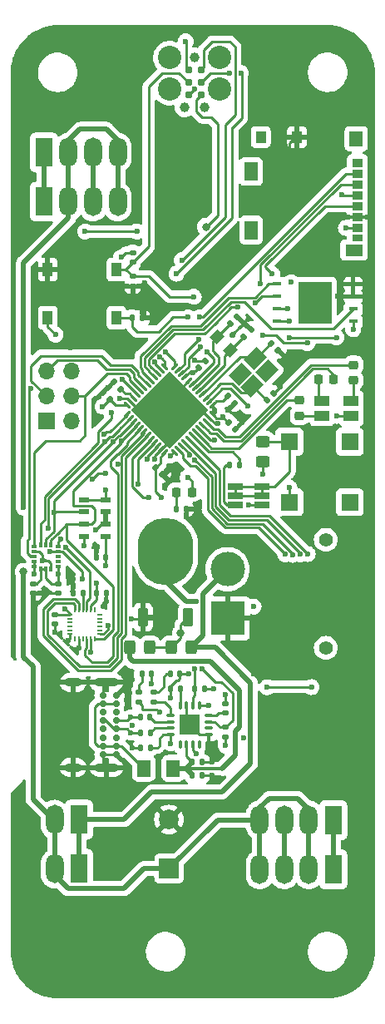
<source format=gbr>
%TF.GenerationSoftware,KiCad,Pcbnew,(6.0.2)*%
%TF.CreationDate,2022-04-15T22:59:46-04:00*%
%TF.ProjectId,Nova,4e6f7661-2e6b-4696-9361-645f70636258,rev?*%
%TF.SameCoordinates,Original*%
%TF.FileFunction,Copper,L1,Top*%
%TF.FilePolarity,Positive*%
%FSLAX46Y46*%
G04 Gerber Fmt 4.6, Leading zero omitted, Abs format (unit mm)*
G04 Created by KiCad (PCBNEW (6.0.2)) date 2022-04-15 22:59:46*
%MOMM*%
%LPD*%
G01*
G04 APERTURE LIST*
G04 Aperture macros list*
%AMRoundRect*
0 Rectangle with rounded corners*
0 $1 Rounding radius*
0 $2 $3 $4 $5 $6 $7 $8 $9 X,Y pos of 4 corners*
0 Add a 4 corners polygon primitive as box body*
4,1,4,$2,$3,$4,$5,$6,$7,$8,$9,$2,$3,0*
0 Add four circle primitives for the rounded corners*
1,1,$1+$1,$2,$3*
1,1,$1+$1,$4,$5*
1,1,$1+$1,$6,$7*
1,1,$1+$1,$8,$9*
0 Add four rect primitives between the rounded corners*
20,1,$1+$1,$2,$3,$4,$5,0*
20,1,$1+$1,$4,$5,$6,$7,0*
20,1,$1+$1,$6,$7,$8,$9,0*
20,1,$1+$1,$8,$9,$2,$3,0*%
%AMRotRect*
0 Rectangle, with rotation*
0 The origin of the aperture is its center*
0 $1 length*
0 $2 width*
0 $3 Rotation angle, in degrees counterclockwise*
0 Add horizontal line*
21,1,$1,$2,0,0,$3*%
G04 Aperture macros list end*
%TA.AperFunction,SMDPad,CuDef*%
%ADD10R,1.800000X1.800000*%
%TD*%
%TA.AperFunction,SMDPad,CuDef*%
%ADD11RoundRect,0.147500X0.147500X0.172500X-0.147500X0.172500X-0.147500X-0.172500X0.147500X-0.172500X0*%
%TD*%
%TA.AperFunction,SMDPad,CuDef*%
%ADD12RoundRect,0.147500X0.172500X-0.147500X0.172500X0.147500X-0.172500X0.147500X-0.172500X-0.147500X0*%
%TD*%
%TA.AperFunction,SMDPad,CuDef*%
%ADD13RoundRect,0.147500X-0.226274X-0.017678X-0.017678X-0.226274X0.226274X0.017678X0.017678X0.226274X0*%
%TD*%
%TA.AperFunction,SMDPad,CuDef*%
%ADD14RoundRect,0.147500X0.017678X-0.226274X0.226274X-0.017678X-0.017678X0.226274X-0.226274X0.017678X0*%
%TD*%
%TA.AperFunction,SMDPad,CuDef*%
%ADD15RoundRect,0.147500X0.226274X0.017678X0.017678X0.226274X-0.226274X-0.017678X-0.017678X-0.226274X0*%
%TD*%
%TA.AperFunction,SMDPad,CuDef*%
%ADD16RoundRect,0.147500X-0.147500X-0.172500X0.147500X-0.172500X0.147500X0.172500X-0.147500X0.172500X0*%
%TD*%
%TA.AperFunction,SMDPad,CuDef*%
%ADD17RoundRect,0.147500X-0.172500X0.147500X-0.172500X-0.147500X0.172500X-0.147500X0.172500X0.147500X0*%
%TD*%
%TA.AperFunction,ComponentPad*%
%ADD18R,2.000000X2.000000*%
%TD*%
%TA.AperFunction,ComponentPad*%
%ADD19C,2.000000*%
%TD*%
%TA.AperFunction,SMDPad,CuDef*%
%ADD20R,1.500000X1.100000*%
%TD*%
%TA.AperFunction,SMDPad,CuDef*%
%ADD21RoundRect,0.250000X-0.450000X0.325000X-0.450000X-0.325000X0.450000X-0.325000X0.450000X0.325000X0*%
%TD*%
%TA.AperFunction,SMDPad,CuDef*%
%ADD22RoundRect,0.250000X-0.325000X-0.450000X0.325000X-0.450000X0.325000X0.450000X-0.325000X0.450000X0*%
%TD*%
%TA.AperFunction,SMDPad,CuDef*%
%ADD23RoundRect,0.250000X0.325000X0.450000X-0.325000X0.450000X-0.325000X-0.450000X0.325000X-0.450000X0*%
%TD*%
%TA.AperFunction,SMDPad,CuDef*%
%ADD24RoundRect,0.250001X0.462499X0.624999X-0.462499X0.624999X-0.462499X-0.624999X0.462499X-0.624999X0*%
%TD*%
%TA.AperFunction,ComponentPad*%
%ADD25R,1.800000X3.000000*%
%TD*%
%TA.AperFunction,ComponentPad*%
%ADD26O,1.800000X3.000000*%
%TD*%
%TA.AperFunction,ComponentPad*%
%ADD27C,0.700000*%
%TD*%
%TA.AperFunction,ComponentPad*%
%ADD28O,1.700000X0.900000*%
%TD*%
%TA.AperFunction,ComponentPad*%
%ADD29O,2.400000X0.900000*%
%TD*%
%TA.AperFunction,SMDPad,CuDef*%
%ADD30R,1.100000X0.850000*%
%TD*%
%TA.AperFunction,SMDPad,CuDef*%
%ADD31R,1.100000X0.750000*%
%TD*%
%TA.AperFunction,SMDPad,CuDef*%
%ADD32R,1.000000X1.200000*%
%TD*%
%TA.AperFunction,SMDPad,CuDef*%
%ADD33R,1.350000X1.900000*%
%TD*%
%TA.AperFunction,SMDPad,CuDef*%
%ADD34R,1.350000X1.550000*%
%TD*%
%TA.AperFunction,SMDPad,CuDef*%
%ADD35R,1.800000X1.170000*%
%TD*%
%TA.AperFunction,SMDPad,CuDef*%
%ADD36RoundRect,0.218750X-0.218750X-0.256250X0.218750X-0.256250X0.218750X0.256250X-0.218750X0.256250X0*%
%TD*%
%TA.AperFunction,SMDPad,CuDef*%
%ADD37RoundRect,0.218750X0.256250X-0.218750X0.256250X0.218750X-0.256250X0.218750X-0.256250X-0.218750X0*%
%TD*%
%TA.AperFunction,SMDPad,CuDef*%
%ADD38R,1.000000X1.400000*%
%TD*%
%TA.AperFunction,SMDPad,CuDef*%
%ADD39RoundRect,0.062500X0.220971X0.309359X-0.309359X-0.220971X-0.220971X-0.309359X0.309359X0.220971X0*%
%TD*%
%TA.AperFunction,SMDPad,CuDef*%
%ADD40RoundRect,0.062500X-0.220971X0.309359X-0.309359X0.220971X0.220971X-0.309359X0.309359X-0.220971X0*%
%TD*%
%TA.AperFunction,SMDPad,CuDef*%
%ADD41RotRect,5.600000X5.600000X225.000000*%
%TD*%
%TA.AperFunction,SMDPad,CuDef*%
%ADD42R,0.550000X0.350000*%
%TD*%
%TA.AperFunction,SMDPad,CuDef*%
%ADD43R,0.350000X0.550000*%
%TD*%
%TA.AperFunction,SMDPad,CuDef*%
%ADD44R,0.940000X0.440000*%
%TD*%
%TA.AperFunction,SMDPad,CuDef*%
%ADD45R,3.400000X4.300000*%
%TD*%
%TA.AperFunction,SMDPad,CuDef*%
%ADD46RoundRect,0.075000X-0.075000X0.350000X-0.075000X-0.350000X0.075000X-0.350000X0.075000X0.350000X0*%
%TD*%
%TA.AperFunction,SMDPad,CuDef*%
%ADD47RoundRect,0.075000X-0.350000X0.075000X-0.350000X-0.075000X0.350000X-0.075000X0.350000X0.075000X0*%
%TD*%
%TA.AperFunction,SMDPad,CuDef*%
%ADD48R,2.100000X2.100000*%
%TD*%
%TA.AperFunction,SMDPad,CuDef*%
%ADD49R,1.092200X0.609600*%
%TD*%
%TA.AperFunction,SMDPad,CuDef*%
%ADD50RoundRect,0.050000X0.225000X0.050000X-0.225000X0.050000X-0.225000X-0.050000X0.225000X-0.050000X0*%
%TD*%
%TA.AperFunction,SMDPad,CuDef*%
%ADD51RoundRect,0.050000X-0.050000X0.225000X-0.050000X-0.225000X0.050000X-0.225000X0.050000X0.225000X0*%
%TD*%
%TA.AperFunction,ComponentPad*%
%ADD52C,1.400000*%
%TD*%
%TA.AperFunction,ComponentPad*%
%ADD53R,3.500000X3.500000*%
%TD*%
%TA.AperFunction,ComponentPad*%
%ADD54C,3.500000*%
%TD*%
%TA.AperFunction,SMDPad,CuDef*%
%ADD55RotRect,1.050000X1.100000X135.000000*%
%TD*%
%TA.AperFunction,SMDPad,CuDef*%
%ADD56RotRect,1.800000X1.500000X45.000000*%
%TD*%
%TA.AperFunction,SMDPad,CuDef*%
%ADD57R,1.560000X0.650000*%
%TD*%
%TA.AperFunction,ComponentPad*%
%ADD58R,1.700000X1.700000*%
%TD*%
%TA.AperFunction,ComponentPad*%
%ADD59O,1.700000X1.700000*%
%TD*%
%TA.AperFunction,SMDPad,CuDef*%
%ADD60RoundRect,0.115200X-0.364800X-0.834800X0.364800X-0.834800X0.364800X0.834800X-0.364800X0.834800X0*%
%TD*%
%TA.AperFunction,SMDPad,CuDef*%
%ADD61RoundRect,2.815000X0.000000X-0.605000X0.000000X-0.605000X0.000000X0.605000X0.000000X0.605000X0*%
%TD*%
%TA.AperFunction,ComponentPad*%
%ADD62C,0.991000*%
%TD*%
%TA.AperFunction,ComponentPad*%
%ADD63C,2.375000*%
%TD*%
%TA.AperFunction,SMDPad,CuDef*%
%ADD64C,0.787000*%
%TD*%
%TA.AperFunction,ViaPad*%
%ADD65C,0.600000*%
%TD*%
%TA.AperFunction,ViaPad*%
%ADD66C,0.800000*%
%TD*%
%TA.AperFunction,Conductor*%
%ADD67C,0.250000*%
%TD*%
%TA.AperFunction,Conductor*%
%ADD68C,0.500000*%
%TD*%
%TA.AperFunction,Conductor*%
%ADD69C,1.000000*%
%TD*%
%TA.AperFunction,Conductor*%
%ADD70C,0.300000*%
%TD*%
G04 APERTURE END LIST*
D10*
%TO.P,BZ1,1,-*%
%TO.N,+3V3*%
X169600000Y-92750000D03*
%TO.P,BZ1,2,+*%
%TO.N,Net-(BZ1-Pad2)*%
X169600000Y-86600000D03*
%TO.P,BZ1,N*%
%TO.N,N/C*%
X175750000Y-86600000D03*
%TO.P,BZ1,P*%
X175750000Y-92750000D03*
%TD*%
D11*
%TO.P,C3,1*%
%TO.N,+3V3*%
X150910000Y-98350000D03*
%TO.P,C3,2*%
%TO.N,GND*%
X149940000Y-98350000D03*
%TD*%
D12*
%TO.P,C5,1*%
%TO.N,GND*%
X153650000Y-70745000D03*
%TO.P,C5,2*%
%TO.N,/NRST*%
X153650000Y-69775000D03*
%TD*%
D13*
%TO.P,C6,1*%
%TO.N,+3V3*%
X163357053Y-81982053D03*
%TO.P,C6,2*%
%TO.N,GND*%
X164042947Y-82667947D03*
%TD*%
D14*
%TO.P,C7,1*%
%TO.N,/CLOCKIN*%
X164982053Y-75892947D03*
%TO.P,C7,2*%
%TO.N,GND*%
X165667947Y-75207053D03*
%TD*%
%TO.P,C8,1*%
%TO.N,/CLOCKOUT*%
X163607053Y-74567947D03*
%TO.P,C8,2*%
%TO.N,GND*%
X164292947Y-73882053D03*
%TD*%
%TO.P,C9,1*%
%TO.N,/32CLOCKIN*%
X167282053Y-82392947D03*
%TO.P,C9,2*%
%TO.N,GND*%
X167967947Y-81707053D03*
%TD*%
D15*
%TO.P,C10,1*%
%TO.N,/VCAP*%
X152400000Y-81225000D03*
%TO.P,C10,2*%
%TO.N,GND*%
X151714106Y-80539106D03*
%TD*%
D13*
%TO.P,C11,1*%
%TO.N,/32CLOCKOUT*%
X167757053Y-76582053D03*
%TO.P,C11,2*%
%TO.N,GND*%
X168442947Y-77267947D03*
%TD*%
D15*
%TO.P,C12,1*%
%TO.N,+3V3*%
X151317947Y-82267947D03*
%TO.P,C12,2*%
%TO.N,GND*%
X150632053Y-81582053D03*
%TD*%
D13*
%TO.P,C13,1*%
%TO.N,+3V3*%
X163407053Y-84657053D03*
%TO.P,C13,2*%
%TO.N,GND*%
X164092947Y-85342947D03*
%TD*%
D14*
%TO.P,C14,1*%
%TO.N,+3V3*%
X160382053Y-79042947D03*
%TO.P,C14,2*%
%TO.N,GND*%
X161067947Y-78357053D03*
%TD*%
D16*
%TO.P,C15,1*%
%TO.N,+3V3*%
X149990000Y-101975000D03*
%TO.P,C15,2*%
%TO.N,GND*%
X150960000Y-101975000D03*
%TD*%
D17*
%TO.P,C16,1*%
%TO.N,+3V3*%
X145700000Y-104190000D03*
%TO.P,C16,2*%
%TO.N,GND*%
X145700000Y-105160000D03*
%TD*%
D11*
%TO.P,C17,1*%
%TO.N,Net-(C17-Pad1)*%
X148560000Y-101975000D03*
%TO.P,C17,2*%
%TO.N,GND*%
X147590000Y-101975000D03*
%TD*%
D13*
%TO.P,C18,1*%
%TO.N,+3V3*%
X155982053Y-89232053D03*
%TO.P,C18,2*%
%TO.N,GND*%
X156667947Y-89917947D03*
%TD*%
D17*
%TO.P,C22,1*%
%TO.N,+3V3*%
X146100000Y-101040000D03*
%TO.P,C22,2*%
%TO.N,GND*%
X146100000Y-102010000D03*
%TD*%
D12*
%TO.P,C23,1*%
%TO.N,GND*%
X143550000Y-102010000D03*
%TO.P,C23,2*%
%TO.N,+3V3*%
X143550000Y-101040000D03*
%TD*%
D18*
%TO.P,C24,1*%
%TO.N,Net-(C24-Pad1)*%
X157350000Y-130050000D03*
D19*
%TO.P,C24,2*%
%TO.N,GND*%
X157350000Y-125050000D03*
%TD*%
D11*
%TO.P,C29,1*%
%TO.N,GND*%
X160685000Y-120525000D03*
%TO.P,C29,2*%
%TO.N,VBUS*%
X159715000Y-120525000D03*
%TD*%
%TO.P,C30,1*%
%TO.N,GND*%
X160685000Y-119200000D03*
%TO.P,C30,2*%
%TO.N,VBUS*%
X159715000Y-119200000D03*
%TD*%
D16*
%TO.P,C31,1*%
%TO.N,GND*%
X154465000Y-117750000D03*
%TO.P,C31,2*%
%TO.N,+3V3*%
X155435000Y-117750000D03*
%TD*%
D20*
%TO.P,D1,1,A*%
%TO.N,+3V3*%
X175904956Y-83965000D03*
%TO.P,D1,2,BK*%
%TO.N,Net-(D1-Pad2)*%
X172904956Y-83965000D03*
%TO.P,D1,3,GK*%
%TO.N,Net-(D1-Pad3)*%
X172904956Y-82465000D03*
%TO.P,D1,4,RK*%
%TO.N,Net-(D1-Pad4)*%
X175904956Y-82465000D03*
%TD*%
D21*
%TO.P,D2,1,K*%
%TO.N,Net-(BZ1-Pad2)*%
X166875000Y-86600000D03*
%TO.P,D2,2,A*%
%TO.N,+3V3*%
X166875000Y-88650000D03*
%TD*%
D22*
%TO.P,D3,1,K*%
%TO.N,VBUS*%
X153325000Y-107550000D03*
%TO.P,D3,2,A*%
%TO.N,Net-(C1-Pad2)*%
X155375000Y-107550000D03*
%TD*%
D23*
%TO.P,D4,1,K*%
%TO.N,+BATT*%
X159625000Y-107550000D03*
%TO.P,D4,2,A*%
%TO.N,Net-(C1-Pad2)*%
X157575000Y-107550000D03*
%TD*%
D12*
%TO.P,D5,1,K*%
%TO.N,Net-(D5-Pad1)*%
X155800000Y-113085000D03*
%TO.P,D5,2,A*%
%TO.N,Net-(D5-Pad2)*%
X155800000Y-112115000D03*
%TD*%
%TO.P,D6,1,K*%
%TO.N,Net-(D6-Pad1)*%
X154300000Y-113085000D03*
%TO.P,D6,2,A*%
%TO.N,Net-(D6-Pad2)*%
X154300000Y-112115000D03*
%TD*%
D11*
%TO.P,D7,1,K*%
%TO.N,GND*%
X159060000Y-93475000D03*
%TO.P,D7,2,A*%
%TO.N,Net-(D7-Pad2)*%
X158090000Y-93475000D03*
%TD*%
D24*
%TO.P,F1,1*%
%TO.N,VBUS*%
X157762500Y-119850000D03*
%TO.P,F1,2*%
%TO.N,Net-(F1-Pad2)*%
X154787500Y-119850000D03*
%TD*%
D25*
%TO.P,J4,1,Pin_1*%
%TO.N,+BATT*%
X148200000Y-130050000D03*
X148200000Y-125050000D03*
D26*
%TO.P,J4,2,Pin_2*%
%TO.N,Net-(C24-Pad1)*%
X145700000Y-125050000D03*
X145700000Y-130050000D03*
%TD*%
D25*
%TO.P,J5,1,Pin_1*%
%TO.N,/Pyro Channels/PYRO1*%
X144618800Y-62150000D03*
X144618800Y-57150000D03*
D26*
%TO.P,J5,2,Pin_2*%
%TO.N,Net-(C24-Pad1)*%
X147118800Y-57150000D03*
X147118800Y-62150000D03*
%TO.P,J5,3,Pin_3*%
%TO.N,/Pyro Channels/PYRO2*%
X149618800Y-57150000D03*
X149618800Y-62150000D03*
%TO.P,J5,4,Pin_4*%
%TO.N,Net-(C24-Pad1)*%
X152118800Y-62150000D03*
X152118800Y-57150000D03*
%TD*%
D25*
%TO.P,J6,1,Pin_1*%
%TO.N,/Pyro Channels/PYRO3*%
X174075000Y-130125000D03*
X174075000Y-125125000D03*
D26*
%TO.P,J6,2,Pin_2*%
%TO.N,Net-(C24-Pad1)*%
X171575000Y-125125000D03*
X171575000Y-130125000D03*
%TO.P,J6,3,Pin_3*%
%TO.N,/Pyro Channels/PYRO4*%
X169075000Y-125125000D03*
X169075000Y-130125000D03*
%TO.P,J6,4,Pin_4*%
%TO.N,Net-(C24-Pad1)*%
X166575000Y-125125000D03*
X166575000Y-130125000D03*
%TD*%
D27*
%TO.P,J7,A1,GND*%
%TO.N,GND*%
X151950000Y-112450000D03*
%TO.P,J7,A4,VBUS*%
%TO.N,Net-(F1-Pad2)*%
X151950000Y-113300000D03*
%TO.P,J7,A5,CC1*%
%TO.N,Net-(J7-PadA5)*%
X151950000Y-114150000D03*
%TO.P,J7,A6,D+*%
%TO.N,/USB-C/_P*%
X151950000Y-115000000D03*
%TO.P,J7,A7,D-*%
%TO.N,/USB-C/_N*%
X151950000Y-115850000D03*
%TO.P,J7,A8,SBU1*%
%TO.N,unconnected-(J7-PadA8)*%
X151950000Y-116700000D03*
%TO.P,J7,A9,VBUS*%
%TO.N,Net-(F1-Pad2)*%
X151950000Y-117550000D03*
%TO.P,J7,A12,GND*%
%TO.N,GND*%
X151950000Y-118400000D03*
%TO.P,J7,B1,GND*%
X150600000Y-118400000D03*
%TO.P,J7,B4,VBUS*%
%TO.N,Net-(F1-Pad2)*%
X150600000Y-117550000D03*
%TO.P,J7,B5,CC2*%
%TO.N,Net-(J7-PadB5)*%
X150600000Y-116700000D03*
%TO.P,J7,B6,D+*%
%TO.N,/USB-C/_P*%
X150600000Y-115850000D03*
%TO.P,J7,B7,D-*%
%TO.N,/USB-C/_N*%
X150600000Y-115000000D03*
%TO.P,J7,B8,SBU2*%
%TO.N,unconnected-(J7-PadB8)*%
X150600000Y-114150000D03*
%TO.P,J7,B9,VBUS*%
%TO.N,Net-(F1-Pad2)*%
X150600000Y-113300000D03*
%TO.P,J7,B12,GND*%
%TO.N,GND*%
X150600000Y-112450000D03*
D28*
%TO.P,J7,S1,SHIELD*%
X147590000Y-111100000D03*
X147590000Y-119750000D03*
D29*
X150970000Y-119750000D03*
X150970000Y-111100000D03*
%TD*%
D30*
%TO.P,Micro_SD1,1,DAT2*%
%TO.N,unconnected-(Micro_SD1-Pad1)*%
X176535600Y-58225000D03*
%TO.P,Micro_SD1,2,DAT3/CD*%
%TO.N,/SD_CS*%
X176535600Y-59325000D03*
%TO.P,Micro_SD1,3,CMD*%
%TO.N,/SPI2_MOSI*%
X176535600Y-60425000D03*
%TO.P,Micro_SD1,4,VDD*%
%TO.N,+3V3*%
X176535600Y-61525000D03*
%TO.P,Micro_SD1,5,CLK*%
%TO.N,/SPI2_SCLK*%
X176535600Y-62625000D03*
%TO.P,Micro_SD1,6,VSS*%
%TO.N,GND*%
X176535600Y-63725000D03*
%TO.P,Micro_SD1,7,DAT0*%
%TO.N,/SPI2_MISO*%
X176535600Y-64825000D03*
D31*
%TO.P,Micro_SD1,8,DAT1*%
%TO.N,unconnected-(Micro_SD1-Pad8)*%
X176535600Y-65875000D03*
D32*
%TO.P,Micro_SD1,9,SHIELD*%
%TO.N,GND*%
X170385600Y-55590000D03*
%TO.P,Micro_SD1,10*%
%TO.N,N/C*%
X166685600Y-55590000D03*
D33*
%TO.P,Micro_SD1,11*%
X165710600Y-65060000D03*
X165710600Y-59090000D03*
D34*
X176410600Y-55765000D03*
D35*
X176185600Y-67085000D03*
%TD*%
D36*
%TO.P,R1,1*%
%TO.N,Net-(D1-Pad3)*%
X172537500Y-80275000D03*
%TO.P,R1,2*%
%TO.N,/LED_GREEN*%
X174112500Y-80275000D03*
%TD*%
D37*
%TO.P,R2,1*%
%TO.N,Net-(D1-Pad4)*%
X176150000Y-80350000D03*
%TO.P,R2,2*%
%TO.N,/LED_RED*%
X176150000Y-78775000D03*
%TD*%
%TO.P,R3,1*%
%TO.N,Net-(D1-Pad2)*%
X170625000Y-83962500D03*
%TO.P,R3,2*%
%TO.N,/LED_BLUE*%
X170625000Y-82387500D03*
%TD*%
D36*
%TO.P,R4,1*%
%TO.N,Net-(D7-Pad2)*%
X158087500Y-91725000D03*
%TO.P,R4,2*%
%TO.N,+3V3*%
X159662500Y-91725000D03*
%TD*%
D17*
%TO.P,R6,1*%
%TO.N,+3V3*%
X153650000Y-67365000D03*
%TO.P,R6,2*%
%TO.N,/NRST*%
X153650000Y-68335000D03*
%TD*%
D16*
%TO.P,R7,1*%
%TO.N,/BOOT0*%
X153625000Y-73975000D03*
%TO.P,R7,2*%
%TO.N,GND*%
X154595000Y-73975000D03*
%TD*%
%TO.P,R27,1*%
%TO.N,Net-(Q9-Pad3)*%
X163515000Y-89000000D03*
%TO.P,R27,2*%
%TO.N,/BUZZER*%
X164485000Y-89000000D03*
%TD*%
%TO.P,R28,1*%
%TO.N,Net-(D5-Pad2)*%
X157490000Y-110250000D03*
%TO.P,R28,2*%
%TO.N,+3V3*%
X158460000Y-110250000D03*
%TD*%
D11*
%TO.P,R29,1*%
%TO.N,+3V3*%
X155560000Y-110250000D03*
%TO.P,R29,2*%
%TO.N,Net-(D6-Pad2)*%
X154590000Y-110250000D03*
%TD*%
%TO.P,R30,1*%
%TO.N,/USB-C/D-*%
X155435000Y-116200000D03*
%TO.P,R30,2*%
%TO.N,/USB-C/_N*%
X154465000Y-116200000D03*
%TD*%
D16*
%TO.P,R31,1*%
%TO.N,/USB-C/_P*%
X154440000Y-114650000D03*
%TO.P,R31,2*%
%TO.N,/USB-C/D+*%
X155410000Y-114650000D03*
%TD*%
D12*
%TO.P,R32,1*%
%TO.N,+3V3*%
X163100000Y-116635000D03*
%TO.P,R32,2*%
%TO.N,/TXD*%
X163100000Y-115665000D03*
%TD*%
D11*
%TO.P,R33,1*%
%TO.N,+3V3*%
X160935000Y-111775000D03*
%TO.P,R33,2*%
%TO.N,/RXD*%
X159965000Y-111775000D03*
%TD*%
D17*
%TO.P,R34,1*%
%TO.N,+3V3*%
X163100000Y-113265000D03*
%TO.P,R34,2*%
%TO.N,Net-(R34-Pad2)*%
X163100000Y-114235000D03*
%TD*%
D16*
%TO.P,R35,1*%
%TO.N,+3V3*%
X157515000Y-111775000D03*
%TO.P,R35,2*%
%TO.N,Net-(R35-Pad2)*%
X158485000Y-111775000D03*
%TD*%
D38*
%TO.P,BOOT1,1,1*%
%TO.N,/BOOT0*%
X152000000Y-73975000D03*
%TO.P,BOOT1,2,2*%
%TO.N,+3V3*%
X145000000Y-73975000D03*
%TD*%
%TO.P,NRST1,1,1*%
%TO.N,GND*%
X145000000Y-69075000D03*
%TO.P,NRST1,2,2*%
%TO.N,/NRST*%
X152000000Y-69075000D03*
%TD*%
D39*
%TO.P,U1,1,VBAT*%
%TO.N,+3V3*%
X161800223Y-82863864D03*
%TO.P,U1,2,PC13*%
%TO.N,/FIRE4*%
X161446670Y-82510311D03*
%TO.P,U1,3,PC14*%
%TO.N,/32CLOCKIN*%
X161093116Y-82156757D03*
%TO.P,U1,4,PC15*%
%TO.N,/32CLOCKOUT*%
X160739563Y-81803204D03*
%TO.P,U1,5,PH0*%
%TO.N,/CLOCKIN*%
X160386010Y-81449651D03*
%TO.P,U1,6,PH1*%
%TO.N,/CLOCKOUT*%
X160032456Y-81096097D03*
%TO.P,U1,7,NRST*%
%TO.N,/NRST*%
X159678903Y-80742544D03*
%TO.P,U1,8,VSSA*%
%TO.N,GND*%
X159325349Y-80388990D03*
%TO.P,U1,9,VDDA*%
%TO.N,+3V3*%
X158971796Y-80035437D03*
%TO.P,U1,10,PA0*%
%TO.N,/FL_CS*%
X158618243Y-79681884D03*
%TO.P,U1,11,PA1*%
%TO.N,/SD_CS*%
X158264689Y-79328330D03*
%TO.P,U1,12,PA2*%
%TO.N,/FIRE1*%
X157911136Y-78974777D03*
D40*
%TO.P,U1,13,PA3*%
%TO.N,/FIRE2*%
X156938864Y-78974777D03*
%TO.P,U1,14,PA4*%
%TO.N,/ARM1*%
X156585311Y-79328330D03*
%TO.P,U1,15,PA5*%
%TO.N,/SPI1_SCLK*%
X156231757Y-79681884D03*
%TO.P,U1,16,PA6*%
%TO.N,/SPI1_MISO*%
X155878204Y-80035437D03*
%TO.P,U1,17,PA7*%
%TO.N,/SPI1_MOSI*%
X155524651Y-80388990D03*
%TO.P,U1,18,PB0*%
%TO.N,/GPIO1*%
X155171097Y-80742544D03*
%TO.P,U1,19,PB1*%
%TO.N,/ACCEL_INT1*%
X154817544Y-81096097D03*
%TO.P,U1,20,PB2*%
%TO.N,/ACCEL_INT2*%
X154463990Y-81449651D03*
%TO.P,U1,21,PB10*%
%TO.N,/ACCELEROMETER_CS*%
X154110437Y-81803204D03*
%TO.P,U1,22,VCAP1*%
%TO.N,/VCAP*%
X153756884Y-82156757D03*
%TO.P,U1,23,VSS*%
%TO.N,GND*%
X153403330Y-82510311D03*
%TO.P,U1,24,VDD*%
%TO.N,+3V3*%
X153049777Y-82863864D03*
D39*
%TO.P,U1,25,PB12*%
%TO.N,/BAROMETER_CS*%
X153049777Y-83836136D03*
%TO.P,U1,26,PB13*%
%TO.N,/SPI2_SCLK*%
X153403330Y-84189689D03*
%TO.P,U1,27,PB14*%
%TO.N,/SPI2_MISO*%
X153756884Y-84543243D03*
%TO.P,U1,28,PB15*%
%TO.N,/SPI2_MOSI*%
X154110437Y-84896796D03*
%TO.P,U1,29,PA8*%
%TO.N,/IMU_CS*%
X154463990Y-85250349D03*
%TO.P,U1,30,PA9*%
%TO.N,/IMU_INT*%
X154817544Y-85603903D03*
%TO.P,U1,31,PA10*%
%TO.N,/FSYNC*%
X155171097Y-85957456D03*
%TO.P,U1,32,PA11*%
%TO.N,/TXD*%
X155524651Y-86311010D03*
%TO.P,U1,33,PA12*%
%TO.N,/RXD*%
X155878204Y-86664563D03*
%TO.P,U1,34,PA13*%
%TO.N,/SWDIO*%
X156231757Y-87018116D03*
%TO.P,U1,35,VSS*%
%TO.N,GND*%
X156585311Y-87371670D03*
%TO.P,U1,36,VDD*%
%TO.N,+3V3*%
X156938864Y-87725223D03*
D40*
%TO.P,U1,37,PA14*%
%TO.N,/SWCLK*%
X157911136Y-87725223D03*
%TO.P,U1,38,PA15*%
%TO.N,/VMonitor*%
X158264689Y-87371670D03*
%TO.P,U1,39,PB3*%
%TO.N,/SWO*%
X158618243Y-87018116D03*
%TO.P,U1,40,PB4*%
%TO.N,/FIRE3*%
X158971796Y-86664563D03*
%TO.P,U1,41,PB5*%
%TO.N,/ARM2*%
X159325349Y-86311010D03*
%TO.P,U1,42,PB6*%
%TO.N,/BUZZER*%
X159678903Y-85957456D03*
%TO.P,U1,43,PB7*%
%TO.N,/LED_BLUE*%
X160032456Y-85603903D03*
%TO.P,U1,44,BOOT0*%
%TO.N,/BOOT0*%
X160386010Y-85250349D03*
%TO.P,U1,45,PB8*%
%TO.N,/LED_GREEN*%
X160739563Y-84896796D03*
%TO.P,U1,46,PB9*%
%TO.N,/LED_RED*%
X161093116Y-84543243D03*
%TO.P,U1,47,VSS*%
%TO.N,GND*%
X161446670Y-84189689D03*
%TO.P,U1,48,VDD*%
%TO.N,+3V3*%
X161800223Y-83836136D03*
D41*
%TO.P,U1,49,VSS*%
%TO.N,GND*%
X157425000Y-83350000D03*
%TD*%
D42*
%TO.P,U2,1,Vdd_IO*%
%TO.N,+3V3*%
X146050000Y-99295000D03*
%TO.P,U2,2,NC*%
%TO.N,unconnected-(U2-Pad2)*%
X146050000Y-98795000D03*
%TO.P,U2,3,NC*%
%TO.N,unconnected-(U2-Pad3)*%
X146050000Y-98295000D03*
%TO.P,U2,4,SCL/SPC*%
%TO.N,/SPI2_SCLK*%
X146050000Y-97795000D03*
%TO.P,U2,5,GND*%
%TO.N,GND*%
X146050000Y-97295000D03*
D43*
%TO.P,U2,6,SDA/SDI/SDO*%
%TO.N,/SPI2_MOSI*%
X145325000Y-97070000D03*
%TO.P,U2,7,SDO/SA0*%
%TO.N,/SPI2_MISO*%
X144825000Y-97070000D03*
%TO.P,U2,8,CS*%
%TO.N,/ACCELEROMETER_CS*%
X144325000Y-97070000D03*
D42*
%TO.P,U2,9,INT_2*%
%TO.N,/ACCEL_INT2*%
X143600000Y-97295000D03*
%TO.P,U2,10,Reserved*%
%TO.N,GND*%
X143600000Y-97795000D03*
%TO.P,U2,11,INT_1*%
%TO.N,/ACCEL_INT1*%
X143600000Y-98295000D03*
%TO.P,U2,12,GND*%
%TO.N,GND*%
X143600000Y-98795000D03*
%TO.P,U2,13,GND*%
X143600000Y-99295000D03*
D43*
%TO.P,U2,14,Vdd*%
%TO.N,+3V3*%
X144325000Y-99520000D03*
%TO.P,U2,15,Reserved*%
X144825000Y-99520000D03*
%TO.P,U2,16,GND*%
%TO.N,GND*%
X145325000Y-99520000D03*
%TD*%
D44*
%TO.P,U3,1,/CS*%
%TO.N,/FL_CS*%
X176095000Y-74355000D03*
%TO.P,U3,2,DO(IO1)*%
%TO.N,/SPI1_MISO*%
X176095000Y-73085000D03*
%TO.P,U3,3,/WP(IO2)*%
%TO.N,GND*%
X176095000Y-71815000D03*
%TO.P,U3,4,GND*%
X176095000Y-70545000D03*
%TO.P,U3,5,DI(IO0)*%
%TO.N,/SPI1_MOSI*%
X168305000Y-70545000D03*
%TO.P,U3,6,CLK*%
%TO.N,/SPI1_SCLK*%
X168305000Y-71815000D03*
%TO.P,U3,7,/HOLD(IO3)*%
%TO.N,Net-(R37-Pad2)*%
X168305000Y-73085000D03*
%TO.P,U3,8,VCC*%
%TO.N,+3V3*%
X168305000Y-74355000D03*
D45*
%TO.P,U3,9*%
%TO.N,N/C*%
X172200000Y-72450000D03*
%TD*%
D46*
%TO.P,U4,1,VCCIO*%
%TO.N,+3V3*%
X160425000Y-113475000D03*
%TO.P,U4,2,RXD*%
%TO.N,/RXD*%
X159775000Y-113475000D03*
%TO.P,U4,3,GND*%
%TO.N,GND*%
X159125000Y-113475000D03*
%TO.P,U4,4,~{CTS}*%
%TO.N,Net-(R35-Pad2)*%
X158475000Y-113475000D03*
D47*
%TO.P,U4,5,CBUS2*%
%TO.N,Net-(D5-Pad1)*%
X157500000Y-114450000D03*
%TO.P,U4,6,USBDP*%
%TO.N,/USB-C/D+*%
X157500000Y-115100000D03*
%TO.P,U4,7,USBDM*%
%TO.N,/USB-C/D-*%
X157500000Y-115750000D03*
%TO.P,U4,8,3V3OUT*%
%TO.N,+3V3*%
X157500000Y-116400000D03*
D46*
%TO.P,U4,9,~{RESET}*%
%TO.N,unconnected-(U4-Pad9)*%
X158475000Y-117375000D03*
%TO.P,U4,10,VCC*%
%TO.N,VBUS*%
X159125000Y-117375000D03*
%TO.P,U4,11,CBUS1*%
%TO.N,Net-(D6-Pad1)*%
X159775000Y-117375000D03*
%TO.P,U4,12,CBUS0*%
%TO.N,unconnected-(U4-Pad12)*%
X160425000Y-117375000D03*
D47*
%TO.P,U4,13,GND*%
%TO.N,GND*%
X161400000Y-116400000D03*
%TO.P,U4,14,CBUS3*%
%TO.N,unconnected-(U4-Pad14)*%
X161400000Y-115750000D03*
%TO.P,U4,15,TXD*%
%TO.N,/TXD*%
X161400000Y-115100000D03*
%TO.P,U4,16,~{RTS}*%
%TO.N,Net-(R34-Pad2)*%
X161400000Y-114450000D03*
D48*
%TO.P,U4,17,GND*%
%TO.N,GND*%
X159450000Y-115425000D03*
%TD*%
D49*
%TO.P,U6,1,VDD*%
%TO.N,+3V3*%
X150909900Y-96235900D03*
%TO.P,U6,2,PS*%
%TO.N,GND*%
X150909900Y-94985900D03*
%TO.P,U6,3,GND*%
X150909900Y-93735900D03*
%TO.P,U6,4,SCB*%
%TO.N,/BAROMETER_CS*%
X150909900Y-92485900D03*
%TO.P,U6,5,SCB*%
X148709900Y-92485900D03*
%TO.P,U6,6,SDO*%
%TO.N,/SPI2_MISO*%
X148709900Y-93735900D03*
%TO.P,U6,7,SDI/SDA*%
%TO.N,/SPI2_MOSI*%
X148709900Y-94985900D03*
%TO.P,U6,8,SCLK*%
%TO.N,/SPI2_SCLK*%
X148709900Y-96235900D03*
%TD*%
D50*
%TO.P,U7,1,RESV_VDDIO*%
%TO.N,+3V3*%
X150275000Y-106195000D03*
%TO.P,U7,2*%
%TO.N,N/C*%
X150275000Y-105795000D03*
%TO.P,U7,3*%
X150275000Y-105395000D03*
%TO.P,U7,4*%
X150275000Y-104995000D03*
%TO.P,U7,5*%
X150275000Y-104595000D03*
%TO.P,U7,6*%
X150275000Y-104195000D03*
D51*
%TO.P,U7,7,AUX_SCL*%
%TO.N,unconnected-(U7-Pad7)*%
X149775000Y-103695000D03*
%TO.P,U7,8,VDDIO*%
%TO.N,+3V3*%
X149375000Y-103695000D03*
%TO.P,U7,9,AD0/MISO*%
%TO.N,/SPI2_MISO*%
X148975000Y-103695000D03*
%TO.P,U7,10,REGOUT*%
%TO.N,Net-(C17-Pad1)*%
X148575000Y-103695000D03*
%TO.P,U7,11,FSYNC*%
%TO.N,/FSYNC*%
X148175000Y-103695000D03*
%TO.P,U7,12,INT*%
%TO.N,/IMU_INT*%
X147775000Y-103695000D03*
D50*
%TO.P,U7,13,VDD*%
%TO.N,+3V3*%
X147275000Y-104195000D03*
%TO.P,U7,14*%
%TO.N,N/C*%
X147275000Y-104595000D03*
%TO.P,U7,15*%
X147275000Y-104995000D03*
%TO.P,U7,16*%
X147275000Y-105395000D03*
%TO.P,U7,17*%
X147275000Y-105795000D03*
%TO.P,U7,18,GND*%
%TO.N,GND*%
X147275000Y-106195000D03*
D51*
%TO.P,U7,19*%
%TO.N,N/C*%
X147775000Y-106695000D03*
%TO.P,U7,20,RESV_GND*%
%TO.N,GND*%
X148175000Y-106695000D03*
%TO.P,U7,21,AUX_SDA*%
%TO.N,unconnected-(U7-Pad21)*%
X148575000Y-106695000D03*
%TO.P,U7,22,~{CS}*%
%TO.N,/IMU_CS*%
X148975000Y-106695000D03*
%TO.P,U7,23,SCL/SCLK*%
%TO.N,/SPI2_SCLK*%
X149375000Y-106695000D03*
%TO.P,U7,24,SDA/MOSI*%
%TO.N,/SPI2_MOSI*%
X149775000Y-106695000D03*
%TD*%
D52*
%TO.P,xt1,*%
%TO.N,*%
X173300000Y-107575000D03*
X173300000Y-96575000D03*
D53*
%TO.P,xt1,1,Pin_1*%
%TO.N,GND*%
X163300000Y-104575000D03*
D54*
%TO.P,xt1,2,Pin_2*%
%TO.N,+BATT*%
X163300000Y-99575000D03*
%TD*%
D55*
%TO.P,Y1,1,1*%
%TO.N,/CLOCKIN*%
X163579074Y-77254074D03*
%TO.P,Y1,2,2*%
%TO.N,/CLOCKOUT*%
X162270926Y-75945926D03*
%TD*%
D56*
%TO.P,Y2,1,1*%
%TO.N,/32CLOCKIN*%
X165798223Y-80928858D03*
%TO.P,Y2,2,2*%
%TO.N,unconnected-(Y2-Pad2)*%
X167353858Y-79373223D03*
%TO.P,Y2,3,3*%
%TO.N,/32CLOCKOUT*%
X166151777Y-78171142D03*
%TO.P,Y2,4,4*%
%TO.N,unconnected-(Y2-Pad4)*%
X164596142Y-79726777D03*
%TD*%
D57*
%TO.P,Q9,1,D*%
%TO.N,Net-(BZ1-Pad2)*%
X164100000Y-91150000D03*
%TO.P,Q9,2*%
X164100000Y-92100000D03*
%TO.P,Q9,3,S*%
%TO.N,Net-(Q9-Pad3)*%
X164100000Y-93050000D03*
%TO.P,Q9,4*%
%TO.N,GND*%
X166800000Y-93050000D03*
%TO.P,Q9,5*%
%TO.N,Net-(BZ1-Pad2)*%
X166800000Y-92100000D03*
%TO.P,Q9,6*%
X166800000Y-91150000D03*
%TD*%
D58*
%TO.P,J2,1,Pin_1*%
%TO.N,+3V3*%
X144840000Y-84480000D03*
D59*
%TO.P,J2,2,Pin_2*%
%TO.N,GND*%
X147380000Y-84480000D03*
%TO.P,J2,3,Pin_3*%
%TO.N,/GPIO1*%
X144840000Y-81940000D03*
%TO.P,J2,4,Pin_4*%
%TO.N,/ACCEL_INT2*%
X147380000Y-81940000D03*
%TO.P,J2,5,Pin_5*%
%TO.N,/ACCEL_INT1*%
X144840000Y-79400000D03*
%TO.P,J2,6,Pin_6*%
%TO.N,/IMU_INT*%
X147380000Y-79400000D03*
%TD*%
D60*
%TO.P,U8,1,GND*%
%TO.N,GND*%
X154710000Y-104470000D03*
D61*
%TO.P,U8,2,VO*%
%TO.N,+3V3*%
X156990000Y-97760000D03*
D60*
%TO.P,U8,3,VI*%
%TO.N,Net-(C1-Pad2)*%
X159270000Y-104470000D03*
%TD*%
D62*
%TO.P,J1,*%
%TO.N,*%
X158944400Y-52575600D03*
X160976400Y-52575600D03*
X159960400Y-47495600D03*
D63*
X157420400Y-50670600D03*
X162500400Y-47495600D03*
X157420400Y-47495600D03*
X162500400Y-50670600D03*
D64*
%TO.P,J1,1,Pin_1*%
%TO.N,+3V3*%
X159325400Y-48765600D03*
%TO.P,J1,2,Pin_2*%
%TO.N,/SWDIO*%
X160595400Y-48765600D03*
%TO.P,J1,3,Pin_3*%
%TO.N,/NRST*%
X159325400Y-50035600D03*
%TO.P,J1,4,Pin_4*%
%TO.N,/SWCLK*%
X160595400Y-50035600D03*
%TO.P,J1,5,Pin_5*%
%TO.N,GND*%
X159325400Y-51305600D03*
%TO.P,J1,6,Pin_6*%
%TO.N,/SWO*%
X160595400Y-51305600D03*
%TD*%
D65*
%TO.N,GND*%
X160025000Y-93475000D03*
X150950000Y-102825000D03*
X169750000Y-99600000D03*
X147100000Y-106875000D03*
X155875000Y-88350000D03*
X143600000Y-100075000D03*
X161400000Y-117300000D03*
X157480000Y-89450000D03*
X155925000Y-104650000D03*
X151175000Y-81075000D03*
X153625000Y-115450000D03*
X168675000Y-81000000D03*
X153500000Y-104650000D03*
X145000000Y-70575000D03*
X161690000Y-120530000D03*
X149950000Y-97250000D03*
X169225000Y-103375000D03*
X148175000Y-107575000D03*
X162356026Y-84775000D03*
X148225000Y-70450000D03*
X164775000Y-84650000D03*
X174473500Y-71818200D03*
X159940000Y-50680000D03*
X149850000Y-95575000D03*
X146750000Y-116700000D03*
X171805000Y-61535000D03*
X164925000Y-116775000D03*
X152300000Y-82200000D03*
X147565200Y-100545600D03*
X144470000Y-98710000D03*
X163300000Y-83375000D03*
X165450000Y-93050000D03*
X154875000Y-70425000D03*
X145700000Y-106025000D03*
X153325000Y-112125000D03*
X161690000Y-119200000D03*
X146320000Y-96480000D03*
X154000000Y-77025000D03*
X164925000Y-74500000D03*
X171575000Y-116800000D03*
X162525000Y-130050000D03*
X147300000Y-77050000D03*
X172550000Y-110275000D03*
X165975000Y-110250000D03*
X169100000Y-77925000D03*
X174290000Y-63680000D03*
X159953198Y-78341372D03*
X144568000Y-101968000D03*
X154728000Y-102984000D03*
X153600000Y-117750000D03*
%TO.N,+3V3*%
X159790000Y-79530000D03*
X159046000Y-45844600D03*
X149990000Y-101010000D03*
X163100000Y-112325000D03*
X152475000Y-67825000D03*
X151100000Y-105290000D03*
X161375000Y-113475000D03*
X169760000Y-70360000D03*
X160125000Y-102830000D03*
X161900000Y-111775000D03*
X174895600Y-61480400D03*
X146770000Y-103575000D03*
X146050000Y-100100000D03*
X155550000Y-111200000D03*
X156580000Y-92300000D03*
X165950000Y-103375000D03*
X166875000Y-89900000D03*
X174425000Y-83975000D03*
X157500000Y-117300000D03*
X150910000Y-99210000D03*
X145796000Y-75692000D03*
X157500000Y-112700000D03*
X150580000Y-83020000D03*
X161992400Y-83338759D03*
X159375000Y-110250000D03*
X163100000Y-117525000D03*
X169600000Y-74350000D03*
X159260000Y-90200000D03*
X162814000Y-84074000D03*
X169600000Y-91275000D03*
%TO.N,/USB-C/_N*%
X153450000Y-116200000D03*
%TO.N,Net-(C24-Pad1)*%
X142536000Y-93281200D03*
D66*
X142540000Y-99830000D03*
D65*
%TO.N,/USB-C/_P*%
X153450000Y-114650000D03*
%TO.N,Net-(D6-Pad1)*%
X160150000Y-118350000D03*
X156350000Y-114125000D03*
%TO.N,/SWCLK*%
X158100000Y-69487466D03*
X157474876Y-88001677D03*
X163507921Y-49080000D03*
X164656921Y-49080000D03*
%TO.N,/NRST*%
X161179600Y-77431600D03*
X159858800Y-71843600D03*
%TO.N,/SWDIO*%
X155124997Y-88350000D03*
X158650000Y-68125000D03*
%TO.N,/SWO*%
X159425205Y-87930439D03*
D66*
X161090456Y-64730456D03*
D65*
%TO.N,/TXD*%
X155325000Y-92300000D03*
X160725000Y-109725000D03*
%TO.N,/RXD*%
X154150000Y-90925000D03*
X159975000Y-109725000D03*
%TO.N,/BOOT0*%
X161992400Y-86423200D03*
X159300000Y-73926400D03*
%TO.N,Net-(R37-Pad2)*%
X169450000Y-73075000D03*
%TO.N,/VMonitor*%
X169189979Y-98050013D03*
%TO.N,/BAROMETER_CS*%
X150925000Y-91550000D03*
X150730913Y-85855913D03*
%TO.N,/FIRE1*%
X148800000Y-65200000D03*
X154067600Y-65188800D03*
X156950500Y-77431600D03*
%TO.N,/FIRE2*%
X156401724Y-77942089D03*
%TO.N,/FIRE3*%
X170689952Y-98055753D03*
%TO.N,/FIRE4*%
X165400000Y-82975000D03*
X159955183Y-88460417D03*
X169942345Y-98109028D03*
%TO.N,/SD_CS*%
X160341400Y-76177300D03*
X160468400Y-73926400D03*
%TO.N,/ACCELEROMETER_CS*%
X152543600Y-80241300D03*
X151475000Y-83650000D03*
%TO.N,/FL_CS*%
X171425000Y-76550000D03*
X176100000Y-75150000D03*
X166850000Y-75800000D03*
X160575000Y-76975000D03*
%TO.N,/IMU_INT*%
X150867200Y-89826800D03*
X149562135Y-90401335D03*
X152137200Y-88861600D03*
%TO.N,/ARM1*%
X155861300Y-78480242D03*
%TO.N,/ARM2*%
X167325000Y-111580002D03*
X171847600Y-111569200D03*
X171470696Y-98023324D03*
%TO.N,/ACCEL_INT1*%
X143237367Y-81149833D03*
%TO.N,/SPI2_MOSI*%
X166675000Y-70525000D03*
X152475000Y-86550000D03*
%TO.N,/SPI2_SCLK*%
X145074990Y-95435564D03*
X148700000Y-97200000D03*
X145200000Y-97800000D03*
X167840000Y-69530000D03*
X150775000Y-86625000D03*
X148530400Y-100545600D03*
X149375000Y-108050000D03*
%TO.N,/SPI2_MISO*%
X174387600Y-75975500D03*
X175352800Y-64833200D03*
X146850249Y-97342865D03*
X169600000Y-75975000D03*
X151675000Y-86625000D03*
X145650000Y-93800000D03*
%TO.N,/SPI1_SCLK*%
X164354600Y-72910400D03*
X166100500Y-72494247D03*
D66*
%TO.N,Net-(C1-Pad2)*%
X158540000Y-106080000D03*
%TD*%
D67*
%TO.N,GND*%
X159325400Y-51294600D02*
X159940000Y-50680000D01*
X161446670Y-84189689D02*
X160606981Y-83350000D01*
X159968879Y-78357053D02*
X159953198Y-78341372D01*
X154725000Y-104455000D02*
X154710000Y-104470000D01*
X171805000Y-61535000D02*
X169590000Y-59320000D01*
X157012053Y-89917947D02*
X157480000Y-89450000D01*
X174473500Y-71818200D02*
X176091800Y-71818200D01*
X164092947Y-85342947D02*
X164092947Y-85332053D01*
X150600000Y-119380000D02*
X150970000Y-119750000D01*
X159125000Y-113475000D02*
X159125000Y-115100000D01*
X167967947Y-81707053D02*
X168675000Y-81000000D01*
X160425000Y-116400000D02*
X159450000Y-115425000D01*
X145700000Y-105160000D02*
X145700000Y-106025000D01*
X154243019Y-83350000D02*
X157425000Y-83350000D01*
X154465000Y-117750000D02*
X153600000Y-117750000D01*
X176095000Y-70545000D02*
X176095000Y-71815000D01*
X176490600Y-63680000D02*
X176535600Y-63725000D01*
X157425000Y-86531981D02*
X156585311Y-87371670D01*
X159125000Y-115100000D02*
X159450000Y-115425000D01*
X159325400Y-51305600D02*
X159325400Y-51294600D01*
X151710894Y-80539106D02*
X151175000Y-81075000D01*
X154725000Y-102975000D02*
X154725000Y-104455000D01*
X144526000Y-102010000D02*
X143550000Y-102010000D01*
X147590000Y-111100000D02*
X150970000Y-111100000D01*
X143600000Y-99295000D02*
X143600000Y-100075000D01*
X145325000Y-99520000D02*
X145325000Y-98995000D01*
X153403330Y-82510311D02*
X154243019Y-83350000D01*
X145000000Y-69075000D02*
X145000000Y-70575000D01*
X150600000Y-112450000D02*
X150600000Y-111470000D01*
X161685000Y-120525000D02*
X161690000Y-120530000D01*
X144610000Y-102010000D02*
X146100000Y-102010000D01*
X147275000Y-106195000D02*
X147275000Y-106700000D01*
X161400000Y-116400000D02*
X161400000Y-117300000D01*
X148175000Y-106695000D02*
X148175000Y-107575000D01*
X169590000Y-56168800D02*
X170168800Y-55590000D01*
X153650000Y-70745000D02*
X154555000Y-70745000D01*
X154725000Y-102975000D02*
X154725000Y-102981000D01*
X164007053Y-82667947D02*
X163300000Y-83375000D01*
X150960000Y-101975000D02*
X150960000Y-102815000D01*
X145040000Y-98710000D02*
X144470000Y-98710000D01*
X147275000Y-106700000D02*
X147100000Y-106875000D01*
X157425000Y-82289339D02*
X157425000Y-83350000D01*
X150970000Y-119750000D02*
X147590000Y-119750000D01*
X162031981Y-84775000D02*
X162356026Y-84775000D01*
X153500000Y-104650000D02*
X154530000Y-104650000D01*
X156667947Y-89917947D02*
X157012053Y-89917947D01*
X165632053Y-75207053D02*
X164925000Y-74500000D01*
X154555000Y-70745000D02*
X154875000Y-70425000D01*
X174335000Y-63725000D02*
X174290000Y-63680000D01*
X153403330Y-82510311D02*
X153093019Y-82200000D01*
X144125000Y-97795000D02*
X144470000Y-98140000D01*
X164292947Y-73882053D02*
X164307053Y-73882053D01*
X147590000Y-101975000D02*
X147590000Y-101015000D01*
X150632053Y-81582053D02*
X150667947Y-81582053D01*
X168442947Y-77267947D02*
X169100000Y-77925000D01*
X176535600Y-63725000D02*
X174335000Y-63725000D01*
X166800000Y-93050000D02*
X165450000Y-93050000D01*
X151714106Y-80539106D02*
X151710894Y-80539106D01*
X151950000Y-118400000D02*
X150600000Y-118400000D01*
X160606981Y-83350000D02*
X157425000Y-83350000D01*
X150960000Y-102815000D02*
X150950000Y-102825000D01*
X154725000Y-102981000D02*
X154728000Y-102984000D01*
X156578330Y-87371670D02*
X155875000Y-88075000D01*
X164307053Y-73882053D02*
X164925000Y-74500000D01*
X154875000Y-73695000D02*
X154595000Y-73975000D01*
X170168800Y-55590000D02*
X170385600Y-55590000D01*
X176091800Y-71818200D02*
X176095000Y-71815000D01*
X150909900Y-94985900D02*
X150909900Y-93735900D01*
X144568000Y-101968000D02*
X144610000Y-102010000D01*
X144125000Y-97795000D02*
X143600000Y-97795000D01*
X154530000Y-104650000D02*
X154710000Y-104470000D01*
X161400000Y-116400000D02*
X160425000Y-116400000D01*
X154890000Y-104650000D02*
X154710000Y-104470000D01*
X159325349Y-80388990D02*
X157425000Y-82289339D01*
X150439100Y-94985900D02*
X149850000Y-95575000D01*
X160685000Y-119200000D02*
X161690000Y-119200000D01*
X145325000Y-98995000D02*
X145040000Y-98710000D01*
X146050000Y-96750000D02*
X146320000Y-96480000D01*
X150667947Y-81582053D02*
X151175000Y-81075000D01*
X159060000Y-93475000D02*
X160025000Y-93475000D01*
X153093019Y-82200000D02*
X152300000Y-82200000D01*
X160685000Y-120525000D02*
X161685000Y-120525000D01*
X169590000Y-59320000D02*
X169590000Y-56168800D01*
X147590000Y-101015000D02*
X147590000Y-100570400D01*
X157425000Y-83350000D02*
X157425000Y-86531981D01*
X155925000Y-104650000D02*
X154890000Y-104650000D01*
X161067947Y-78357053D02*
X159968879Y-78357053D01*
X161446670Y-84189689D02*
X162031981Y-84775000D01*
X144470000Y-98140000D02*
X144470000Y-98710000D01*
X154875000Y-70425000D02*
X154875000Y-73695000D01*
X156585311Y-87371670D02*
X156578330Y-87371670D01*
X150600000Y-111470000D02*
X150970000Y-111100000D01*
X150600000Y-118400000D02*
X150600000Y-119380000D01*
X165667947Y-75207053D02*
X165632053Y-75207053D01*
X143600000Y-98795000D02*
X143600000Y-99295000D01*
X150909900Y-94985900D02*
X150439100Y-94985900D01*
X164042947Y-82667947D02*
X164007053Y-82667947D01*
X164092947Y-85332053D02*
X164775000Y-84650000D01*
X149940000Y-97260000D02*
X149950000Y-97250000D01*
X146050000Y-97295000D02*
X146050000Y-96750000D01*
X155875000Y-88075000D02*
X155875000Y-88350000D01*
X144568000Y-101968000D02*
X144526000Y-102010000D01*
X147590000Y-100570400D02*
X147565200Y-100545600D01*
X149940000Y-98350000D02*
X149940000Y-97260000D01*
%TO.N,+3V3*%
X162164087Y-84200000D02*
X161800223Y-83836136D01*
X157515000Y-111775000D02*
X157515000Y-112685000D01*
X159895000Y-79425000D02*
X159790000Y-79530000D01*
X145415000Y-101040000D02*
X144825000Y-100450000D01*
X145705000Y-104195000D02*
X145700000Y-104190000D01*
X174435000Y-83965000D02*
X174425000Y-83975000D01*
X158460000Y-110250000D02*
X159375000Y-110250000D01*
X156450000Y-88225000D02*
X156450000Y-88764106D01*
X144825000Y-100450000D02*
X144825000Y-99520000D01*
X160935000Y-111775000D02*
X161900000Y-111775000D01*
X159582233Y-79425000D02*
X160000000Y-79425000D01*
X156750000Y-116400000D02*
X156350000Y-116800000D01*
X147275000Y-104080000D02*
X146770000Y-103575000D01*
X160000000Y-79425000D02*
X159895000Y-79425000D01*
X161800223Y-82863864D02*
X161800223Y-82849777D01*
X162175000Y-82475000D02*
X162864106Y-82475000D01*
X163100000Y-116635000D02*
X163100000Y-117525000D01*
X157515000Y-111775000D02*
X157515000Y-111455000D01*
X163100000Y-113265000D02*
X163100000Y-112325000D01*
X163407053Y-84657053D02*
X162950000Y-84200000D01*
X143885000Y-101040000D02*
X144325000Y-100600000D01*
X159325400Y-48765600D02*
X159070379Y-48510579D01*
X155560000Y-110250000D02*
X155560000Y-111190000D01*
X159070379Y-45887158D02*
X159036911Y-45853690D01*
X169595000Y-74355000D02*
X169600000Y-74350000D01*
X144325000Y-100600000D02*
X144325000Y-99520000D01*
X161992400Y-83338759D02*
X161992400Y-83172000D01*
X151317947Y-82282053D02*
X150580000Y-83020000D01*
X158460000Y-110710000D02*
X158460000Y-110250000D01*
X158060000Y-110910000D02*
X158260000Y-110910000D01*
X169600000Y-92750000D02*
X169600000Y-91275000D01*
X156150000Y-117750000D02*
X156350000Y-117550000D01*
X143550000Y-101040000D02*
X143885000Y-101040000D01*
D68*
X156990000Y-97760000D02*
X156990000Y-100730000D01*
D67*
X155560000Y-111190000D02*
X155550000Y-111200000D01*
X174940200Y-61525000D02*
X174895600Y-61480400D01*
X168305000Y-74355000D02*
X169595000Y-74355000D01*
X147275000Y-104195000D02*
X145705000Y-104195000D01*
X157515000Y-112685000D02*
X157500000Y-112700000D01*
X146100000Y-100150000D02*
X146050000Y-100100000D01*
X155982053Y-91702053D02*
X156580000Y-92300000D01*
X147275000Y-104195000D02*
X147275000Y-104080000D01*
X159070379Y-48510579D02*
X159070379Y-45887158D01*
X162043200Y-83593159D02*
X161800223Y-83836136D01*
X149990000Y-102686002D02*
X149990000Y-101975000D01*
X146050000Y-99295000D02*
X146050000Y-100100000D01*
X158971796Y-80035437D02*
X159582233Y-79425000D01*
X145000000Y-73975000D02*
X145000000Y-74896000D01*
X149990000Y-101975000D02*
X149990000Y-101010000D01*
X155435000Y-117750000D02*
X156150000Y-117750000D01*
X149375000Y-103301002D02*
X149990000Y-102686002D01*
X160425000Y-113475000D02*
X161375000Y-113475000D01*
X159662500Y-90602500D02*
X159260000Y-90200000D01*
X156450000Y-88764106D02*
X155982053Y-89232053D01*
X157500000Y-116400000D02*
X157500000Y-117300000D01*
X153049777Y-82863864D02*
X151913864Y-82863864D01*
X150909900Y-96235900D02*
X150909900Y-98349900D01*
X157500000Y-116400000D02*
X156750000Y-116400000D01*
X157515000Y-111455000D02*
X158060000Y-110910000D01*
D68*
X156990000Y-100730000D02*
X159090000Y-102830000D01*
D67*
X162950000Y-84200000D02*
X162164087Y-84200000D01*
X176535600Y-61525000D02*
X174940200Y-61525000D01*
X159662500Y-91725000D02*
X159662500Y-90602500D01*
X161800223Y-82849777D02*
X162175000Y-82475000D01*
X150909900Y-98349900D02*
X150910000Y-98350000D01*
X149375000Y-103695000D02*
X149375000Y-103301002D01*
X158260000Y-110910000D02*
X158460000Y-110710000D01*
X151317947Y-82267947D02*
X151317947Y-82282053D01*
X162043200Y-83273600D02*
X162043200Y-83593159D01*
X162864106Y-82475000D02*
X163357053Y-81982053D01*
X162950000Y-84200000D02*
X162940000Y-84200000D01*
X155982053Y-89232053D02*
X155982053Y-91702053D01*
X162940000Y-84200000D02*
X162814000Y-84074000D01*
X150275000Y-106195000D02*
X150609634Y-106195000D01*
X166875000Y-88650000D02*
X166875000Y-89900000D01*
X175904956Y-83965000D02*
X174435000Y-83965000D01*
X156938864Y-87736136D02*
X156450000Y-88225000D01*
X145000000Y-74896000D02*
X145796000Y-75692000D01*
X150609634Y-106195000D02*
X151100000Y-105704634D01*
X153650000Y-67365000D02*
X152935000Y-67365000D01*
X160000000Y-79425000D02*
X160382053Y-79042947D01*
D68*
X159090000Y-102830000D02*
X160125000Y-102830000D01*
D67*
X156350000Y-117550000D02*
X156350000Y-116800000D01*
X151913864Y-82863864D02*
X151317947Y-82267947D01*
X161992400Y-83172000D02*
X161749423Y-82929023D01*
X146100000Y-101040000D02*
X146100000Y-100150000D01*
X150910000Y-98350000D02*
X150910000Y-99210000D01*
X151100000Y-105704634D02*
X151100000Y-105290000D01*
X144325000Y-99520000D02*
X144825000Y-99520000D01*
X156938864Y-87725223D02*
X156938864Y-87736136D01*
X152935000Y-67365000D02*
X152475000Y-67825000D01*
X146100000Y-101040000D02*
X145415000Y-101040000D01*
%TO.N,Net-(BZ1-Pad2)*%
X164100000Y-91150000D02*
X166800000Y-91150000D01*
X166875000Y-86600000D02*
X169600000Y-86600000D01*
X164100000Y-92100000D02*
X164100000Y-91150000D01*
X169600000Y-86600000D02*
X169600000Y-89625000D01*
X166800000Y-92100000D02*
X166800000Y-91150000D01*
X166800000Y-92100000D02*
X164100000Y-92100000D01*
X168075000Y-91150000D02*
X166800000Y-91150000D01*
X169600000Y-89625000D02*
X168075000Y-91150000D01*
%TO.N,/USB-C/_N*%
X150600000Y-115000000D02*
X150850000Y-115000000D01*
X153100000Y-115850000D02*
X151950000Y-115850000D01*
X150850000Y-115000000D02*
X151700000Y-115850000D01*
X153450000Y-116200000D02*
X153100000Y-115850000D01*
X151700000Y-115850000D02*
X151950000Y-115850000D01*
X154465000Y-116200000D02*
X153450000Y-116200000D01*
D68*
%TO.N,Net-(C24-Pad1)*%
X150993800Y-54800800D02*
X148293800Y-54800800D01*
D69*
X171575000Y-124400000D02*
X171575000Y-125125000D01*
D68*
X154775000Y-130050000D02*
X157350000Y-130050000D01*
D69*
X166575000Y-125125000D02*
X166575000Y-124400000D01*
D68*
X145552000Y-125050000D02*
X145700000Y-125050000D01*
X147075000Y-132100000D02*
X152725000Y-132100000D01*
X166575000Y-125125000D02*
X162275000Y-125125000D01*
X152118800Y-62100800D02*
X152118800Y-57100800D01*
D69*
X147118800Y-57100800D02*
X147118800Y-56450800D01*
D68*
X142536000Y-68408600D02*
X147118800Y-63825800D01*
X143501200Y-109486400D02*
X143501200Y-122999200D01*
X152725000Y-132100000D02*
X154775000Y-130050000D01*
X171575000Y-125125000D02*
X171575000Y-124050000D01*
X171575000Y-124050000D02*
X170425000Y-122900000D01*
X142540000Y-108525200D02*
X143501200Y-109486400D01*
X152118800Y-55925800D02*
X150993800Y-54800800D01*
X147118800Y-57100800D02*
X147118800Y-55975800D01*
X143501200Y-122999200D02*
X145552000Y-125050000D01*
X142540000Y-99830000D02*
X142540000Y-108525200D01*
X166575000Y-123850000D02*
X166575000Y-125125000D01*
X147118800Y-55975800D02*
X148293800Y-54800800D01*
X166575000Y-130125000D02*
X166575000Y-125125000D01*
X147118800Y-63825800D02*
X147118800Y-57100800D01*
X167525000Y-122900000D02*
X166575000Y-123850000D01*
X145700000Y-125050000D02*
X145700000Y-130050000D01*
X145700000Y-130725000D02*
X147075000Y-132100000D01*
X162275000Y-125125000D02*
X157350000Y-130050000D01*
X142536000Y-93281200D02*
X142536000Y-68408600D01*
X170425000Y-122900000D02*
X167525000Y-122900000D01*
X145700000Y-130050000D02*
X145700000Y-130725000D01*
X171575000Y-130125000D02*
X171575000Y-125125000D01*
D67*
%TO.N,/USB-C/_P*%
X154440000Y-114650000D02*
X153450000Y-114650000D01*
X153450000Y-114650000D02*
X153100000Y-115000000D01*
X153100000Y-115000000D02*
X151950000Y-115000000D01*
D68*
%TO.N,VBUS*%
X153325000Y-108650000D02*
X153325000Y-107550000D01*
X162750000Y-119850000D02*
X164100000Y-118500000D01*
D67*
X159125000Y-118610000D02*
X159125000Y-117375000D01*
X159715000Y-119200000D02*
X159125000Y-118610000D01*
D68*
X159065000Y-119850000D02*
X159715000Y-119200000D01*
X159715000Y-120500000D02*
X159065000Y-119850000D01*
X164500000Y-111940000D02*
X161540000Y-108980000D01*
D70*
X159065000Y-119850000D02*
X162750000Y-119850000D01*
D68*
X164500000Y-115650000D02*
X164500000Y-111940000D01*
X161540000Y-108980000D02*
X153655000Y-108980000D01*
X157762500Y-119850000D02*
X159065000Y-119850000D01*
X153655000Y-108980000D02*
X153325000Y-108650000D01*
X164100000Y-116050000D02*
X164500000Y-115650000D01*
D67*
X159715000Y-120525000D02*
X159715000Y-120500000D01*
D68*
X164100000Y-118500000D02*
X164100000Y-116050000D01*
D67*
%TO.N,Net-(D1-Pad4)*%
X176150000Y-80350000D02*
X176150000Y-82219956D01*
X176150000Y-82219956D02*
X175904956Y-82465000D01*
%TO.N,Net-(D1-Pad3)*%
X172537500Y-82097544D02*
X172904956Y-82465000D01*
X172537500Y-80275000D02*
X172537500Y-82097544D01*
%TO.N,Net-(D1-Pad2)*%
X172902456Y-83962500D02*
X172904956Y-83965000D01*
X170625000Y-83962500D02*
X172902456Y-83962500D01*
D68*
%TO.N,+BATT*%
X162050000Y-107550000D02*
X159625000Y-107550000D01*
X165625001Y-111125001D02*
X162050000Y-107550000D01*
X152775000Y-125050000D02*
X155575000Y-122250000D01*
X159625000Y-107550000D02*
X160825000Y-106350000D01*
X160825000Y-102050000D02*
X163300000Y-99575000D01*
X160825000Y-106350000D02*
X160825000Y-102050000D01*
X148200000Y-125050000D02*
X152775000Y-125050000D01*
X162725000Y-122250000D02*
X165625001Y-119349999D01*
X165625001Y-119349999D02*
X165625001Y-111125001D01*
X148200000Y-125050000D02*
X148200000Y-130050000D01*
X155575000Y-122250000D02*
X162725000Y-122250000D01*
D67*
%TO.N,Net-(D5-Pad2)*%
X156800000Y-110525000D02*
X157075000Y-110250000D01*
X157075000Y-110250000D02*
X157490000Y-110250000D01*
X156235000Y-112115000D02*
X156800000Y-111550000D01*
X155800000Y-112115000D02*
X156235000Y-112115000D01*
X156800000Y-111550000D02*
X156800000Y-110525000D01*
%TO.N,Net-(D5-Pad1)*%
X157500000Y-113650000D02*
X156935000Y-113085000D01*
X156935000Y-113085000D02*
X155800000Y-113085000D01*
X157500000Y-114450000D02*
X157500000Y-113650000D01*
%TO.N,Net-(D6-Pad2)*%
X154590000Y-110250000D02*
X154590000Y-111035000D01*
X154590000Y-111035000D02*
X154300000Y-111325000D01*
X154300000Y-111325000D02*
X154300000Y-112115000D01*
%TO.N,Net-(D6-Pad1)*%
X154650000Y-113435000D02*
X154300000Y-113085000D01*
X156075000Y-113850000D02*
X156350000Y-114125000D01*
X154650000Y-113850000D02*
X156075000Y-113850000D01*
X159775000Y-117375000D02*
X159775000Y-117975000D01*
X159775000Y-117975000D02*
X160150000Y-118350000D01*
X154650000Y-113850000D02*
X154650000Y-113435000D01*
%TO.N,Net-(F1-Pad2)*%
X152487500Y-117550000D02*
X154787500Y-119850000D01*
X149800000Y-117244974D02*
X150105026Y-117550000D01*
X150600000Y-113300000D02*
X150105026Y-113300000D01*
X149800000Y-113605026D02*
X149800000Y-117244974D01*
X151950000Y-117550000D02*
X152487500Y-117550000D01*
X150105026Y-113300000D02*
X149800000Y-113605026D01*
X150600000Y-117550000D02*
X151950000Y-117550000D01*
X150105026Y-117550000D02*
X150600000Y-117550000D01*
X150600000Y-113300000D02*
X151950000Y-113300000D01*
%TO.N,/SWCLK*%
X157474876Y-88001677D02*
X157751330Y-87725223D01*
X163789940Y-54602860D02*
X163817140Y-54602860D01*
X163817140Y-54602860D02*
X164740000Y-53680000D01*
X163789940Y-63797660D02*
X158100134Y-69487466D01*
X158100134Y-69487466D02*
X158100000Y-69487466D01*
X163789940Y-54602860D02*
X163789940Y-63797660D01*
X164740000Y-49163079D02*
X164656921Y-49080000D01*
X164740000Y-53680000D02*
X164740000Y-49163079D01*
X157751330Y-87725223D02*
X157911136Y-87725223D01*
X164656921Y-49080000D02*
X164740000Y-49080000D01*
X160595400Y-50035600D02*
X161551000Y-49080000D01*
X161551000Y-49080000D02*
X163507921Y-49080000D01*
%TO.N,/NRST*%
X155286800Y-50406000D02*
X156604221Y-49088579D01*
X158378379Y-49088579D02*
X159325400Y-50035600D01*
X157393600Y-71843600D02*
X155325000Y-69775000D01*
X161875000Y-78550000D02*
X161875000Y-78125000D01*
X161875000Y-78125000D02*
X161873000Y-78125000D01*
X152950000Y-69075000D02*
X152950000Y-69035000D01*
X161873000Y-78125000D02*
X161179600Y-77431600D01*
X155286800Y-66698200D02*
X155286800Y-50406000D01*
X156604221Y-49088579D02*
X158378379Y-49088579D01*
X152000000Y-69075000D02*
X152950000Y-69075000D01*
X153650000Y-69775000D02*
X155325000Y-69775000D01*
X159858800Y-71843600D02*
X157393600Y-71843600D01*
X153650000Y-68335000D02*
X155286800Y-66698200D01*
X159682456Y-80742544D02*
X161875000Y-78550000D01*
X152950000Y-69075000D02*
X153650000Y-69775000D01*
X152950000Y-69035000D02*
X153650000Y-68335000D01*
X159678903Y-80742544D02*
X159682456Y-80742544D01*
%TO.N,/SWDIO*%
X163068289Y-54359311D02*
X163068289Y-63706511D01*
X164082421Y-53345179D02*
X163068289Y-54359311D01*
X163068289Y-63706511D02*
X158650000Y-68124800D01*
X160918379Y-48442621D02*
X160918379Y-46701621D01*
X160918379Y-46701621D02*
X161740000Y-45880000D01*
X158650000Y-68124800D02*
X158650000Y-68125000D01*
X160595400Y-48765600D02*
X160918379Y-48442621D01*
X161740000Y-45880000D02*
X163540000Y-45880000D01*
X164082421Y-46422421D02*
X164082421Y-53345179D01*
X156231757Y-87018116D02*
X156231757Y-87018243D01*
X156231757Y-87018243D02*
X155124997Y-88125003D01*
X155124997Y-88125003D02*
X155124997Y-88350000D01*
X163540000Y-45880000D02*
X164082421Y-46422421D01*
D68*
%TO.N,/Pyro Channels/PYRO1*%
X144618800Y-57100800D02*
X144618800Y-62100800D01*
%TO.N,/Pyro Channels/PYRO2*%
X149618800Y-57100800D02*
X149618800Y-62100800D01*
%TO.N,/Pyro Channels/PYRO3*%
X174075000Y-125125000D02*
X174075000Y-130125000D01*
%TO.N,/Pyro Channels/PYRO4*%
X169075000Y-125125000D02*
X169075000Y-130125000D01*
D67*
%TO.N,/SWO*%
X161189544Y-64730456D02*
X161090456Y-64730456D01*
X162340000Y-54280000D02*
X162340000Y-54680000D01*
X162340000Y-63580000D02*
X161340000Y-64580000D01*
X161640000Y-53580000D02*
X162340000Y-54280000D01*
X160086379Y-51814621D02*
X160086379Y-52944260D01*
X162340000Y-55280000D02*
X162340000Y-56380000D01*
X162340000Y-56380000D02*
X162340000Y-63580000D01*
X160086379Y-52944260D02*
X160722119Y-53580000D01*
X160722119Y-53580000D02*
X161640000Y-53580000D01*
X159425205Y-87930439D02*
X159425205Y-87825078D01*
X161340000Y-64580000D02*
X161189544Y-64730456D01*
X159425205Y-87825078D02*
X158618243Y-87018116D01*
X162340000Y-54680000D02*
X162340000Y-55280000D01*
X160595400Y-51305600D02*
X160086379Y-51814621D01*
%TO.N,/GPIO1*%
X150453920Y-77838000D02*
X144314000Y-77838000D01*
X143298000Y-80398000D02*
X144840000Y-81940000D01*
X153521887Y-78810081D02*
X151426000Y-78810080D01*
X155171097Y-80742544D02*
X155168744Y-80742544D01*
X155168744Y-80742544D02*
X154220000Y-79793800D01*
X151426000Y-78810080D02*
X150453920Y-77838000D01*
X154220000Y-79508194D02*
X153521887Y-78810081D01*
X154220000Y-79793800D02*
X154220000Y-79508194D01*
X143298000Y-78854000D02*
X143298000Y-80398000D01*
X144314000Y-77838000D02*
X143298000Y-78854000D01*
%TO.N,/ACCEL_INT2*%
X153000800Y-79666800D02*
X151070400Y-79666800D01*
X151070400Y-79666800D02*
X148797200Y-81940000D01*
X144771200Y-86524800D02*
X143600000Y-87696000D01*
X153356400Y-80022400D02*
X153000800Y-79666800D01*
X148797200Y-81940000D02*
X147380000Y-81940000D01*
X148225600Y-86524800D02*
X144771200Y-86524800D01*
X148797200Y-81940000D02*
X148797200Y-85953200D01*
X153356400Y-80327200D02*
X153356400Y-80022400D01*
X154463990Y-81434790D02*
X153356400Y-80327200D01*
X143600000Y-87696000D02*
X143600000Y-97295000D01*
X148797200Y-85953200D02*
X148225600Y-86524800D01*
%TO.N,/USB-C/D-*%
X155435000Y-116200000D02*
X155885000Y-115750000D01*
X155885000Y-115750000D02*
X157500000Y-115750000D01*
%TO.N,/USB-C/D+*%
X155860000Y-115100000D02*
X157500000Y-115100000D01*
X155410000Y-114650000D02*
X155860000Y-115100000D01*
%TO.N,/TXD*%
X154673998Y-92300000D02*
X153574999Y-91201001D01*
X162025000Y-111025000D02*
X160725000Y-109725000D01*
X163800000Y-114965000D02*
X163800000Y-112173998D01*
X163100000Y-115665000D02*
X163800000Y-114965000D01*
X153574999Y-91201001D02*
X153574999Y-88250001D01*
X161400000Y-115100000D02*
X162000000Y-115100000D01*
X162651002Y-111025000D02*
X162025000Y-111025000D01*
X153574999Y-88250001D02*
X155513990Y-86311010D01*
X163800000Y-112173998D02*
X162651002Y-111025000D01*
X155325000Y-92300000D02*
X154673998Y-92300000D01*
X163100000Y-115665000D02*
X162565000Y-115665000D01*
X162565000Y-115665000D02*
X162000000Y-115100000D01*
X155513990Y-86311010D02*
X155524651Y-86311010D01*
%TO.N,/RXD*%
X159775000Y-113475000D02*
X159775000Y-112625000D01*
X159965000Y-109735000D02*
X159975000Y-109725000D01*
X159965000Y-110160000D02*
X159965000Y-109735000D01*
X159775000Y-112625000D02*
X159965000Y-112435000D01*
X159965000Y-112435000D02*
X159965000Y-111775000D01*
X159965000Y-111775000D02*
X159965000Y-110160000D01*
X154150000Y-90925000D02*
X154150000Y-88400000D01*
X154150000Y-88400000D02*
X155878204Y-86671796D01*
X155878204Y-86671796D02*
X155878204Y-86664563D01*
%TO.N,Net-(R34-Pad2)*%
X162365000Y-114235000D02*
X163100000Y-114235000D01*
X161400000Y-114450000D02*
X162150000Y-114450000D01*
X162150000Y-114450000D02*
X162365000Y-114235000D01*
%TO.N,Net-(R35-Pad2)*%
X158475000Y-111785000D02*
X158485000Y-111775000D01*
X158475000Y-113475000D02*
X158475000Y-111785000D01*
%TO.N,/BOOT0*%
X157776000Y-73926400D02*
X156302800Y-75399600D01*
X154118400Y-75399600D02*
X153625000Y-74906200D01*
X153625000Y-74906200D02*
X153625000Y-73975000D01*
X159300000Y-73926400D02*
X157776000Y-73926400D01*
X160386010Y-85250349D02*
X161558861Y-86423200D01*
X153625000Y-73975000D02*
X152000000Y-73975000D01*
X161558861Y-86423200D02*
X161992400Y-86423200D01*
X156302800Y-75399600D02*
X154118400Y-75399600D01*
%TO.N,/VCAP*%
X153756884Y-82156757D02*
X153325127Y-81725000D01*
X152900000Y-81725000D02*
X152400000Y-81225000D01*
X153325127Y-81725000D02*
X152900000Y-81725000D01*
%TO.N,/CLOCKOUT*%
X160032456Y-81096097D02*
X160032456Y-81092544D01*
X162300000Y-78825000D02*
X162400000Y-78725000D01*
X162400000Y-77925000D02*
X162012500Y-77537500D01*
X160032456Y-81092544D02*
X162300000Y-78825000D01*
X162400000Y-78125000D02*
X162400000Y-77925000D01*
X162400000Y-78725000D02*
X162400000Y-78125000D01*
X162270926Y-75945926D02*
X161800000Y-76416852D01*
X163607053Y-74609799D02*
X162270926Y-75945926D01*
X161800000Y-77325000D02*
X162012500Y-77537500D01*
X161800000Y-76416852D02*
X161800000Y-77325000D01*
X163607053Y-74567947D02*
X163607053Y-74609799D01*
%TO.N,/CLOCKIN*%
X163579074Y-77254074D02*
X162975000Y-77858148D01*
X160386010Y-81438990D02*
X160386010Y-81449651D01*
X162975000Y-78850000D02*
X160386010Y-81438990D01*
X162975000Y-77858148D02*
X162975000Y-78850000D01*
X164940201Y-75892947D02*
X163579074Y-77254074D01*
X164982053Y-75892947D02*
X164940201Y-75892947D01*
%TO.N,/32CLOCKOUT*%
X167757053Y-76582053D02*
X167740866Y-76582053D01*
X160739563Y-81803204D02*
X160746796Y-81803204D01*
X165905635Y-77925000D02*
X166151777Y-78171142D01*
X167740866Y-76582053D02*
X166151777Y-78171142D01*
X164625000Y-77925000D02*
X165905635Y-77925000D01*
X160746796Y-81803204D02*
X164625000Y-77925000D01*
%TO.N,/32CLOCKIN*%
X165817964Y-80928858D02*
X167282053Y-82392947D01*
X162474883Y-80774990D02*
X162475010Y-80774990D01*
X164690254Y-81565254D02*
X165161827Y-81565254D01*
X161093116Y-82156757D02*
X162474883Y-80774990D01*
X165798223Y-80928858D02*
X165817964Y-80928858D01*
X163775000Y-80650000D02*
X164690254Y-81565254D01*
X162475010Y-80774990D02*
X162600000Y-80650000D01*
X165161827Y-81565254D02*
X165798223Y-80928858D01*
X162600000Y-80650000D02*
X163775000Y-80650000D01*
%TO.N,Net-(R37-Pad2)*%
X168305000Y-73085000D02*
X169440000Y-73085000D01*
X169440000Y-73085000D02*
X169450000Y-73075000D01*
%TO.N,/VMonitor*%
X169189979Y-98050013D02*
X166489996Y-95350030D01*
X158766600Y-87871000D02*
X158267270Y-87371670D01*
X166489996Y-95350030D02*
X163102931Y-95350030D01*
X160008097Y-89067903D02*
X159557103Y-89067903D01*
X161299960Y-93547059D02*
X161299960Y-90359766D01*
X163102931Y-95350030D02*
X161299960Y-93547059D01*
X161299960Y-90359766D02*
X160008097Y-89067903D01*
X159557103Y-89067903D02*
X158766600Y-88277400D01*
X158766600Y-88277400D02*
X158766600Y-87871000D01*
%TO.N,/BAROMETER_CS*%
X150909900Y-91565100D02*
X150925000Y-91550000D01*
X150909900Y-92485900D02*
X150909900Y-91565100D01*
X151011826Y-85575000D02*
X150730913Y-85855913D01*
X150909900Y-92485900D02*
X148709900Y-92485900D01*
X153049777Y-83850223D02*
X151325000Y-85575000D01*
X153049777Y-83836136D02*
X153049777Y-83850223D01*
X151325000Y-85575000D02*
X151011826Y-85575000D01*
%TO.N,Net-(C17-Pad1)*%
X148575000Y-103695000D02*
X148575000Y-101990000D01*
X148575000Y-101990000D02*
X148560000Y-101975000D01*
%TO.N,Net-(D7-Pad2)*%
X158090000Y-93475000D02*
X158090000Y-91727500D01*
X158090000Y-91727500D02*
X158087500Y-91725000D01*
%TO.N,/FIRE1*%
X148811200Y-65188800D02*
X154067600Y-65188800D01*
X156950500Y-77431600D02*
X157911136Y-78392236D01*
X148800000Y-65200000D02*
X148811200Y-65188800D01*
X157911136Y-78392236D02*
X157911136Y-78974777D01*
%TO.N,/FIRE2*%
X156938864Y-78474064D02*
X156607600Y-78142800D01*
X156607600Y-78142800D02*
X156406889Y-77942089D01*
X156406889Y-77942089D02*
X156401724Y-77942089D01*
X156938864Y-78974777D02*
X156938864Y-78474064D01*
%TO.N,/FIRE3*%
X170689952Y-97947981D02*
X167291981Y-94550010D01*
X162099980Y-93215681D02*
X162099980Y-89792747D01*
X170689952Y-98055753D02*
X170689952Y-97947981D01*
X167291981Y-94550010D02*
X163434309Y-94550010D01*
X162099980Y-89792747D02*
X158971796Y-86664563D01*
X163434309Y-94550010D02*
X162099980Y-93215681D01*
%TO.N,/FIRE4*%
X162781981Y-81175000D02*
X163600000Y-81175000D01*
X163600000Y-81175000D02*
X165025000Y-82600000D01*
X161446670Y-82510311D02*
X162781981Y-81175000D01*
X161700460Y-90195260D02*
X161700460Y-93382553D01*
X161700460Y-93382553D02*
X163268417Y-94950510D01*
X163268417Y-94950510D02*
X166902958Y-94950510D01*
X165025000Y-82600000D02*
X165400000Y-82975000D01*
X169942345Y-97989897D02*
X166902958Y-94950510D01*
X159955183Y-88460417D02*
X159965617Y-88460417D01*
X159965617Y-88460417D02*
X161700460Y-90195260D01*
X169942345Y-98109028D02*
X169942345Y-97989897D01*
%TO.N,Net-(Q9-Pad3)*%
X163250000Y-93050000D02*
X162900000Y-92700000D01*
X162900000Y-92700000D02*
X162900000Y-89250000D01*
X163150000Y-89000000D02*
X163515000Y-89000000D01*
X162900000Y-89250000D02*
X163150000Y-89000000D01*
X164100000Y-93050000D02*
X163250000Y-93050000D01*
%TO.N,/SD_CS*%
X175378992Y-59325000D02*
X176535600Y-59325000D01*
X160468400Y-73926400D02*
X160777592Y-73926400D01*
X158900000Y-78015698D02*
X158900000Y-77618700D01*
X160777592Y-73926400D02*
X175378992Y-59325000D01*
X158900000Y-78693019D02*
X158900000Y-78015698D01*
X158900000Y-77618700D02*
X160341400Y-76177300D01*
X158264689Y-79328330D02*
X158900000Y-78693019D01*
%TO.N,/LED_GREEN*%
X174112500Y-80275000D02*
X174112500Y-79800000D01*
X173487510Y-79175010D02*
X171965688Y-79175010D01*
X161600011Y-85750011D02*
X161734312Y-85750011D01*
X164665689Y-86475010D02*
X162888204Y-86475010D01*
X162888204Y-86475010D02*
X162163205Y-85750011D01*
X174112500Y-79800000D02*
X173487510Y-79175010D01*
X160746796Y-84896796D02*
X161300000Y-85450000D01*
X160739563Y-84896796D02*
X160746796Y-84896796D01*
X161475000Y-85625000D02*
X161600011Y-85750011D01*
X162163205Y-85750011D02*
X161925011Y-85750011D01*
X161734312Y-85750011D02*
X161925011Y-85750011D01*
X161300000Y-85450000D02*
X161475000Y-85625000D01*
X171965688Y-79175010D02*
X164665689Y-86475010D01*
%TO.N,/LED_RED*%
X164500000Y-86075000D02*
X163053892Y-86075000D01*
X164500000Y-86075000D02*
X171800000Y-78775000D01*
X161093116Y-84543243D02*
X161093243Y-84543243D01*
X163053892Y-86075000D02*
X162328893Y-85350001D01*
X171800000Y-78775000D02*
X176150000Y-78775000D01*
X161093243Y-84543243D02*
X161900001Y-85350001D01*
X162328893Y-85350001D02*
X161900001Y-85350001D01*
%TO.N,/LED_BLUE*%
X161303573Y-86875020D02*
X160032456Y-85603903D01*
X161678553Y-87250000D02*
X161303573Y-86875020D01*
X169318897Y-82387500D02*
X164831378Y-86875020D01*
X170625000Y-82387500D02*
X169318897Y-82387500D01*
X164450000Y-87250000D02*
X161678553Y-87250000D01*
X164831378Y-86875020D02*
X164824980Y-86875020D01*
X164824980Y-86875020D02*
X164450000Y-87250000D01*
%TO.N,/BUZZER*%
X161375000Y-87650000D02*
X163800000Y-87650000D01*
X159682456Y-85957456D02*
X161375000Y-87650000D01*
X159678903Y-85957456D02*
X159682456Y-85957456D01*
X163800000Y-87650000D02*
X164485000Y-88335000D01*
X164485000Y-88335000D02*
X164485000Y-89000000D01*
%TO.N,/ACCELEROMETER_CS*%
X154105504Y-81803204D02*
X152543600Y-80241300D01*
X144674980Y-94575020D02*
X144674980Y-92159321D01*
X150155912Y-86679082D02*
X150155912Y-85579912D01*
X144325000Y-94925000D02*
X144674980Y-94575020D01*
X144675673Y-92159321D02*
X150155912Y-86679082D01*
X151475000Y-84260824D02*
X151475000Y-83650000D01*
X144674980Y-92159321D02*
X144675673Y-92159321D01*
X144325000Y-97070000D02*
X144325000Y-94925000D01*
X154110437Y-81803204D02*
X154105504Y-81803204D01*
X150155912Y-85579912D02*
X151475000Y-84260824D01*
%TO.N,/FL_CS*%
X176095000Y-75145000D02*
X176100000Y-75150000D01*
X171425000Y-76550000D02*
X169025000Y-76550000D01*
X158618243Y-79681884D02*
X159340703Y-78959424D01*
X160328613Y-77221387D02*
X160575000Y-76975000D01*
X160260010Y-77221387D02*
X160328613Y-77221387D01*
X168275000Y-75800000D02*
X166850000Y-75800000D01*
X176095000Y-74355000D02*
X176095000Y-75145000D01*
X159340703Y-78140693D02*
X160260010Y-77221387D01*
X169025000Y-76550000D02*
X168275000Y-75800000D01*
X159340703Y-78959424D02*
X159340703Y-78140693D01*
%TO.N,/IMU_CS*%
X152124979Y-89865379D02*
X151426000Y-89166400D01*
X153050001Y-86943602D02*
X153050001Y-86649999D01*
X153050001Y-86649999D02*
X154025000Y-85675000D01*
X151426000Y-89166400D02*
X151426000Y-88556800D01*
X148799999Y-107801003D02*
X148799999Y-108326001D01*
X148799999Y-108326001D02*
X149523978Y-109049980D01*
X152124979Y-105918625D02*
X152124979Y-89865379D01*
X151674980Y-108443624D02*
X151674980Y-106368622D01*
X148975000Y-107626002D02*
X148799999Y-107801003D01*
X151426000Y-88556800D02*
X152114177Y-87868623D01*
X148975000Y-106695000D02*
X148975000Y-107626002D01*
X154039339Y-85675000D02*
X154463990Y-85250349D01*
X151674980Y-106368622D02*
X152124979Y-105918625D01*
X149523978Y-109049980D02*
X151068624Y-109049980D01*
X154025000Y-85675000D02*
X154039339Y-85675000D01*
X152124979Y-87868623D02*
X153050001Y-86943602D01*
X151068624Y-109049980D02*
X151674980Y-108443624D01*
X152114177Y-87868623D02*
X152124979Y-87868623D01*
%TO.N,/IMU_INT*%
X152524989Y-88880211D02*
X152155811Y-88880211D01*
X152155811Y-88880211D02*
X152137200Y-88861600D01*
X152074990Y-106534311D02*
X152074990Y-108609312D01*
X144975000Y-103775000D02*
X144975000Y-106200000D01*
X152524989Y-88034312D02*
X152524989Y-88880211D01*
X147550000Y-103000000D02*
X145750000Y-103000000D01*
X152242151Y-106367151D02*
X152074990Y-106534311D01*
X145750000Y-103000000D02*
X144975000Y-103775000D01*
X151234312Y-109449990D02*
X148224990Y-109449990D01*
X152074990Y-108609312D02*
X151234312Y-109449990D01*
X147775000Y-103225000D02*
X147550000Y-103000000D01*
X150136670Y-89826800D02*
X149562135Y-90401335D01*
X152524989Y-88880211D02*
X152524989Y-99950000D01*
X144975000Y-106200000D02*
X148224990Y-109449990D01*
X152524989Y-99950000D02*
X152524989Y-106084313D01*
X150867200Y-89826800D02*
X150136670Y-89826800D01*
X154817544Y-85603903D02*
X154817544Y-85741757D01*
X152524989Y-106084313D02*
X152242151Y-106367151D01*
X147775000Y-103695000D02*
X147775000Y-103225000D01*
X154817544Y-85741757D02*
X152524989Y-88034312D01*
%TO.N,/FSYNC*%
X144574990Y-106365689D02*
X144574990Y-103609312D01*
X152475000Y-108775000D02*
X151400000Y-109850000D01*
X148175000Y-103059302D02*
X147715689Y-102599990D01*
X152924999Y-88200001D02*
X152924999Y-106250001D01*
X148175000Y-103695000D02*
X148175000Y-103059302D01*
X152475000Y-106700000D02*
X152475000Y-108775000D01*
X148059301Y-109850000D02*
X144574990Y-106365689D01*
X145584312Y-102599990D02*
X146000010Y-102599990D01*
X144574990Y-103609312D02*
X145584312Y-102599990D01*
X155167544Y-85957456D02*
X152924999Y-88200001D01*
X151400000Y-109850000D02*
X148059301Y-109850000D01*
X155171097Y-85957456D02*
X155167544Y-85957456D01*
X152924999Y-106250001D02*
X152475000Y-106700000D01*
X147715689Y-102599990D02*
X146000010Y-102599990D01*
%TO.N,/ARM1*%
X156585311Y-79328330D02*
X155903222Y-78646241D01*
X155903222Y-78522164D02*
X155861300Y-78480242D01*
X155903222Y-78646241D02*
X155903222Y-78522164D01*
%TO.N,/ARM2*%
X167335802Y-111569200D02*
X167325000Y-111580002D01*
X171470696Y-98023324D02*
X167597372Y-94150000D01*
X162499990Y-93049992D02*
X163599998Y-94150000D01*
X171847600Y-111569200D02*
X167335802Y-111569200D01*
X159325349Y-86311010D02*
X162499990Y-89485651D01*
X163599998Y-94150000D02*
X167597372Y-94150000D01*
X162499990Y-89485651D02*
X162499990Y-93049992D01*
%TO.N,/ACCEL_INT1*%
X150968800Y-79209600D02*
X150034689Y-78275489D01*
X143110511Y-81276689D02*
X143237367Y-81149833D01*
X145964511Y-78275489D02*
X144840000Y-79400000D01*
X143110511Y-96459489D02*
X143110511Y-81276689D01*
X150034689Y-78275489D02*
X145964511Y-78275489D01*
X154811097Y-81096097D02*
X153788200Y-80073200D01*
X153356400Y-79209600D02*
X150968800Y-79209600D01*
X153788200Y-79641400D02*
X153356400Y-79209600D01*
X143600000Y-98295000D02*
X143255000Y-98295000D01*
X153788200Y-80073200D02*
X153788200Y-79641400D01*
X142890000Y-96680000D02*
X143110511Y-96459489D01*
X143255000Y-98295000D02*
X142890000Y-97930000D01*
X142890000Y-97930000D02*
X142890000Y-96680000D01*
%TO.N,/SPI2_MOSI*%
X145325000Y-97070000D02*
X145325000Y-96600000D01*
X166675000Y-68593998D02*
X174843998Y-60425000D01*
X145325000Y-96600000D02*
X146050000Y-95875000D01*
X150705000Y-106695000D02*
X151675000Y-105725000D01*
X149475000Y-93100000D02*
X147550000Y-93100000D01*
X149800000Y-94625000D02*
X149800000Y-93425000D01*
X152475000Y-86550000D02*
X153100000Y-85925000D01*
X166675000Y-70525000D02*
X166675000Y-68593998D01*
X146939100Y-94985900D02*
X146050000Y-95875000D01*
X148709900Y-94985900D02*
X149439100Y-94985900D01*
X149800000Y-93425000D02*
X149475000Y-93100000D01*
X153100000Y-85925000D02*
X153100000Y-85900000D01*
X146939100Y-96580714D02*
X146939100Y-94985900D01*
X154110437Y-84896796D02*
X154103204Y-84896796D01*
X149439100Y-94985900D02*
X149800000Y-94625000D01*
X147550000Y-93100000D02*
X147550000Y-91601002D01*
X151675000Y-101316614D02*
X146939100Y-96580714D01*
X147550000Y-91601002D02*
X152475000Y-86676002D01*
X148709900Y-94985900D02*
X146939100Y-94985900D01*
X154103204Y-84896796D02*
X153100000Y-85900000D01*
X151675000Y-105725000D02*
X151675000Y-101316614D01*
X152475000Y-86676002D02*
X152475000Y-86550000D01*
X149775000Y-106695000D02*
X150705000Y-106695000D01*
X174843998Y-60425000D02*
X176535600Y-60425000D01*
%TO.N,/SPI2_SCLK*%
X146495002Y-97795000D02*
X146050000Y-97795000D01*
X153403330Y-84196670D02*
X152325000Y-85275000D01*
X148530400Y-100545600D02*
X148530400Y-99830398D01*
X167840000Y-69530000D02*
X167147348Y-68837348D01*
X152325000Y-85300000D02*
X151575001Y-86049999D01*
X153403330Y-84189689D02*
X153403330Y-84196670D01*
X151350001Y-86049999D02*
X150775000Y-86625000D01*
X173209696Y-62625000D02*
X176535600Y-62625000D01*
X145074990Y-92325010D02*
X150775000Y-86625000D01*
X149375000Y-107425000D02*
X149375000Y-108050000D01*
X149375000Y-106695000D02*
X149375000Y-107425000D01*
X148530400Y-99830398D02*
X146495002Y-97795000D01*
X167147348Y-68837348D02*
X167147348Y-68687348D01*
X151575001Y-86049999D02*
X151350001Y-86049999D01*
X145074990Y-95435564D02*
X145074990Y-92325010D01*
X152325000Y-85275000D02*
X152325000Y-85300000D01*
X146050000Y-97795000D02*
X145205000Y-97795000D01*
X148709900Y-96235900D02*
X148709900Y-97190100D01*
X148709900Y-97190100D02*
X148700000Y-97200000D01*
X167147348Y-68687348D02*
X173209696Y-62625000D01*
X145205000Y-97795000D02*
X145200000Y-97800000D01*
%TO.N,/SPI2_MISO*%
X148975000Y-102850000D02*
X149292400Y-102532600D01*
X153756884Y-84543243D02*
X153756757Y-84543243D01*
X148975000Y-103695000D02*
X148975000Y-102850000D01*
X152225001Y-85974999D02*
X151675000Y-86525000D01*
X173425000Y-75975000D02*
X174387100Y-75975000D01*
X174387100Y-75975000D02*
X174387600Y-75975500D01*
X175361000Y-64825000D02*
X175352800Y-64833200D01*
X176535600Y-64825000D02*
X175361000Y-64825000D01*
X145649990Y-93800010D02*
X145650000Y-93800000D01*
X149292400Y-99785016D02*
X146850249Y-97342865D01*
X145649990Y-95709312D02*
X145649990Y-93800010D01*
X173425000Y-75975000D02*
X169600000Y-75975000D01*
X151675000Y-86525000D02*
X151675000Y-86625000D01*
X153756757Y-84543243D02*
X152325001Y-85974999D01*
X145650000Y-92650000D02*
X151675000Y-86625000D01*
X149292400Y-102532600D02*
X149292400Y-99785016D01*
X145650000Y-93800000D02*
X145650000Y-92650000D01*
X148709900Y-93735900D02*
X145714100Y-93735900D01*
X145714100Y-93735900D02*
X145650000Y-93800000D01*
X144825000Y-97070000D02*
X144825000Y-96534302D01*
X144825000Y-96534302D02*
X145649990Y-95709312D01*
X152325001Y-85974999D02*
X152225001Y-85974999D01*
%TO.N,/SPI1_SCLK*%
X155286800Y-78193600D02*
X157877600Y-75602800D01*
X156216284Y-79681884D02*
X155490000Y-78955600D01*
X168305000Y-71815000D02*
X166779747Y-71815000D01*
X160976400Y-75602800D02*
X162043200Y-74536000D01*
X163668800Y-72910400D02*
X164354600Y-72910400D01*
X157877600Y-75602800D02*
X159147600Y-75602800D01*
X155286800Y-78752400D02*
X155286800Y-78193600D01*
X162043200Y-74536000D02*
X163668800Y-72910400D01*
X155490000Y-78955600D02*
X155286800Y-78752400D01*
X159147600Y-75602800D02*
X160976400Y-75602800D01*
X156231757Y-79681884D02*
X156216284Y-79681884D01*
X166779747Y-71815000D02*
X166100500Y-72494247D01*
%TO.N,/SPI1_MISO*%
X167732800Y-75069400D02*
X164999289Y-72335889D01*
X154855000Y-78060394D02*
X157712114Y-75203280D01*
X176095000Y-73085000D02*
X174440800Y-74739200D01*
X155312200Y-79387400D02*
X154855000Y-78930200D01*
X155878204Y-80029604D02*
X155312200Y-79463600D01*
X174440800Y-74739200D02*
X174438400Y-74739200D01*
X174438400Y-74739200D02*
X174108200Y-75069400D01*
X155312200Y-79463600D02*
X155312200Y-79387400D01*
X164999289Y-72335889D02*
X163678305Y-72335889D01*
X174108200Y-75069400D02*
X167732800Y-75069400D01*
X154855000Y-78930200D02*
X154855000Y-78060394D01*
X163678305Y-72335889D02*
X160810914Y-75203280D01*
X157712114Y-75203280D02*
X160810914Y-75203280D01*
%TO.N,/SPI1_MOSI*%
X167467482Y-70545000D02*
X168305000Y-70545000D01*
X154455481Y-77894907D02*
X157546628Y-74803760D01*
X157546628Y-74803760D02*
X160530840Y-74803760D01*
X160530840Y-74803760D02*
X163414800Y-71919800D01*
X154455480Y-79095686D02*
X154455481Y-77894907D01*
X166092682Y-71919800D02*
X167467482Y-70545000D01*
X155524651Y-80388990D02*
X154619520Y-79483859D01*
X154619520Y-79259726D02*
X154455480Y-79095686D01*
X154619520Y-79483859D02*
X154619520Y-79259726D01*
X163414800Y-71919800D02*
X166092682Y-71919800D01*
%TO.N,Net-(C1-Pad2)*%
X158540000Y-105200000D02*
X159270000Y-104470000D01*
X157575000Y-107550000D02*
X155375000Y-107550000D01*
X158540000Y-106080000D02*
X158540000Y-106585000D01*
X158540000Y-106080000D02*
X158540000Y-105200000D01*
X158540000Y-106585000D02*
X157575000Y-107550000D01*
%TD*%
%TA.AperFunction,Conductor*%
%TO.N,GND*%
G36*
X173452057Y-44197500D02*
G01*
X173466858Y-44199805D01*
X173466861Y-44199805D01*
X173475730Y-44201186D01*
X173496158Y-44198515D01*
X173517983Y-44197571D01*
X173897119Y-44214124D01*
X173908067Y-44215082D01*
X174314583Y-44268601D01*
X174325392Y-44270508D01*
X174725689Y-44359251D01*
X174736306Y-44362096D01*
X175127346Y-44485390D01*
X175137660Y-44489143D01*
X175516489Y-44646059D01*
X175526424Y-44650692D01*
X175890128Y-44840025D01*
X175899637Y-44845515D01*
X176245435Y-45065813D01*
X176254439Y-45072117D01*
X176574266Y-45317528D01*
X176579734Y-45321724D01*
X176588151Y-45328788D01*
X176868315Y-45585509D01*
X176890442Y-45605785D01*
X176898211Y-45613554D01*
X177175210Y-45915846D01*
X177182273Y-45924263D01*
X177276405Y-46046938D01*
X177431883Y-46249561D01*
X177438187Y-46258565D01*
X177658485Y-46604363D01*
X177663975Y-46613872D01*
X177853308Y-46977576D01*
X177857941Y-46987511D01*
X177984286Y-47292536D01*
X178014854Y-47366333D01*
X178018610Y-47376654D01*
X178104705Y-47649713D01*
X178141904Y-47767693D01*
X178144749Y-47778310D01*
X178229566Y-48160894D01*
X178233491Y-48178600D01*
X178235399Y-48189417D01*
X178264856Y-48413162D01*
X178288918Y-48595932D01*
X178289876Y-48606881D01*
X178294656Y-48716372D01*
X178306104Y-48978584D01*
X178304724Y-49003460D01*
X178302814Y-49015730D01*
X178304454Y-49028270D01*
X178306936Y-49047251D01*
X178308000Y-49063589D01*
X178308000Y-138380672D01*
X178306500Y-138400056D01*
X178302814Y-138423730D01*
X178305485Y-138444158D01*
X178306429Y-138465983D01*
X178302068Y-138565873D01*
X178289876Y-138845118D01*
X178288918Y-138856068D01*
X178235400Y-139262575D01*
X178233492Y-139273392D01*
X178154579Y-139629347D01*
X178144749Y-139673689D01*
X178141904Y-139684306D01*
X178029012Y-140042358D01*
X178018613Y-140075338D01*
X178014857Y-140085660D01*
X177869987Y-140435409D01*
X177857945Y-140464480D01*
X177853308Y-140474424D01*
X177663975Y-140838128D01*
X177658485Y-140847637D01*
X177438187Y-141193435D01*
X177431883Y-141202439D01*
X177182276Y-141527734D01*
X177175210Y-141536154D01*
X176898215Y-141838442D01*
X176890446Y-141846211D01*
X176588154Y-142123210D01*
X176579734Y-142130276D01*
X176254439Y-142379883D01*
X176245435Y-142386187D01*
X175899637Y-142606485D01*
X175890128Y-142611975D01*
X175526424Y-142801308D01*
X175516489Y-142805941D01*
X175137660Y-142962857D01*
X175127346Y-142966610D01*
X174736307Y-143089904D01*
X174725690Y-143092749D01*
X174325392Y-143181492D01*
X174314583Y-143183399D01*
X173908068Y-143236918D01*
X173897119Y-143237876D01*
X173525416Y-143254104D01*
X173500540Y-143252724D01*
X173498684Y-143252435D01*
X173497142Y-143252195D01*
X173497141Y-143252195D01*
X173488270Y-143250814D01*
X173456749Y-143254936D01*
X173440411Y-143256000D01*
X146099328Y-143256000D01*
X146079943Y-143254500D01*
X146065142Y-143252195D01*
X146065139Y-143252195D01*
X146056270Y-143250814D01*
X146035842Y-143253485D01*
X146014017Y-143254429D01*
X145634881Y-143237876D01*
X145623932Y-143236918D01*
X145217417Y-143183399D01*
X145206608Y-143181492D01*
X144806310Y-143092749D01*
X144795693Y-143089904D01*
X144404654Y-142966610D01*
X144394340Y-142962857D01*
X144015511Y-142805941D01*
X144005576Y-142801308D01*
X143641872Y-142611975D01*
X143632363Y-142606485D01*
X143286565Y-142386187D01*
X143277561Y-142379883D01*
X142952266Y-142130276D01*
X142943846Y-142123210D01*
X142641554Y-141846211D01*
X142633785Y-141838442D01*
X142356790Y-141536154D01*
X142349724Y-141527734D01*
X142100117Y-141202439D01*
X142093813Y-141193435D01*
X141873515Y-140847637D01*
X141868025Y-140838128D01*
X141678692Y-140474424D01*
X141674055Y-140464480D01*
X141662014Y-140435409D01*
X141517143Y-140085660D01*
X141513387Y-140075338D01*
X141502989Y-140042358D01*
X141390096Y-139684306D01*
X141387251Y-139673689D01*
X141377421Y-139629347D01*
X141298508Y-139273392D01*
X141296600Y-139262575D01*
X141243082Y-138856068D01*
X141242124Y-138845118D01*
X141225896Y-138473416D01*
X141227276Y-138448537D01*
X141227805Y-138445142D01*
X141227805Y-138445141D01*
X141229186Y-138436270D01*
X141228331Y-138429733D01*
X154987822Y-138429733D01*
X154987975Y-138434121D01*
X154987975Y-138434127D01*
X154988911Y-138460910D01*
X154997625Y-138710458D01*
X154998387Y-138714781D01*
X154998388Y-138714788D01*
X155022164Y-138849624D01*
X155046402Y-138987087D01*
X155133203Y-139254235D01*
X155135131Y-139258188D01*
X155135133Y-139258193D01*
X155139929Y-139268026D01*
X155256340Y-139506702D01*
X155258795Y-139510341D01*
X155258798Y-139510347D01*
X155331890Y-139618710D01*
X155413415Y-139739576D01*
X155601371Y-139948322D01*
X155816550Y-140128879D01*
X156054764Y-140277731D01*
X156311375Y-140391982D01*
X156581390Y-140469407D01*
X156585740Y-140470018D01*
X156585743Y-140470019D01*
X156688690Y-140484487D01*
X156859552Y-140508500D01*
X157070146Y-140508500D01*
X157072332Y-140508347D01*
X157072336Y-140508347D01*
X157275827Y-140494118D01*
X157275832Y-140494117D01*
X157280212Y-140493811D01*
X157554970Y-140435409D01*
X157559099Y-140433906D01*
X157559103Y-140433905D01*
X157814781Y-140340846D01*
X157814785Y-140340844D01*
X157818926Y-140339337D01*
X158066942Y-140207464D01*
X158171896Y-140131211D01*
X158290629Y-140044947D01*
X158290632Y-140044944D01*
X158294192Y-140042358D01*
X158496252Y-139847231D01*
X158669188Y-139625882D01*
X158671384Y-139622078D01*
X158671389Y-139622071D01*
X158807435Y-139386431D01*
X158809636Y-139382619D01*
X158914862Y-139122176D01*
X158948544Y-138987087D01*
X158981753Y-138853893D01*
X158981754Y-138853888D01*
X158982817Y-138849624D01*
X159012178Y-138570267D01*
X159008537Y-138465987D01*
X159007271Y-138429733D01*
X171487822Y-138429733D01*
X171487975Y-138434121D01*
X171487975Y-138434127D01*
X171488911Y-138460910D01*
X171497625Y-138710458D01*
X171498387Y-138714781D01*
X171498388Y-138714788D01*
X171522164Y-138849624D01*
X171546402Y-138987087D01*
X171633203Y-139254235D01*
X171635131Y-139258188D01*
X171635133Y-139258193D01*
X171639929Y-139268026D01*
X171756340Y-139506702D01*
X171758795Y-139510341D01*
X171758798Y-139510347D01*
X171831890Y-139618710D01*
X171913415Y-139739576D01*
X172101371Y-139948322D01*
X172316550Y-140128879D01*
X172554764Y-140277731D01*
X172811375Y-140391982D01*
X173081390Y-140469407D01*
X173085740Y-140470018D01*
X173085743Y-140470019D01*
X173188690Y-140484487D01*
X173359552Y-140508500D01*
X173570146Y-140508500D01*
X173572332Y-140508347D01*
X173572336Y-140508347D01*
X173775827Y-140494118D01*
X173775832Y-140494117D01*
X173780212Y-140493811D01*
X174054970Y-140435409D01*
X174059099Y-140433906D01*
X174059103Y-140433905D01*
X174314781Y-140340846D01*
X174314785Y-140340844D01*
X174318926Y-140339337D01*
X174566942Y-140207464D01*
X174671896Y-140131211D01*
X174790629Y-140044947D01*
X174790632Y-140044944D01*
X174794192Y-140042358D01*
X174996252Y-139847231D01*
X175169188Y-139625882D01*
X175171384Y-139622078D01*
X175171389Y-139622071D01*
X175307435Y-139386431D01*
X175309636Y-139382619D01*
X175414862Y-139122176D01*
X175448544Y-138987087D01*
X175481753Y-138853893D01*
X175481754Y-138853888D01*
X175482817Y-138849624D01*
X175512178Y-138570267D01*
X175508537Y-138465987D01*
X175502529Y-138293939D01*
X175502528Y-138293933D01*
X175502375Y-138289542D01*
X175478608Y-138154749D01*
X175454360Y-138017236D01*
X175453598Y-138012913D01*
X175366797Y-137745765D01*
X175243660Y-137493298D01*
X175241205Y-137489659D01*
X175241202Y-137489653D01*
X175160935Y-137370653D01*
X175086585Y-137260424D01*
X174898629Y-137051678D01*
X174683450Y-136871121D01*
X174445236Y-136722269D01*
X174188625Y-136608018D01*
X173918610Y-136530593D01*
X173914260Y-136529982D01*
X173914257Y-136529981D01*
X173811310Y-136515513D01*
X173640448Y-136491500D01*
X173429854Y-136491500D01*
X173427668Y-136491653D01*
X173427664Y-136491653D01*
X173224173Y-136505882D01*
X173224168Y-136505883D01*
X173219788Y-136506189D01*
X172945030Y-136564591D01*
X172940901Y-136566094D01*
X172940897Y-136566095D01*
X172685219Y-136659154D01*
X172685215Y-136659156D01*
X172681074Y-136660663D01*
X172433058Y-136792536D01*
X172429499Y-136795122D01*
X172429497Y-136795123D01*
X172324895Y-136871121D01*
X172205808Y-136957642D01*
X172003748Y-137152769D01*
X171830812Y-137374118D01*
X171828616Y-137377922D01*
X171828611Y-137377929D01*
X171714794Y-137575067D01*
X171690364Y-137617381D01*
X171585138Y-137877824D01*
X171584073Y-137882097D01*
X171584072Y-137882099D01*
X171550379Y-138017236D01*
X171517183Y-138150376D01*
X171516724Y-138154744D01*
X171516723Y-138154749D01*
X171490941Y-138400057D01*
X171487822Y-138429733D01*
X159007271Y-138429733D01*
X159002529Y-138293939D01*
X159002528Y-138293933D01*
X159002375Y-138289542D01*
X158978608Y-138154749D01*
X158954360Y-138017236D01*
X158953598Y-138012913D01*
X158866797Y-137745765D01*
X158743660Y-137493298D01*
X158741205Y-137489659D01*
X158741202Y-137489653D01*
X158660935Y-137370653D01*
X158586585Y-137260424D01*
X158398629Y-137051678D01*
X158183450Y-136871121D01*
X157945236Y-136722269D01*
X157688625Y-136608018D01*
X157418610Y-136530593D01*
X157414260Y-136529982D01*
X157414257Y-136529981D01*
X157311310Y-136515513D01*
X157140448Y-136491500D01*
X156929854Y-136491500D01*
X156927668Y-136491653D01*
X156927664Y-136491653D01*
X156724173Y-136505882D01*
X156724168Y-136505883D01*
X156719788Y-136506189D01*
X156445030Y-136564591D01*
X156440901Y-136566094D01*
X156440897Y-136566095D01*
X156185219Y-136659154D01*
X156185215Y-136659156D01*
X156181074Y-136660663D01*
X155933058Y-136792536D01*
X155929499Y-136795122D01*
X155929497Y-136795123D01*
X155824895Y-136871121D01*
X155705808Y-136957642D01*
X155503748Y-137152769D01*
X155330812Y-137374118D01*
X155328616Y-137377922D01*
X155328611Y-137377929D01*
X155214794Y-137575067D01*
X155190364Y-137617381D01*
X155085138Y-137877824D01*
X155084073Y-137882097D01*
X155084072Y-137882099D01*
X155050379Y-138017236D01*
X155017183Y-138150376D01*
X155016724Y-138154744D01*
X155016723Y-138154749D01*
X154990941Y-138400057D01*
X154987822Y-138429733D01*
X141228331Y-138429733D01*
X141225049Y-138404634D01*
X141223985Y-138388343D01*
X141223312Y-136566095D01*
X141218092Y-122430910D01*
X141238069Y-122362782D01*
X141252229Y-122344625D01*
X141255017Y-122341656D01*
X142411819Y-121109410D01*
X142416604Y-121104865D01*
X142421520Y-121101783D01*
X142427479Y-121095075D01*
X142427484Y-121095070D01*
X142465038Y-121052790D01*
X142467379Y-121050226D01*
X142482266Y-121034369D01*
X142482271Y-121034362D01*
X142485335Y-121031099D01*
X142487906Y-121027432D01*
X142489924Y-121024951D01*
X142493476Y-121020773D01*
X142518154Y-120992989D01*
X142519357Y-120994058D01*
X142565832Y-120954820D01*
X142636229Y-120945618D01*
X142700427Y-120975936D01*
X142738041Y-121036150D01*
X142742700Y-121070095D01*
X142742700Y-122932130D01*
X142741267Y-122951080D01*
X142738001Y-122972549D01*
X142738594Y-122979841D01*
X142738594Y-122979844D01*
X142742285Y-123025218D01*
X142742700Y-123035433D01*
X142742700Y-123043493D01*
X142743125Y-123047137D01*
X142745989Y-123071707D01*
X142746422Y-123076082D01*
X142750485Y-123126029D01*
X142752340Y-123148837D01*
X142754596Y-123155801D01*
X142755787Y-123161760D01*
X142757171Y-123167615D01*
X142758018Y-123174881D01*
X142782935Y-123243527D01*
X142784352Y-123247655D01*
X142784658Y-123248598D01*
X142806849Y-123317099D01*
X142810645Y-123323354D01*
X142813151Y-123328828D01*
X142815870Y-123334258D01*
X142818367Y-123341137D01*
X142822380Y-123347257D01*
X142822380Y-123347258D01*
X142858386Y-123402176D01*
X142860723Y-123405880D01*
X142898605Y-123468307D01*
X142902321Y-123472515D01*
X142902322Y-123472516D01*
X142906003Y-123476684D01*
X142905976Y-123476708D01*
X142908629Y-123479700D01*
X142911332Y-123482933D01*
X142915344Y-123489052D01*
X142964896Y-123535993D01*
X142971583Y-123542328D01*
X142974025Y-123544706D01*
X144254595Y-124825276D01*
X144288621Y-124887588D01*
X144291500Y-124914371D01*
X144291500Y-125710012D01*
X144306617Y-125888175D01*
X144307957Y-125893339D01*
X144307958Y-125893343D01*
X144324522Y-125957158D01*
X144366668Y-126119540D01*
X144368860Y-126124406D01*
X144444612Y-126292568D01*
X144464843Y-126337480D01*
X144598334Y-126535762D01*
X144602013Y-126539619D01*
X144602015Y-126539621D01*
X144623626Y-126562275D01*
X144763326Y-126708718D01*
X144890713Y-126803497D01*
X144933426Y-126860206D01*
X144941500Y-126904585D01*
X144941500Y-128191770D01*
X144921498Y-128259891D01*
X144880865Y-128299489D01*
X144874594Y-128303295D01*
X144867117Y-128307832D01*
X144863087Y-128311329D01*
X144706118Y-128447540D01*
X144686581Y-128464493D01*
X144683198Y-128468619D01*
X144683194Y-128468623D01*
X144597226Y-128573469D01*
X144535022Y-128649333D01*
X144532383Y-128653969D01*
X144532381Y-128653972D01*
X144476987Y-128751285D01*
X144416773Y-128857066D01*
X144335216Y-129081753D01*
X144334267Y-129087002D01*
X144334266Y-129087005D01*
X144293420Y-129312885D01*
X144293419Y-129312893D01*
X144292682Y-129316969D01*
X144291500Y-129342032D01*
X144291500Y-130710012D01*
X144306617Y-130888175D01*
X144307957Y-130893339D01*
X144307958Y-130893343D01*
X144361994Y-131101531D01*
X144366668Y-131119540D01*
X144368860Y-131124406D01*
X144457644Y-131321498D01*
X144464843Y-131337480D01*
X144598334Y-131535762D01*
X144602013Y-131539619D01*
X144602015Y-131539621D01*
X144610935Y-131548971D01*
X144763326Y-131708718D01*
X144955100Y-131851402D01*
X144959851Y-131853818D01*
X144959855Y-131853820D01*
X145107370Y-131928820D01*
X145168172Y-131959733D01*
X145236924Y-131981081D01*
X145391349Y-132029032D01*
X145391355Y-132029033D01*
X145396452Y-132030616D01*
X145523883Y-132047506D01*
X145628127Y-132061323D01*
X145628131Y-132061323D01*
X145633411Y-132062023D01*
X145638740Y-132061823D01*
X145638741Y-132061823D01*
X145736509Y-132058152D01*
X145872274Y-132053055D01*
X145877493Y-132051960D01*
X145882796Y-132051309D01*
X145883046Y-132053348D01*
X145944975Y-132058227D01*
X145989186Y-132086867D01*
X146491230Y-132588911D01*
X146503616Y-132603323D01*
X146512149Y-132614918D01*
X146512154Y-132614923D01*
X146516492Y-132620818D01*
X146522070Y-132625557D01*
X146522073Y-132625560D01*
X146556768Y-132655035D01*
X146564284Y-132661965D01*
X146569980Y-132667661D01*
X146572841Y-132669924D01*
X146572846Y-132669929D01*
X146592256Y-132685285D01*
X146595658Y-132688074D01*
X146616176Y-132705505D01*
X146651285Y-132735333D01*
X146657802Y-132738661D01*
X146662850Y-132742027D01*
X146667972Y-132745190D01*
X146673716Y-132749735D01*
X146739895Y-132780664D01*
X146743779Y-132782563D01*
X146808808Y-132815769D01*
X146815923Y-132817510D01*
X146821578Y-132819613D01*
X146827317Y-132821522D01*
X146833950Y-132824622D01*
X146905435Y-132839491D01*
X146909701Y-132840457D01*
X146980610Y-132857808D01*
X146986212Y-132858156D01*
X146986215Y-132858156D01*
X146991764Y-132858500D01*
X146991762Y-132858535D01*
X146995734Y-132858775D01*
X146999955Y-132859152D01*
X147007115Y-132860641D01*
X147084542Y-132858546D01*
X147087950Y-132858500D01*
X152657930Y-132858500D01*
X152676880Y-132859933D01*
X152691115Y-132862099D01*
X152691119Y-132862099D01*
X152698349Y-132863199D01*
X152705641Y-132862606D01*
X152705644Y-132862606D01*
X152751018Y-132858915D01*
X152761233Y-132858500D01*
X152769293Y-132858500D01*
X152786680Y-132856473D01*
X152797507Y-132855211D01*
X152801882Y-132854778D01*
X152867339Y-132849454D01*
X152867342Y-132849453D01*
X152874637Y-132848860D01*
X152881601Y-132846604D01*
X152887560Y-132845413D01*
X152893415Y-132844029D01*
X152900681Y-132843182D01*
X152969327Y-132818265D01*
X152973455Y-132816848D01*
X153035936Y-132796607D01*
X153035938Y-132796606D01*
X153042899Y-132794351D01*
X153049154Y-132790555D01*
X153054628Y-132788049D01*
X153060058Y-132785330D01*
X153066937Y-132782833D01*
X153112690Y-132752836D01*
X153127976Y-132742814D01*
X153131680Y-132740477D01*
X153194107Y-132702595D01*
X153202484Y-132695197D01*
X153202508Y-132695224D01*
X153205500Y-132692571D01*
X153208733Y-132689868D01*
X153214852Y-132685856D01*
X153268128Y-132629617D01*
X153270506Y-132627175D01*
X155052276Y-130845405D01*
X155114588Y-130811379D01*
X155141371Y-130808500D01*
X155715500Y-130808500D01*
X155783621Y-130828502D01*
X155830114Y-130882158D01*
X155841500Y-130934500D01*
X155841500Y-131098134D01*
X155848255Y-131160316D01*
X155899385Y-131296705D01*
X155986739Y-131413261D01*
X156103295Y-131500615D01*
X156239684Y-131551745D01*
X156301866Y-131558500D01*
X158398134Y-131558500D01*
X158460316Y-131551745D01*
X158596705Y-131500615D01*
X158713261Y-131413261D01*
X158800615Y-131296705D01*
X158851745Y-131160316D01*
X158858500Y-131098134D01*
X158858500Y-129666371D01*
X158878502Y-129598250D01*
X158895405Y-129577276D01*
X162552276Y-125920405D01*
X162614588Y-125886379D01*
X162641371Y-125883500D01*
X165063466Y-125883500D01*
X165131587Y-125903502D01*
X165178080Y-125957158D01*
X165185425Y-125977846D01*
X165240326Y-126189372D01*
X165240328Y-126189379D01*
X165241668Y-126194540D01*
X165339843Y-126412480D01*
X165473334Y-126610762D01*
X165477013Y-126614619D01*
X165477015Y-126614621D01*
X165529574Y-126669717D01*
X165638326Y-126783718D01*
X165765713Y-126878497D01*
X165808426Y-126935206D01*
X165816500Y-126979585D01*
X165816500Y-128266770D01*
X165796498Y-128334891D01*
X165755865Y-128374489D01*
X165749594Y-128378295D01*
X165742117Y-128382832D01*
X165738087Y-128386329D01*
X165581118Y-128522540D01*
X165561581Y-128539493D01*
X165558198Y-128543619D01*
X165558194Y-128543623D01*
X165479795Y-128639238D01*
X165410022Y-128724333D01*
X165407383Y-128728969D01*
X165407381Y-128728972D01*
X165325811Y-128872270D01*
X165291773Y-128932066D01*
X165210216Y-129156753D01*
X165209267Y-129162002D01*
X165209266Y-129162005D01*
X165168420Y-129387885D01*
X165168419Y-129387893D01*
X165167682Y-129391969D01*
X165166500Y-129417032D01*
X165166500Y-130785012D01*
X165181617Y-130963175D01*
X165182957Y-130968339D01*
X165182958Y-130968343D01*
X165234706Y-131167715D01*
X165241668Y-131194540D01*
X165243860Y-131199406D01*
X165298859Y-131321498D01*
X165339843Y-131412480D01*
X165473334Y-131610762D01*
X165638326Y-131783718D01*
X165830100Y-131926402D01*
X165834851Y-131928818D01*
X165834855Y-131928820D01*
X166031959Y-132029032D01*
X166043172Y-132034733D01*
X166118835Y-132058227D01*
X166266349Y-132104032D01*
X166266355Y-132104033D01*
X166271452Y-132105616D01*
X166398883Y-132122506D01*
X166503127Y-132136323D01*
X166503131Y-132136323D01*
X166508411Y-132137023D01*
X166513740Y-132136823D01*
X166513741Y-132136823D01*
X166612075Y-132133131D01*
X166747274Y-132128055D01*
X166834184Y-132109819D01*
X166975984Y-132080067D01*
X166975987Y-132080066D01*
X166981211Y-132078970D01*
X167203533Y-131991171D01*
X167407883Y-131867168D01*
X167508496Y-131779861D01*
X167584386Y-131714007D01*
X167584388Y-131714005D01*
X167588419Y-131710507D01*
X167666500Y-131615280D01*
X167729284Y-131538710D01*
X167787944Y-131498715D01*
X167858914Y-131496784D01*
X167919662Y-131533528D01*
X167931238Y-131548234D01*
X167970354Y-131606335D01*
X167973334Y-131610762D01*
X168138326Y-131783718D01*
X168330100Y-131926402D01*
X168334851Y-131928818D01*
X168334855Y-131928820D01*
X168531959Y-132029032D01*
X168543172Y-132034733D01*
X168618835Y-132058227D01*
X168766349Y-132104032D01*
X168766355Y-132104033D01*
X168771452Y-132105616D01*
X168898883Y-132122506D01*
X169003127Y-132136323D01*
X169003131Y-132136323D01*
X169008411Y-132137023D01*
X169013740Y-132136823D01*
X169013741Y-132136823D01*
X169112075Y-132133131D01*
X169247274Y-132128055D01*
X169334184Y-132109819D01*
X169475984Y-132080067D01*
X169475987Y-132080066D01*
X169481211Y-132078970D01*
X169703533Y-131991171D01*
X169907883Y-131867168D01*
X170008496Y-131779861D01*
X170084386Y-131714007D01*
X170084388Y-131714005D01*
X170088419Y-131710507D01*
X170166500Y-131615280D01*
X170229284Y-131538710D01*
X170287944Y-131498715D01*
X170358914Y-131496784D01*
X170419662Y-131533528D01*
X170431238Y-131548234D01*
X170470354Y-131606335D01*
X170473334Y-131610762D01*
X170638326Y-131783718D01*
X170830100Y-131926402D01*
X170834851Y-131928818D01*
X170834855Y-131928820D01*
X171031959Y-132029032D01*
X171043172Y-132034733D01*
X171118835Y-132058227D01*
X171266349Y-132104032D01*
X171266355Y-132104033D01*
X171271452Y-132105616D01*
X171398883Y-132122506D01*
X171503127Y-132136323D01*
X171503131Y-132136323D01*
X171508411Y-132137023D01*
X171513740Y-132136823D01*
X171513741Y-132136823D01*
X171612075Y-132133131D01*
X171747274Y-132128055D01*
X171834184Y-132109819D01*
X171975984Y-132080067D01*
X171975987Y-132080066D01*
X171981211Y-132078970D01*
X172203533Y-131991171D01*
X172407883Y-131867168D01*
X172508489Y-131779866D01*
X172573048Y-131750327D01*
X172643329Y-131760381D01*
X172697018Y-131806835D01*
X172709051Y-131830802D01*
X172724385Y-131871705D01*
X172811739Y-131988261D01*
X172928295Y-132075615D01*
X173064684Y-132126745D01*
X173126866Y-132133500D01*
X175023134Y-132133500D01*
X175085316Y-132126745D01*
X175221705Y-132075615D01*
X175338261Y-131988261D01*
X175425615Y-131871705D01*
X175476745Y-131735316D01*
X175483500Y-131673134D01*
X175483500Y-128576866D01*
X175476745Y-128514684D01*
X175425615Y-128378295D01*
X175338261Y-128261739D01*
X175221705Y-128174385D01*
X175085316Y-128123255D01*
X175023134Y-128116500D01*
X174959500Y-128116500D01*
X174891379Y-128096498D01*
X174844886Y-128042842D01*
X174833500Y-127990500D01*
X174833500Y-127259500D01*
X174853502Y-127191379D01*
X174907158Y-127144886D01*
X174959500Y-127133500D01*
X175023134Y-127133500D01*
X175085316Y-127126745D01*
X175221705Y-127075615D01*
X175338261Y-126988261D01*
X175425615Y-126871705D01*
X175476745Y-126735316D01*
X175483500Y-126673134D01*
X175483500Y-123576866D01*
X175476745Y-123514684D01*
X175425615Y-123378295D01*
X175338261Y-123261739D01*
X175221705Y-123174385D01*
X175085316Y-123123255D01*
X175023134Y-123116500D01*
X173126866Y-123116500D01*
X173064684Y-123123255D01*
X172928295Y-123174385D01*
X172811739Y-123261739D01*
X172724385Y-123378295D01*
X172714744Y-123404012D01*
X172710761Y-123414637D01*
X172668119Y-123471401D01*
X172601557Y-123496100D01*
X172532208Y-123480892D01*
X172512166Y-123466797D01*
X172511674Y-123466282D01*
X172319900Y-123323598D01*
X172315149Y-123321182D01*
X172315145Y-123321180D01*
X172111586Y-123217686D01*
X172111585Y-123217686D01*
X172106828Y-123215267D01*
X171934508Y-123161760D01*
X171883644Y-123145966D01*
X171883640Y-123145965D01*
X171878548Y-123144384D01*
X171873269Y-123143684D01*
X171873263Y-123143683D01*
X171798762Y-123133809D01*
X171763549Y-123129142D01*
X171698648Y-123100363D01*
X171691010Y-123093329D01*
X171008770Y-122411089D01*
X170996384Y-122396677D01*
X170987851Y-122385082D01*
X170987846Y-122385077D01*
X170983508Y-122379182D01*
X170977930Y-122374443D01*
X170977927Y-122374440D01*
X170943232Y-122344965D01*
X170935716Y-122338035D01*
X170930021Y-122332340D01*
X170913736Y-122319456D01*
X170907749Y-122314719D01*
X170904345Y-122311928D01*
X170854297Y-122269409D01*
X170854295Y-122269408D01*
X170848715Y-122264667D01*
X170842199Y-122261339D01*
X170837150Y-122257972D01*
X170832021Y-122254805D01*
X170826284Y-122250266D01*
X170760125Y-122219345D01*
X170756225Y-122217439D01*
X170691192Y-122184231D01*
X170684084Y-122182492D01*
X170678441Y-122180393D01*
X170672678Y-122178476D01*
X170666050Y-122175378D01*
X170594583Y-122160513D01*
X170590299Y-122159543D01*
X170519390Y-122142192D01*
X170513788Y-122141844D01*
X170513785Y-122141844D01*
X170508236Y-122141500D01*
X170508238Y-122141464D01*
X170504245Y-122141225D01*
X170500053Y-122140851D01*
X170492885Y-122139360D01*
X170429120Y-122141085D01*
X170415479Y-122141454D01*
X170412072Y-122141500D01*
X167592070Y-122141500D01*
X167573120Y-122140067D01*
X167558885Y-122137901D01*
X167558881Y-122137901D01*
X167551651Y-122136801D01*
X167544359Y-122137394D01*
X167544356Y-122137394D01*
X167498982Y-122141085D01*
X167488767Y-122141500D01*
X167480707Y-122141500D01*
X167477073Y-122141924D01*
X167477067Y-122141924D01*
X167464042Y-122143443D01*
X167452480Y-122144791D01*
X167448132Y-122145221D01*
X167375364Y-122151140D01*
X167368403Y-122153395D01*
X167362463Y-122154582D01*
X167356588Y-122155971D01*
X167349319Y-122156818D01*
X167280670Y-122181736D01*
X167276542Y-122183153D01*
X167214064Y-122203393D01*
X167214062Y-122203394D01*
X167207101Y-122205649D01*
X167200846Y-122209445D01*
X167195372Y-122211951D01*
X167189942Y-122214670D01*
X167183063Y-122217167D01*
X167176943Y-122221180D01*
X167176942Y-122221180D01*
X167122024Y-122257186D01*
X167118320Y-122259523D01*
X167055893Y-122297405D01*
X167047516Y-122304803D01*
X167047492Y-122304776D01*
X167044500Y-122307429D01*
X167041267Y-122310132D01*
X167035148Y-122314144D01*
X167006273Y-122344625D01*
X166981872Y-122370383D01*
X166979494Y-122372825D01*
X166207939Y-123144380D01*
X166165125Y-123172477D01*
X165946467Y-123258829D01*
X165742117Y-123382832D01*
X165738087Y-123386329D01*
X165581118Y-123522540D01*
X165561581Y-123539493D01*
X165558198Y-123543619D01*
X165558194Y-123543623D01*
X165464002Y-123658500D01*
X165410022Y-123724333D01*
X165291773Y-123932066D01*
X165210216Y-124156753D01*
X165209267Y-124161999D01*
X165209266Y-124162004D01*
X165204586Y-124187887D01*
X165192524Y-124254595D01*
X165191018Y-124262921D01*
X165159214Y-124326395D01*
X165098142Y-124362598D01*
X165067029Y-124366500D01*
X162342070Y-124366500D01*
X162323120Y-124365067D01*
X162308885Y-124362901D01*
X162308881Y-124362901D01*
X162301651Y-124361801D01*
X162294359Y-124362394D01*
X162294356Y-124362394D01*
X162248982Y-124366085D01*
X162238767Y-124366500D01*
X162230707Y-124366500D01*
X162227073Y-124366924D01*
X162227067Y-124366924D01*
X162214042Y-124368443D01*
X162202480Y-124369791D01*
X162198132Y-124370221D01*
X162125364Y-124376140D01*
X162118403Y-124378395D01*
X162112463Y-124379582D01*
X162106588Y-124380971D01*
X162099319Y-124381818D01*
X162030670Y-124406736D01*
X162026542Y-124408153D01*
X161964064Y-124428393D01*
X161964062Y-124428394D01*
X161957101Y-124430649D01*
X161950846Y-124434445D01*
X161945372Y-124436951D01*
X161939942Y-124439670D01*
X161933063Y-124442167D01*
X161926943Y-124446180D01*
X161926942Y-124446180D01*
X161872024Y-124482186D01*
X161868320Y-124484523D01*
X161805893Y-124522405D01*
X161797516Y-124529803D01*
X161797492Y-124529776D01*
X161794500Y-124532429D01*
X161791267Y-124535132D01*
X161785148Y-124539144D01*
X161780116Y-124544456D01*
X161731872Y-124595383D01*
X161729494Y-124597825D01*
X157822724Y-128504595D01*
X157760412Y-128538621D01*
X157733629Y-128541500D01*
X156301866Y-128541500D01*
X156239684Y-128548255D01*
X156103295Y-128599385D01*
X155986739Y-128686739D01*
X155899385Y-128803295D01*
X155848255Y-128939684D01*
X155841500Y-129001866D01*
X155841500Y-129165500D01*
X155821498Y-129233621D01*
X155767842Y-129280114D01*
X155715500Y-129291500D01*
X154842070Y-129291500D01*
X154823120Y-129290067D01*
X154808885Y-129287901D01*
X154808881Y-129287901D01*
X154801651Y-129286801D01*
X154794359Y-129287394D01*
X154794356Y-129287394D01*
X154748982Y-129291085D01*
X154738767Y-129291500D01*
X154730707Y-129291500D01*
X154727073Y-129291924D01*
X154727067Y-129291924D01*
X154714042Y-129293443D01*
X154702480Y-129294791D01*
X154698132Y-129295221D01*
X154625364Y-129301140D01*
X154618403Y-129303395D01*
X154612463Y-129304582D01*
X154606588Y-129305971D01*
X154599319Y-129306818D01*
X154530670Y-129331736D01*
X154526542Y-129333153D01*
X154464064Y-129353393D01*
X154464062Y-129353394D01*
X154457101Y-129355649D01*
X154450846Y-129359445D01*
X154445372Y-129361951D01*
X154439942Y-129364670D01*
X154433063Y-129367167D01*
X154426943Y-129371180D01*
X154426942Y-129371180D01*
X154372024Y-129407186D01*
X154368320Y-129409523D01*
X154305893Y-129447405D01*
X154297516Y-129454803D01*
X154297492Y-129454776D01*
X154294500Y-129457429D01*
X154291267Y-129460132D01*
X154285148Y-129464144D01*
X154280116Y-129469456D01*
X154231872Y-129520383D01*
X154229494Y-129522825D01*
X152447724Y-131304595D01*
X152385412Y-131338621D01*
X152358629Y-131341500D01*
X149734500Y-131341500D01*
X149666379Y-131321498D01*
X149619886Y-131267842D01*
X149608500Y-131215500D01*
X149608500Y-128501866D01*
X149601745Y-128439684D01*
X149550615Y-128303295D01*
X149463261Y-128186739D01*
X149346705Y-128099385D01*
X149210316Y-128048255D01*
X149148134Y-128041500D01*
X149084500Y-128041500D01*
X149016379Y-128021498D01*
X148969886Y-127967842D01*
X148958500Y-127915500D01*
X148958500Y-127184500D01*
X148978502Y-127116379D01*
X149032158Y-127069886D01*
X149084500Y-127058500D01*
X149148134Y-127058500D01*
X149210316Y-127051745D01*
X149346705Y-127000615D01*
X149463261Y-126913261D01*
X149550615Y-126796705D01*
X149601745Y-126660316D01*
X149608500Y-126598134D01*
X149608500Y-126282670D01*
X156482160Y-126282670D01*
X156487887Y-126290320D01*
X156659042Y-126395205D01*
X156667837Y-126399687D01*
X156877988Y-126486734D01*
X156887373Y-126489783D01*
X157108554Y-126542885D01*
X157118301Y-126544428D01*
X157345070Y-126562275D01*
X157354930Y-126562275D01*
X157581699Y-126544428D01*
X157591446Y-126542885D01*
X157812627Y-126489783D01*
X157822012Y-126486734D01*
X158032163Y-126399687D01*
X158040958Y-126395205D01*
X158208445Y-126292568D01*
X158217907Y-126282110D01*
X158214124Y-126273334D01*
X157362812Y-125422022D01*
X157348868Y-125414408D01*
X157347035Y-125414539D01*
X157340420Y-125418790D01*
X156488920Y-126270290D01*
X156482160Y-126282670D01*
X149608500Y-126282670D01*
X149608500Y-125934500D01*
X149628502Y-125866379D01*
X149682158Y-125819886D01*
X149734500Y-125808500D01*
X152707930Y-125808500D01*
X152726880Y-125809933D01*
X152741115Y-125812099D01*
X152741119Y-125812099D01*
X152748349Y-125813199D01*
X152755641Y-125812606D01*
X152755644Y-125812606D01*
X152801018Y-125808915D01*
X152811233Y-125808500D01*
X152819293Y-125808500D01*
X152832583Y-125806951D01*
X152847507Y-125805211D01*
X152851882Y-125804778D01*
X152917339Y-125799454D01*
X152917342Y-125799453D01*
X152924637Y-125798860D01*
X152931601Y-125796604D01*
X152937560Y-125795413D01*
X152943415Y-125794029D01*
X152950681Y-125793182D01*
X153019327Y-125768265D01*
X153023455Y-125766848D01*
X153085936Y-125746607D01*
X153085938Y-125746606D01*
X153092899Y-125744351D01*
X153099154Y-125740555D01*
X153104628Y-125738049D01*
X153110058Y-125735330D01*
X153116937Y-125732833D01*
X153177976Y-125692814D01*
X153181680Y-125690477D01*
X153244107Y-125652595D01*
X153252484Y-125645197D01*
X153252508Y-125645224D01*
X153255500Y-125642571D01*
X153258733Y-125639868D01*
X153264852Y-125635856D01*
X153318128Y-125579617D01*
X153320506Y-125577175D01*
X153842751Y-125054930D01*
X155837725Y-125054930D01*
X155855572Y-125281699D01*
X155857115Y-125291446D01*
X155910217Y-125512627D01*
X155913266Y-125522012D01*
X156000313Y-125732163D01*
X156004795Y-125740958D01*
X156107432Y-125908445D01*
X156117890Y-125917907D01*
X156126666Y-125914124D01*
X156977978Y-125062812D01*
X156984356Y-125051132D01*
X157714408Y-125051132D01*
X157714539Y-125052965D01*
X157718790Y-125059580D01*
X158570290Y-125911080D01*
X158582670Y-125917840D01*
X158590320Y-125912113D01*
X158695205Y-125740958D01*
X158699687Y-125732163D01*
X158786734Y-125522012D01*
X158789783Y-125512627D01*
X158842885Y-125291446D01*
X158844428Y-125281699D01*
X158862275Y-125054930D01*
X158862275Y-125045070D01*
X158844428Y-124818301D01*
X158842885Y-124808554D01*
X158789783Y-124587373D01*
X158786734Y-124577988D01*
X158699687Y-124367837D01*
X158695205Y-124359042D01*
X158592568Y-124191555D01*
X158582110Y-124182093D01*
X158573334Y-124185876D01*
X157722022Y-125037188D01*
X157714408Y-125051132D01*
X156984356Y-125051132D01*
X156985592Y-125048868D01*
X156985461Y-125047035D01*
X156981210Y-125040420D01*
X156129710Y-124188920D01*
X156117330Y-124182160D01*
X156109680Y-124187887D01*
X156004795Y-124359042D01*
X156000313Y-124367837D01*
X155913266Y-124577988D01*
X155910217Y-124587373D01*
X155857115Y-124808554D01*
X155855572Y-124818301D01*
X155837725Y-125045070D01*
X155837725Y-125054930D01*
X153842751Y-125054930D01*
X155079791Y-123817890D01*
X156482093Y-123817890D01*
X156485876Y-123826666D01*
X157337188Y-124677978D01*
X157351132Y-124685592D01*
X157352965Y-124685461D01*
X157359580Y-124681210D01*
X158211080Y-123829710D01*
X158217840Y-123817330D01*
X158212113Y-123809680D01*
X158040958Y-123704795D01*
X158032163Y-123700313D01*
X157822012Y-123613266D01*
X157812627Y-123610217D01*
X157591446Y-123557115D01*
X157581699Y-123555572D01*
X157354930Y-123537725D01*
X157345070Y-123537725D01*
X157118301Y-123555572D01*
X157108554Y-123557115D01*
X156887373Y-123610217D01*
X156877988Y-123613266D01*
X156667837Y-123700313D01*
X156659042Y-123704795D01*
X156491555Y-123807432D01*
X156482093Y-123817890D01*
X155079791Y-123817890D01*
X155852276Y-123045405D01*
X155914588Y-123011379D01*
X155941371Y-123008500D01*
X162657930Y-123008500D01*
X162676880Y-123009933D01*
X162691115Y-123012099D01*
X162691119Y-123012099D01*
X162698349Y-123013199D01*
X162705641Y-123012606D01*
X162705644Y-123012606D01*
X162751018Y-123008915D01*
X162761233Y-123008500D01*
X162769293Y-123008500D01*
X162782583Y-123006951D01*
X162797507Y-123005211D01*
X162801882Y-123004778D01*
X162867339Y-122999454D01*
X162867342Y-122999453D01*
X162874637Y-122998860D01*
X162881601Y-122996604D01*
X162887560Y-122995413D01*
X162893415Y-122994029D01*
X162900681Y-122993182D01*
X162969327Y-122968265D01*
X162973455Y-122966848D01*
X163035936Y-122946607D01*
X163035938Y-122946606D01*
X163042899Y-122944351D01*
X163049154Y-122940555D01*
X163054628Y-122938049D01*
X163060058Y-122935330D01*
X163066937Y-122932833D01*
X163127976Y-122892814D01*
X163131680Y-122890477D01*
X163194107Y-122852595D01*
X163202484Y-122845197D01*
X163202508Y-122845224D01*
X163205500Y-122842571D01*
X163208733Y-122839868D01*
X163214852Y-122835856D01*
X163268128Y-122779617D01*
X163270506Y-122777175D01*
X166113912Y-119933769D01*
X166128324Y-119921383D01*
X166139919Y-119912850D01*
X166139924Y-119912845D01*
X166145819Y-119908507D01*
X166150558Y-119902929D01*
X166150561Y-119902926D01*
X166180036Y-119868231D01*
X166186966Y-119860715D01*
X166192662Y-119855019D01*
X166194925Y-119852158D01*
X166194930Y-119852153D01*
X166210294Y-119832733D01*
X166213083Y-119829332D01*
X166214744Y-119827377D01*
X166260334Y-119773714D01*
X166263660Y-119767201D01*
X166267021Y-119762162D01*
X166270197Y-119757020D01*
X166274735Y-119751283D01*
X166305656Y-119685124D01*
X166307562Y-119681224D01*
X166340770Y-119616191D01*
X166342509Y-119609082D01*
X166344605Y-119603448D01*
X166346524Y-119597678D01*
X166349623Y-119591049D01*
X166364492Y-119519564D01*
X166365462Y-119515281D01*
X166373495Y-119482452D01*
X166382809Y-119444389D01*
X166383501Y-119433235D01*
X166383536Y-119433237D01*
X166383776Y-119429265D01*
X166384153Y-119425044D01*
X166385642Y-119417884D01*
X166383547Y-119340457D01*
X166383501Y-119337049D01*
X166383501Y-112037501D01*
X166403503Y-111969380D01*
X166457159Y-111922887D01*
X166527433Y-111912783D01*
X166592013Y-111942277D01*
X166617277Y-111972230D01*
X166672594Y-112063569D01*
X166680380Y-112076426D01*
X166685269Y-112081489D01*
X166685270Y-112081490D01*
X166762121Y-112161070D01*
X166806382Y-112206904D01*
X166882271Y-112256564D01*
X166912151Y-112276117D01*
X166958159Y-112306224D01*
X166964763Y-112308680D01*
X166964765Y-112308681D01*
X167121558Y-112366992D01*
X167121560Y-112366992D01*
X167128168Y-112369450D01*
X167211995Y-112380635D01*
X167300980Y-112392509D01*
X167300984Y-112392509D01*
X167307961Y-112393440D01*
X167314972Y-112392802D01*
X167314976Y-112392802D01*
X167457459Y-112379834D01*
X167488600Y-112377000D01*
X167495302Y-112374822D01*
X167495304Y-112374822D01*
X167654409Y-112323126D01*
X167654412Y-112323125D01*
X167661108Y-112320949D01*
X167816912Y-112228071D01*
X167817543Y-112227470D01*
X167881611Y-112203084D01*
X167891441Y-112202700D01*
X171301503Y-112202700D01*
X171370496Y-112223268D01*
X171443451Y-112271008D01*
X171480759Y-112295422D01*
X171487363Y-112297878D01*
X171487365Y-112297879D01*
X171644158Y-112356190D01*
X171644160Y-112356190D01*
X171650768Y-112358648D01*
X171731724Y-112369450D01*
X171823580Y-112381707D01*
X171823584Y-112381707D01*
X171830561Y-112382638D01*
X171837572Y-112382000D01*
X171837576Y-112382000D01*
X171993136Y-112367842D01*
X172011200Y-112366198D01*
X172017902Y-112364020D01*
X172017904Y-112364020D01*
X172177009Y-112312324D01*
X172177012Y-112312323D01*
X172183708Y-112310147D01*
X172280113Y-112252678D01*
X172333460Y-112220877D01*
X172333462Y-112220876D01*
X172339512Y-112217269D01*
X172470866Y-112092182D01*
X172571243Y-111941102D01*
X172635655Y-111771538D01*
X172643344Y-111716827D01*
X172660348Y-111595839D01*
X172660348Y-111595836D01*
X172660899Y-111591917D01*
X172661216Y-111569200D01*
X172640997Y-111388945D01*
X172635136Y-111372115D01*
X172583664Y-111224306D01*
X172583662Y-111224303D01*
X172581345Y-111217648D01*
X172532563Y-111139580D01*
X172488959Y-111069798D01*
X172485226Y-111063824D01*
X172461020Y-111039448D01*
X172362378Y-110940115D01*
X172362374Y-110940112D01*
X172357415Y-110935118D01*
X172346297Y-110928062D01*
X172246190Y-110864533D01*
X172204266Y-110837927D01*
X172142713Y-110816009D01*
X172040025Y-110779443D01*
X172040020Y-110779442D01*
X172033390Y-110777081D01*
X172026402Y-110776248D01*
X172026399Y-110776247D01*
X171903298Y-110761568D01*
X171853280Y-110755604D01*
X171846277Y-110756340D01*
X171846276Y-110756340D01*
X171679888Y-110773828D01*
X171679886Y-110773829D01*
X171672888Y-110774564D01*
X171501179Y-110833018D01*
X171364639Y-110917019D01*
X171298619Y-110935700D01*
X167855317Y-110935700D01*
X167787805Y-110916087D01*
X167681666Y-110848729D01*
X167622309Y-110827593D01*
X167517425Y-110790245D01*
X167517420Y-110790244D01*
X167510790Y-110787883D01*
X167503802Y-110787050D01*
X167503799Y-110787049D01*
X167365172Y-110770519D01*
X167330680Y-110766406D01*
X167323677Y-110767142D01*
X167323676Y-110767142D01*
X167157288Y-110784630D01*
X167157286Y-110784631D01*
X167150288Y-110785366D01*
X166978579Y-110843820D01*
X166944911Y-110864533D01*
X166830095Y-110935168D01*
X166830092Y-110935170D01*
X166824088Y-110938864D01*
X166819053Y-110943795D01*
X166819050Y-110943797D01*
X166710285Y-111050308D01*
X166694493Y-111065773D01*
X166666273Y-111109562D01*
X166617684Y-111184957D01*
X166563970Y-111231382D01*
X166493683Y-111241397D01*
X166429140Y-111211822D01*
X166390832Y-111152047D01*
X166386188Y-111126916D01*
X166383916Y-111098982D01*
X166383501Y-111088768D01*
X166383501Y-111080708D01*
X166380210Y-111052481D01*
X166379779Y-111048122D01*
X166373861Y-110975365D01*
X166371606Y-110968404D01*
X166370419Y-110962464D01*
X166369030Y-110956589D01*
X166368183Y-110949320D01*
X166343265Y-110880671D01*
X166341848Y-110876543D01*
X166321608Y-110814065D01*
X166321607Y-110814063D01*
X166319352Y-110807102D01*
X166315556Y-110800847D01*
X166313050Y-110795373D01*
X166310331Y-110789943D01*
X166307834Y-110783064D01*
X166297395Y-110767142D01*
X166267815Y-110722025D01*
X166265468Y-110718306D01*
X166256405Y-110703370D01*
X166227596Y-110655894D01*
X166220198Y-110647517D01*
X166220225Y-110647493D01*
X166217572Y-110644501D01*
X166214869Y-110641268D01*
X166210857Y-110635149D01*
X166154618Y-110581873D01*
X166152176Y-110579495D01*
X163147681Y-107575000D01*
X172086884Y-107575000D01*
X172105314Y-107785655D01*
X172160044Y-107989910D01*
X172162366Y-107994891D01*
X172162367Y-107994892D01*
X172198658Y-108072717D01*
X172249411Y-108181558D01*
X172370699Y-108354776D01*
X172520224Y-108504301D01*
X172693442Y-108625589D01*
X172698420Y-108627910D01*
X172698423Y-108627912D01*
X172880108Y-108712633D01*
X172885090Y-108714956D01*
X172890398Y-108716378D01*
X172890400Y-108716379D01*
X173084030Y-108768262D01*
X173084032Y-108768262D01*
X173089345Y-108769686D01*
X173300000Y-108788116D01*
X173510655Y-108769686D01*
X173515968Y-108768262D01*
X173515970Y-108768262D01*
X173709600Y-108716379D01*
X173709602Y-108716378D01*
X173714910Y-108714956D01*
X173719892Y-108712633D01*
X173901577Y-108627912D01*
X173901580Y-108627910D01*
X173906558Y-108625589D01*
X174079776Y-108504301D01*
X174229301Y-108354776D01*
X174350589Y-108181558D01*
X174401343Y-108072717D01*
X174437633Y-107994892D01*
X174437634Y-107994891D01*
X174439956Y-107989910D01*
X174494686Y-107785655D01*
X174513116Y-107575000D01*
X174494686Y-107364345D01*
X174490764Y-107349708D01*
X174441379Y-107165400D01*
X174441378Y-107165398D01*
X174439956Y-107160090D01*
X174437633Y-107155108D01*
X174352912Y-106973423D01*
X174352910Y-106973420D01*
X174350589Y-106968442D01*
X174229301Y-106795224D01*
X174079776Y-106645699D01*
X173906558Y-106524411D01*
X173901580Y-106522090D01*
X173901577Y-106522088D01*
X173719892Y-106437367D01*
X173719891Y-106437366D01*
X173714910Y-106435044D01*
X173709602Y-106433622D01*
X173709600Y-106433621D01*
X173515970Y-106381738D01*
X173515968Y-106381738D01*
X173510655Y-106380314D01*
X173300000Y-106361884D01*
X173089345Y-106380314D01*
X173084032Y-106381738D01*
X173084030Y-106381738D01*
X172890400Y-106433621D01*
X172890398Y-106433622D01*
X172885090Y-106435044D01*
X172880109Y-106437366D01*
X172880108Y-106437367D01*
X172698423Y-106522088D01*
X172698420Y-106522090D01*
X172693442Y-106524411D01*
X172520224Y-106645699D01*
X172370699Y-106795224D01*
X172249411Y-106968442D01*
X172247090Y-106973420D01*
X172247088Y-106973423D01*
X172162367Y-107155108D01*
X172160044Y-107160090D01*
X172158622Y-107165398D01*
X172158621Y-107165400D01*
X172109236Y-107349708D01*
X172105314Y-107364345D01*
X172086884Y-107575000D01*
X163147681Y-107575000D01*
X162633770Y-107061089D01*
X162621385Y-107046679D01*
X162611822Y-107033685D01*
X162587554Y-106966965D01*
X162603210Y-106897716D01*
X162653820Y-106847924D01*
X162713302Y-106833000D01*
X163027885Y-106833000D01*
X163043124Y-106828525D01*
X163044329Y-106827135D01*
X163046000Y-106819452D01*
X163046000Y-106814884D01*
X163554000Y-106814884D01*
X163558475Y-106830123D01*
X163559865Y-106831328D01*
X163567548Y-106832999D01*
X165094669Y-106832999D01*
X165101490Y-106832629D01*
X165152352Y-106827105D01*
X165167604Y-106823479D01*
X165288054Y-106778324D01*
X165303649Y-106769786D01*
X165405724Y-106693285D01*
X165418285Y-106680724D01*
X165494786Y-106578649D01*
X165503324Y-106563054D01*
X165548478Y-106442606D01*
X165552105Y-106427351D01*
X165557631Y-106376486D01*
X165558000Y-106369672D01*
X165558000Y-104847115D01*
X165553525Y-104831876D01*
X165552135Y-104830671D01*
X165544452Y-104829000D01*
X163572115Y-104829000D01*
X163556876Y-104833475D01*
X163555671Y-104834865D01*
X163554000Y-104842548D01*
X163554000Y-106814884D01*
X163046000Y-106814884D01*
X163046000Y-104302885D01*
X163554000Y-104302885D01*
X163558475Y-104318124D01*
X163559865Y-104319329D01*
X163567548Y-104321000D01*
X165539884Y-104321000D01*
X165555123Y-104316525D01*
X165556328Y-104315135D01*
X165557999Y-104307452D01*
X165557999Y-104273155D01*
X165578001Y-104205034D01*
X165631657Y-104158541D01*
X165701931Y-104148437D01*
X165727911Y-104155055D01*
X165753168Y-104164448D01*
X165836995Y-104175633D01*
X165925980Y-104187507D01*
X165925984Y-104187507D01*
X165932961Y-104188438D01*
X165939972Y-104187800D01*
X165939976Y-104187800D01*
X166082459Y-104174832D01*
X166113600Y-104171998D01*
X166120302Y-104169820D01*
X166120304Y-104169820D01*
X166279409Y-104118124D01*
X166279412Y-104118123D01*
X166286108Y-104115947D01*
X166441912Y-104023069D01*
X166573266Y-103897982D01*
X166673643Y-103746902D01*
X166730530Y-103597147D01*
X166735555Y-103583920D01*
X166735556Y-103583918D01*
X166738055Y-103577338D01*
X166739192Y-103569247D01*
X166762748Y-103401639D01*
X166762748Y-103401636D01*
X166763299Y-103397717D01*
X166763469Y-103385530D01*
X166763561Y-103378962D01*
X166763561Y-103378957D01*
X166763616Y-103375000D01*
X166743397Y-103194745D01*
X166740609Y-103186738D01*
X166686064Y-103030106D01*
X166686062Y-103030103D01*
X166683745Y-103023448D01*
X166587626Y-102869624D01*
X166533001Y-102814616D01*
X166464778Y-102745915D01*
X166464774Y-102745912D01*
X166459815Y-102740918D01*
X166451836Y-102735854D01*
X166400538Y-102703300D01*
X166306666Y-102643727D01*
X166277463Y-102633328D01*
X166142425Y-102585243D01*
X166142420Y-102585242D01*
X166135790Y-102582881D01*
X166128802Y-102582048D01*
X166128799Y-102582047D01*
X166005698Y-102567368D01*
X165955680Y-102561404D01*
X165948677Y-102562140D01*
X165948676Y-102562140D01*
X165782288Y-102579628D01*
X165782286Y-102579629D01*
X165775288Y-102580364D01*
X165643273Y-102625305D01*
X165572343Y-102628323D01*
X165511039Y-102592513D01*
X165500628Y-102578196D01*
X165500172Y-102578538D01*
X165418285Y-102469276D01*
X165405724Y-102456715D01*
X165303649Y-102380214D01*
X165288054Y-102371676D01*
X165167606Y-102326522D01*
X165152351Y-102322895D01*
X165101486Y-102317369D01*
X165094672Y-102317000D01*
X163572115Y-102317000D01*
X163556876Y-102321475D01*
X163555671Y-102322865D01*
X163554000Y-102330548D01*
X163554000Y-104302885D01*
X163046000Y-104302885D01*
X163046000Y-102335116D01*
X163041525Y-102319877D01*
X163040135Y-102318672D01*
X163032452Y-102317001D01*
X161934870Y-102317001D01*
X161866749Y-102296999D01*
X161820256Y-102243343D01*
X161810152Y-102173069D01*
X161839646Y-102108489D01*
X161845775Y-102101906D01*
X162268055Y-101679626D01*
X162330367Y-101645600D01*
X162401182Y-101650665D01*
X162412875Y-101655714D01*
X162430149Y-101664232D01*
X162430156Y-101664235D01*
X162433855Y-101666059D01*
X162437760Y-101667384D01*
X162437761Y-101667385D01*
X162710290Y-101759896D01*
X162710294Y-101759897D01*
X162714203Y-101761224D01*
X162718247Y-101762028D01*
X162718253Y-101762030D01*
X163000535Y-101818180D01*
X163000541Y-101818181D01*
X163004574Y-101818983D01*
X163008679Y-101819252D01*
X163008686Y-101819253D01*
X163295881Y-101838076D01*
X163300000Y-101838346D01*
X163304119Y-101838076D01*
X163591314Y-101819253D01*
X163591321Y-101819252D01*
X163595426Y-101818983D01*
X163599459Y-101818181D01*
X163599465Y-101818180D01*
X163881747Y-101762030D01*
X163881753Y-101762028D01*
X163885797Y-101761224D01*
X163889706Y-101759897D01*
X163889710Y-101759896D01*
X164162239Y-101667385D01*
X164162240Y-101667384D01*
X164166145Y-101666059D01*
X164300024Y-101600037D01*
X164427969Y-101536942D01*
X164427974Y-101536939D01*
X164431673Y-101535115D01*
X164563520Y-101447018D01*
X164674407Y-101372926D01*
X164674412Y-101372922D01*
X164677838Y-101370633D01*
X164680932Y-101367919D01*
X164680938Y-101367915D01*
X164897338Y-101178136D01*
X164900427Y-101175427D01*
X164948877Y-101120181D01*
X165092915Y-100955938D01*
X165092919Y-100955932D01*
X165095633Y-100952838D01*
X165135685Y-100892897D01*
X165257821Y-100710106D01*
X165260115Y-100706673D01*
X165309296Y-100606945D01*
X165348599Y-100527246D01*
X165391059Y-100441145D01*
X165422791Y-100347666D01*
X165484896Y-100164710D01*
X165484897Y-100164706D01*
X165486224Y-100160797D01*
X165487030Y-100156747D01*
X165543180Y-99874465D01*
X165543181Y-99874459D01*
X165543983Y-99870426D01*
X165546203Y-99836565D01*
X165563076Y-99579119D01*
X165563346Y-99575000D01*
X165555332Y-99452721D01*
X165544253Y-99283686D01*
X165544252Y-99283679D01*
X165543983Y-99279574D01*
X165538683Y-99252925D01*
X165487030Y-98993253D01*
X165487028Y-98993247D01*
X165486224Y-98989203D01*
X165476721Y-98961206D01*
X165392385Y-98712761D01*
X165392384Y-98712760D01*
X165391059Y-98708855D01*
X165310807Y-98546120D01*
X165261942Y-98447031D01*
X165261939Y-98447026D01*
X165260115Y-98443327D01*
X165212562Y-98372159D01*
X165097926Y-98200593D01*
X165097922Y-98200588D01*
X165095633Y-98197162D01*
X165092919Y-98194068D01*
X165092915Y-98194062D01*
X164903136Y-97977662D01*
X164900427Y-97974573D01*
X164832383Y-97914900D01*
X164680938Y-97782085D01*
X164680932Y-97782081D01*
X164677838Y-97779367D01*
X164674412Y-97777078D01*
X164674407Y-97777074D01*
X164435106Y-97617179D01*
X164431673Y-97614885D01*
X164427974Y-97613061D01*
X164427969Y-97613058D01*
X164258142Y-97529309D01*
X164166145Y-97483941D01*
X164016929Y-97433289D01*
X163889710Y-97390104D01*
X163889706Y-97390103D01*
X163885797Y-97388776D01*
X163881753Y-97387972D01*
X163881747Y-97387970D01*
X163599465Y-97331820D01*
X163599459Y-97331819D01*
X163595426Y-97331017D01*
X163591321Y-97330748D01*
X163591314Y-97330747D01*
X163304119Y-97311924D01*
X163300000Y-97311654D01*
X163295881Y-97311924D01*
X163008686Y-97330747D01*
X163008679Y-97330748D01*
X163004574Y-97331017D01*
X163000541Y-97331819D01*
X163000535Y-97331820D01*
X162718253Y-97387970D01*
X162718247Y-97387972D01*
X162714203Y-97388776D01*
X162710294Y-97390103D01*
X162710290Y-97390104D01*
X162583071Y-97433289D01*
X162433855Y-97483941D01*
X162341858Y-97529309D01*
X162172031Y-97613058D01*
X162172026Y-97613061D01*
X162168327Y-97614885D01*
X162164894Y-97617179D01*
X161925593Y-97777074D01*
X161925588Y-97777078D01*
X161922162Y-97779367D01*
X161919068Y-97782081D01*
X161919062Y-97782085D01*
X161767617Y-97914900D01*
X161699573Y-97974573D01*
X161696864Y-97977662D01*
X161507085Y-98194062D01*
X161507081Y-98194068D01*
X161504367Y-98197162D01*
X161502078Y-98200588D01*
X161502074Y-98200593D01*
X161387438Y-98372159D01*
X161339885Y-98443327D01*
X161338061Y-98447026D01*
X161338058Y-98447031D01*
X161289193Y-98546120D01*
X161208941Y-98708855D01*
X161207616Y-98712760D01*
X161207615Y-98712761D01*
X161123280Y-98961206D01*
X161113776Y-98989203D01*
X161112972Y-98993247D01*
X161112970Y-98993253D01*
X161061318Y-99252925D01*
X161056017Y-99279574D01*
X161055748Y-99283679D01*
X161055747Y-99283686D01*
X161044668Y-99452721D01*
X161036654Y-99575000D01*
X161036924Y-99579119D01*
X161053798Y-99836565D01*
X161056017Y-99870426D01*
X161056819Y-99874459D01*
X161056820Y-99874465D01*
X161112970Y-100156747D01*
X161113776Y-100160797D01*
X161115103Y-100164706D01*
X161115104Y-100164710D01*
X161177209Y-100347666D01*
X161208941Y-100441145D01*
X161210765Y-100444843D01*
X161210768Y-100444851D01*
X161219286Y-100462125D01*
X161231474Y-100532067D01*
X161203914Y-100597496D01*
X161195374Y-100606945D01*
X160336089Y-101466230D01*
X160321677Y-101478616D01*
X160310082Y-101487149D01*
X160310077Y-101487154D01*
X160304182Y-101491492D01*
X160299443Y-101497070D01*
X160299440Y-101497073D01*
X160269965Y-101531768D01*
X160263035Y-101539284D01*
X160257340Y-101544979D01*
X160255060Y-101547861D01*
X160239719Y-101567251D01*
X160236928Y-101570655D01*
X160198591Y-101615781D01*
X160189667Y-101626285D01*
X160186339Y-101632801D01*
X160182972Y-101637850D01*
X160179805Y-101642979D01*
X160175266Y-101648716D01*
X160144345Y-101714875D01*
X160142442Y-101718769D01*
X160109231Y-101783808D01*
X160107492Y-101790916D01*
X160105393Y-101796559D01*
X160103476Y-101802322D01*
X160100378Y-101808950D01*
X160098888Y-101816112D01*
X160098888Y-101816113D01*
X160085514Y-101880412D01*
X160084543Y-101884701D01*
X160071315Y-101938761D01*
X160035696Y-102000175D01*
X159972527Y-102032583D01*
X159962096Y-102034123D01*
X159957296Y-102034627D01*
X159957292Y-102034628D01*
X159950288Y-102035364D01*
X159943617Y-102037635D01*
X159863884Y-102064778D01*
X159823279Y-102071500D01*
X159456371Y-102071500D01*
X159388250Y-102051498D01*
X159367276Y-102034595D01*
X158718721Y-101386040D01*
X158684695Y-101323728D01*
X158689760Y-101252913D01*
X158732307Y-101196077D01*
X158740209Y-101190619D01*
X158759842Y-101178136D01*
X158927628Y-101071450D01*
X159165933Y-100880190D01*
X159210206Y-100844657D01*
X159210208Y-100844655D01*
X159212917Y-100842481D01*
X159352185Y-100702969D01*
X159468913Y-100586038D01*
X159468919Y-100586031D01*
X159471357Y-100583589D01*
X159529021Y-100511484D01*
X159697665Y-100300605D01*
X159697669Y-100300600D01*
X159699827Y-100297901D01*
X159849899Y-100060969D01*
X159893713Y-99991796D01*
X159893715Y-99991793D01*
X159895568Y-99988867D01*
X159909205Y-99960970D01*
X160054693Y-99663334D01*
X160054694Y-99663332D01*
X160056215Y-99660220D01*
X160179828Y-99315929D01*
X160188523Y-99279574D01*
X160264109Y-98963521D01*
X160264111Y-98963513D01*
X160264914Y-98960153D01*
X160269759Y-98921535D01*
X160310092Y-98600010D01*
X160310446Y-98597188D01*
X160313500Y-98509731D01*
X160313499Y-97010270D01*
X160312416Y-96981103D01*
X160310141Y-96919834D01*
X160310140Y-96919825D01*
X160310036Y-96917017D01*
X160302919Y-96861071D01*
X160264309Y-96557572D01*
X160264308Y-96557565D01*
X160263871Y-96554132D01*
X160178164Y-96198505D01*
X160099844Y-95981558D01*
X160055127Y-95857690D01*
X160055126Y-95857688D01*
X160053950Y-95854430D01*
X160045074Y-95836350D01*
X159894260Y-95529180D01*
X159894259Y-95529178D01*
X159892730Y-95526064D01*
X159696450Y-95217372D01*
X159481893Y-94950040D01*
X159469657Y-94934794D01*
X159469655Y-94934792D01*
X159467481Y-94932083D01*
X159240031Y-94705030D01*
X159211038Y-94676087D01*
X159211031Y-94676081D01*
X159208589Y-94673643D01*
X159002198Y-94508588D01*
X158925605Y-94447335D01*
X158925600Y-94447331D01*
X158922901Y-94445173D01*
X158864402Y-94408120D01*
X158817557Y-94354771D01*
X158807293Y-94299163D01*
X158806000Y-94299163D01*
X158806000Y-94281048D01*
X159314000Y-94281048D01*
X159317973Y-94294579D01*
X159325871Y-94295714D01*
X159462287Y-94256082D01*
X159476724Y-94249834D01*
X159605627Y-94173601D01*
X159618065Y-94163952D01*
X159723952Y-94058065D01*
X159733601Y-94045627D01*
X159809834Y-93916724D01*
X159816082Y-93902287D01*
X159858279Y-93757043D01*
X159860229Y-93746365D01*
X159857205Y-93731969D01*
X159845742Y-93729000D01*
X159332115Y-93729000D01*
X159316876Y-93733475D01*
X159315671Y-93734865D01*
X159314000Y-93742548D01*
X159314000Y-94281048D01*
X158806000Y-94281048D01*
X158806000Y-94009386D01*
X158823547Y-93945247D01*
X158840294Y-93916929D01*
X158840296Y-93916925D01*
X158844332Y-93910100D01*
X158850667Y-93888297D01*
X158866951Y-93832246D01*
X158890573Y-93750937D01*
X158891077Y-93744532D01*
X158891078Y-93744527D01*
X158893307Y-93716203D01*
X158893307Y-93716195D01*
X158893500Y-93713747D01*
X158893499Y-93346999D01*
X158913501Y-93278880D01*
X158967156Y-93232387D01*
X159019499Y-93221000D01*
X159843681Y-93221000D01*
X159858476Y-93216656D01*
X159860508Y-93205160D01*
X159858279Y-93192957D01*
X159816082Y-93047713D01*
X159809834Y-93033276D01*
X159730210Y-92898640D01*
X159712750Y-92829823D01*
X159735266Y-92762492D01*
X159790611Y-92718023D01*
X159838663Y-92708500D01*
X159929572Y-92708500D01*
X159932818Y-92708163D01*
X159932822Y-92708163D01*
X159966603Y-92704658D01*
X160030982Y-92697978D01*
X160191849Y-92644308D01*
X160336055Y-92555071D01*
X160451287Y-92439638D01*
X160513569Y-92405559D01*
X160584390Y-92410562D01*
X160641262Y-92453059D01*
X160666131Y-92519558D01*
X160666460Y-92528656D01*
X160666460Y-93468292D01*
X160665933Y-93479475D01*
X160664258Y-93486968D01*
X160664507Y-93494894D01*
X160664507Y-93494895D01*
X160666398Y-93555045D01*
X160666460Y-93559004D01*
X160666460Y-93586915D01*
X160666957Y-93590849D01*
X160666957Y-93590850D01*
X160666965Y-93590915D01*
X160667898Y-93602752D01*
X160669287Y-93646948D01*
X160674938Y-93666398D01*
X160678947Y-93685759D01*
X160680117Y-93695016D01*
X160681486Y-93705856D01*
X160684405Y-93713227D01*
X160684405Y-93713229D01*
X160697764Y-93746971D01*
X160701609Y-93758201D01*
X160704373Y-93767715D01*
X160713942Y-93800652D01*
X160717975Y-93807471D01*
X160717977Y-93807476D01*
X160724253Y-93818087D01*
X160732948Y-93835835D01*
X160740408Y-93854676D01*
X160745070Y-93861092D01*
X160745070Y-93861093D01*
X160766396Y-93890446D01*
X160772912Y-93900366D01*
X160782708Y-93916929D01*
X160795418Y-93938421D01*
X160809739Y-93952742D01*
X160822579Y-93967775D01*
X160834488Y-93984166D01*
X160840594Y-93989217D01*
X160868565Y-94012357D01*
X160877344Y-94020347D01*
X162599279Y-95742283D01*
X162606819Y-95750569D01*
X162610931Y-95757048D01*
X162616708Y-95762473D01*
X162660582Y-95803673D01*
X162663424Y-95806428D01*
X162683161Y-95826165D01*
X162686358Y-95828645D01*
X162695378Y-95836348D01*
X162727610Y-95866616D01*
X162734556Y-95870435D01*
X162734559Y-95870437D01*
X162745365Y-95876378D01*
X162761884Y-95887229D01*
X162777890Y-95899644D01*
X162785159Y-95902789D01*
X162785163Y-95902792D01*
X162818468Y-95917204D01*
X162829118Y-95922421D01*
X162867871Y-95943725D01*
X162875546Y-95945696D01*
X162875547Y-95945696D01*
X162887493Y-95948763D01*
X162906198Y-95955167D01*
X162924786Y-95963211D01*
X162932609Y-95964450D01*
X162932619Y-95964453D01*
X162968455Y-95970129D01*
X162980075Y-95972535D01*
X163015220Y-95981558D01*
X163022901Y-95983530D01*
X163043155Y-95983530D01*
X163062865Y-95985081D01*
X163082874Y-95988250D01*
X163090766Y-95987504D01*
X163126892Y-95984089D01*
X163138750Y-95983530D01*
X166175402Y-95983530D01*
X166243523Y-96003532D01*
X166264497Y-96020435D01*
X168354729Y-98110667D01*
X168388755Y-98172979D01*
X168391033Y-98187466D01*
X168394142Y-98219173D01*
X168451397Y-98391286D01*
X168455044Y-98397308D01*
X168455045Y-98397310D01*
X168523129Y-98509730D01*
X168545359Y-98546437D01*
X168550248Y-98551500D01*
X168550249Y-98551501D01*
X168622132Y-98625937D01*
X168671361Y-98676915D01*
X168731850Y-98716498D01*
X168762417Y-98736500D01*
X168823138Y-98776235D01*
X168829742Y-98778691D01*
X168829744Y-98778692D01*
X168986537Y-98837003D01*
X168986539Y-98837003D01*
X168993147Y-98839461D01*
X169071944Y-98849975D01*
X169165959Y-98862520D01*
X169165963Y-98862520D01*
X169172940Y-98863451D01*
X169179951Y-98862813D01*
X169179955Y-98862813D01*
X169322438Y-98849845D01*
X169353579Y-98847011D01*
X169360279Y-98844834D01*
X169360284Y-98844833D01*
X169448786Y-98816077D01*
X169456467Y-98813581D01*
X169527435Y-98811554D01*
X169564398Y-98827982D01*
X169575504Y-98835250D01*
X169582108Y-98837706D01*
X169738903Y-98896018D01*
X169738905Y-98896018D01*
X169745513Y-98898476D01*
X169829340Y-98909661D01*
X169918325Y-98921535D01*
X169918329Y-98921535D01*
X169925306Y-98922466D01*
X169932317Y-98921828D01*
X169932321Y-98921828D01*
X170074804Y-98908860D01*
X170105945Y-98906026D01*
X170112647Y-98903848D01*
X170112649Y-98903848D01*
X170271754Y-98852152D01*
X170271757Y-98852151D01*
X170278453Y-98849975D01*
X170314001Y-98828784D01*
X170382756Y-98811084D01*
X170422439Y-98818915D01*
X170486518Y-98842746D01*
X170486520Y-98842747D01*
X170493120Y-98845201D01*
X170500101Y-98846132D01*
X170500103Y-98846133D01*
X170665932Y-98868260D01*
X170665936Y-98868260D01*
X170672913Y-98869191D01*
X170679924Y-98868553D01*
X170679928Y-98868553D01*
X170822411Y-98855585D01*
X170853552Y-98852751D01*
X170860254Y-98850573D01*
X170860256Y-98850573D01*
X171019361Y-98798877D01*
X171019364Y-98798876D01*
X171026060Y-98796700D01*
X171052807Y-98780755D01*
X171121560Y-98763056D01*
X171161241Y-98770887D01*
X171273864Y-98812772D01*
X171357691Y-98823957D01*
X171446676Y-98835831D01*
X171446680Y-98835831D01*
X171453657Y-98836762D01*
X171460668Y-98836124D01*
X171460672Y-98836124D01*
X171603155Y-98823156D01*
X171634296Y-98820322D01*
X171640998Y-98818144D01*
X171641000Y-98818144D01*
X171800105Y-98766448D01*
X171800108Y-98766447D01*
X171806804Y-98764271D01*
X171921269Y-98696036D01*
X171956556Y-98675001D01*
X171956558Y-98675000D01*
X171962608Y-98671393D01*
X172093962Y-98546306D01*
X172194339Y-98395226D01*
X172258751Y-98225662D01*
X172262274Y-98200593D01*
X172283444Y-98049963D01*
X172283444Y-98049960D01*
X172283995Y-98046041D01*
X172284148Y-98035062D01*
X172284257Y-98027286D01*
X172284257Y-98027281D01*
X172284312Y-98023324D01*
X172264093Y-97843069D01*
X172254532Y-97815614D01*
X172206760Y-97678430D01*
X172206758Y-97678427D01*
X172204441Y-97671772D01*
X172200705Y-97665793D01*
X172112055Y-97523922D01*
X172108322Y-97517948D01*
X172076363Y-97485765D01*
X171985474Y-97394239D01*
X171985470Y-97394236D01*
X171980511Y-97389242D01*
X171827362Y-97292051D01*
X171798159Y-97281652D01*
X171663121Y-97233567D01*
X171663116Y-97233566D01*
X171656486Y-97231205D01*
X171649498Y-97230372D01*
X171649495Y-97230371D01*
X171606704Y-97225269D01*
X171541430Y-97197342D01*
X171532527Y-97189250D01*
X170918277Y-96575000D01*
X172086884Y-96575000D01*
X172105314Y-96785655D01*
X172160044Y-96989910D01*
X172162366Y-96994891D01*
X172162367Y-96994892D01*
X172194138Y-97063024D01*
X172249411Y-97181558D01*
X172370699Y-97354776D01*
X172520224Y-97504301D01*
X172693442Y-97625589D01*
X172698420Y-97627910D01*
X172698423Y-97627912D01*
X172880108Y-97712633D01*
X172885090Y-97714956D01*
X172890398Y-97716378D01*
X172890400Y-97716379D01*
X173084030Y-97768262D01*
X173084032Y-97768262D01*
X173089345Y-97769686D01*
X173300000Y-97788116D01*
X173510655Y-97769686D01*
X173515968Y-97768262D01*
X173515970Y-97768262D01*
X173709600Y-97716379D01*
X173709602Y-97716378D01*
X173714910Y-97714956D01*
X173719892Y-97712633D01*
X173901577Y-97627912D01*
X173901580Y-97627910D01*
X173906558Y-97625589D01*
X174079776Y-97504301D01*
X174229301Y-97354776D01*
X174350589Y-97181558D01*
X174405863Y-97063024D01*
X174437633Y-96994892D01*
X174437634Y-96994891D01*
X174439956Y-96989910D01*
X174494686Y-96785655D01*
X174513116Y-96575000D01*
X174494686Y-96364345D01*
X174468903Y-96268120D01*
X174441379Y-96165400D01*
X174441378Y-96165398D01*
X174439956Y-96160090D01*
X174359478Y-95987504D01*
X174352912Y-95973423D01*
X174352910Y-95973420D01*
X174350589Y-95968442D01*
X174229301Y-95795224D01*
X174079776Y-95645699D01*
X173906558Y-95524411D01*
X173901580Y-95522090D01*
X173901577Y-95522088D01*
X173719892Y-95437367D01*
X173719891Y-95437366D01*
X173714910Y-95435044D01*
X173709602Y-95433622D01*
X173709600Y-95433621D01*
X173515970Y-95381738D01*
X173515968Y-95381738D01*
X173510655Y-95380314D01*
X173300000Y-95361884D01*
X173089345Y-95380314D01*
X173084032Y-95381738D01*
X173084030Y-95381738D01*
X172890400Y-95433621D01*
X172890398Y-95433622D01*
X172885090Y-95435044D01*
X172880109Y-95437366D01*
X172880108Y-95437367D01*
X172698423Y-95522088D01*
X172698420Y-95522090D01*
X172693442Y-95524411D01*
X172520224Y-95645699D01*
X172370699Y-95795224D01*
X172249411Y-95968442D01*
X172247090Y-95973420D01*
X172247088Y-95973423D01*
X172240522Y-95987504D01*
X172160044Y-96160090D01*
X172158622Y-96165398D01*
X172158621Y-96165400D01*
X172131097Y-96268120D01*
X172105314Y-96364345D01*
X172086884Y-96575000D01*
X170918277Y-96575000D01*
X168716872Y-94373595D01*
X168682846Y-94311283D01*
X168687911Y-94240468D01*
X168730458Y-94183632D01*
X168796978Y-94158821D01*
X168805967Y-94158500D01*
X170548134Y-94158500D01*
X170610316Y-94151745D01*
X170746705Y-94100615D01*
X170863261Y-94013261D01*
X170950615Y-93896705D01*
X171001745Y-93760316D01*
X171008500Y-93698134D01*
X174341500Y-93698134D01*
X174348255Y-93760316D01*
X174399385Y-93896705D01*
X174486739Y-94013261D01*
X174603295Y-94100615D01*
X174739684Y-94151745D01*
X174801866Y-94158500D01*
X176698134Y-94158500D01*
X176760316Y-94151745D01*
X176896705Y-94100615D01*
X177013261Y-94013261D01*
X177100615Y-93896705D01*
X177151745Y-93760316D01*
X177158500Y-93698134D01*
X177158500Y-91801866D01*
X177151745Y-91739684D01*
X177100615Y-91603295D01*
X177013261Y-91486739D01*
X176896705Y-91399385D01*
X176760316Y-91348255D01*
X176698134Y-91341500D01*
X174801866Y-91341500D01*
X174739684Y-91348255D01*
X174603295Y-91399385D01*
X174486739Y-91486739D01*
X174399385Y-91603295D01*
X174348255Y-91739684D01*
X174341500Y-91801866D01*
X174341500Y-93698134D01*
X171008500Y-93698134D01*
X171008500Y-91801866D01*
X171001745Y-91739684D01*
X170950615Y-91603295D01*
X170863261Y-91486739D01*
X170746705Y-91399385D01*
X170610316Y-91348255D01*
X170548134Y-91341500D01*
X170533732Y-91341500D01*
X170465611Y-91321498D01*
X170419118Y-91267842D01*
X170408517Y-91229545D01*
X170403894Y-91188325D01*
X170393397Y-91094745D01*
X170372860Y-91035771D01*
X170336064Y-90930106D01*
X170336062Y-90930103D01*
X170333745Y-90923448D01*
X170254705Y-90796957D01*
X170241359Y-90775598D01*
X170237626Y-90769624D01*
X170232664Y-90764627D01*
X170114778Y-90645915D01*
X170114774Y-90645912D01*
X170109815Y-90640918D01*
X170088398Y-90627326D01*
X170030436Y-90590543D01*
X169956666Y-90543727D01*
X169925603Y-90532666D01*
X169864587Y-90510939D01*
X169807123Y-90469245D01*
X169781323Y-90403102D01*
X169795378Y-90333511D01*
X169817759Y-90303145D01*
X169992247Y-90128657D01*
X170000537Y-90121113D01*
X170007018Y-90117000D01*
X170053659Y-90067332D01*
X170056413Y-90064491D01*
X170076135Y-90044769D01*
X170078612Y-90041576D01*
X170086317Y-90032555D01*
X170111159Y-90006100D01*
X170116586Y-90000321D01*
X170120407Y-89993371D01*
X170126346Y-89982568D01*
X170137202Y-89966041D01*
X170144757Y-89956302D01*
X170144758Y-89956300D01*
X170149614Y-89950040D01*
X170167174Y-89909460D01*
X170172391Y-89898812D01*
X170189875Y-89867009D01*
X170189876Y-89867007D01*
X170193695Y-89860060D01*
X170197598Y-89844861D01*
X170198733Y-89840438D01*
X170205137Y-89821734D01*
X170210033Y-89810420D01*
X170210033Y-89810419D01*
X170213181Y-89803145D01*
X170214420Y-89795322D01*
X170214423Y-89795312D01*
X170220099Y-89759476D01*
X170222505Y-89747856D01*
X170231528Y-89712711D01*
X170231528Y-89712710D01*
X170233500Y-89705030D01*
X170233500Y-89684776D01*
X170235051Y-89665065D01*
X170236980Y-89652886D01*
X170238220Y-89645057D01*
X170234059Y-89601038D01*
X170233500Y-89589181D01*
X170233500Y-88134500D01*
X170253502Y-88066379D01*
X170307158Y-88019886D01*
X170359500Y-88008500D01*
X170548134Y-88008500D01*
X170610316Y-88001745D01*
X170746705Y-87950615D01*
X170863261Y-87863261D01*
X170950615Y-87746705D01*
X171001745Y-87610316D01*
X171008500Y-87548134D01*
X171008500Y-85651866D01*
X171001745Y-85589684D01*
X170950615Y-85453295D01*
X170863261Y-85336739D01*
X170746705Y-85249385D01*
X170610316Y-85198255D01*
X170548134Y-85191500D01*
X168651866Y-85191500D01*
X168589684Y-85198255D01*
X168453295Y-85249385D01*
X168336739Y-85336739D01*
X168249385Y-85453295D01*
X168198255Y-85589684D01*
X168191500Y-85651866D01*
X168191500Y-85790711D01*
X168171498Y-85858832D01*
X168117842Y-85905325D01*
X168047568Y-85915429D01*
X167982988Y-85885935D01*
X167958356Y-85857014D01*
X167927332Y-85806880D01*
X167923478Y-85800652D01*
X167798303Y-85675695D01*
X167765189Y-85655283D01*
X167653968Y-85586725D01*
X167653966Y-85586724D01*
X167647738Y-85582885D01*
X167488457Y-85530054D01*
X167486389Y-85529368D01*
X167486387Y-85529368D01*
X167479861Y-85527203D01*
X167473023Y-85526502D01*
X167473021Y-85526502D01*
X167441020Y-85523223D01*
X167376391Y-85516602D01*
X167310665Y-85489761D01*
X167269882Y-85431646D01*
X167266994Y-85360708D01*
X167300139Y-85302163D01*
X169544397Y-83057905D01*
X169606709Y-83023879D01*
X169633492Y-83021000D01*
X169703353Y-83021000D01*
X169771474Y-83041002D01*
X169794305Y-83061679D01*
X169794928Y-83061054D01*
X169794929Y-83061055D01*
X169819805Y-83085887D01*
X169853884Y-83148168D01*
X169848882Y-83218988D01*
X169819960Y-83264078D01*
X169794136Y-83289947D01*
X169790296Y-83296177D01*
X169790295Y-83296178D01*
X169777908Y-83316273D01*
X169705151Y-83434308D01*
X169702846Y-83441256D01*
X169702846Y-83441257D01*
X169656208Y-83581866D01*
X169651762Y-83595269D01*
X169641500Y-83695428D01*
X169641500Y-84229572D01*
X169652022Y-84330982D01*
X169705692Y-84491849D01*
X169794929Y-84636055D01*
X169914947Y-84755864D01*
X169921177Y-84759704D01*
X169921178Y-84759705D01*
X169941121Y-84771998D01*
X170059308Y-84844849D01*
X170066256Y-84847154D01*
X170066257Y-84847154D01*
X170213738Y-84896072D01*
X170213740Y-84896072D01*
X170220269Y-84898238D01*
X170320428Y-84908500D01*
X170929572Y-84908500D01*
X170932818Y-84908163D01*
X170932822Y-84908163D01*
X170966603Y-84904658D01*
X171030982Y-84897978D01*
X171191849Y-84844308D01*
X171336055Y-84755071D01*
X171455864Y-84635053D01*
X171457696Y-84636882D01*
X171505723Y-84602840D01*
X171546673Y-84596000D01*
X171554893Y-84596000D01*
X171623014Y-84616002D01*
X171669507Y-84669658D01*
X171672875Y-84677770D01*
X171704341Y-84761705D01*
X171791695Y-84878261D01*
X171908251Y-84965615D01*
X172044640Y-85016745D01*
X172106822Y-85023500D01*
X173703090Y-85023500D01*
X173765272Y-85016745D01*
X173901661Y-84965615D01*
X174018217Y-84878261D01*
X174041531Y-84847154D01*
X174074207Y-84803554D01*
X174131066Y-84761039D01*
X174201885Y-84756013D01*
X174218953Y-84761021D01*
X174221566Y-84761993D01*
X174221568Y-84761993D01*
X174228168Y-84764448D01*
X174235149Y-84765379D01*
X174235151Y-84765380D01*
X174400980Y-84787507D01*
X174400984Y-84787507D01*
X174407961Y-84788438D01*
X174414972Y-84787800D01*
X174414976Y-84787800D01*
X174557459Y-84774832D01*
X174588600Y-84771998D01*
X174602170Y-84767589D01*
X174673136Y-84765563D01*
X174733933Y-84802226D01*
X174741925Y-84811854D01*
X174791695Y-84878261D01*
X174798875Y-84883642D01*
X174798876Y-84883643D01*
X174906995Y-84964674D01*
X174949510Y-85021533D01*
X174954536Y-85092352D01*
X174920476Y-85154645D01*
X174858144Y-85188635D01*
X174831430Y-85191500D01*
X174801866Y-85191500D01*
X174739684Y-85198255D01*
X174603295Y-85249385D01*
X174486739Y-85336739D01*
X174399385Y-85453295D01*
X174348255Y-85589684D01*
X174341500Y-85651866D01*
X174341500Y-87548134D01*
X174348255Y-87610316D01*
X174399385Y-87746705D01*
X174486739Y-87863261D01*
X174603295Y-87950615D01*
X174739684Y-88001745D01*
X174801866Y-88008500D01*
X176698134Y-88008500D01*
X176760316Y-88001745D01*
X176896705Y-87950615D01*
X177013261Y-87863261D01*
X177100615Y-87746705D01*
X177151745Y-87610316D01*
X177158500Y-87548134D01*
X177158500Y-85651866D01*
X177151745Y-85589684D01*
X177100615Y-85453295D01*
X177013261Y-85336739D01*
X176896705Y-85249385D01*
X176835422Y-85226411D01*
X176778658Y-85183769D01*
X176753958Y-85117208D01*
X176769165Y-85047859D01*
X176819451Y-84997741D01*
X176835422Y-84990447D01*
X176893253Y-84968767D01*
X176901661Y-84965615D01*
X177018217Y-84878261D01*
X177105571Y-84761705D01*
X177156701Y-84625316D01*
X177163456Y-84563134D01*
X177163456Y-83366866D01*
X177158859Y-83324546D01*
X177157554Y-83312534D01*
X177157554Y-83312532D01*
X177156701Y-83304684D01*
X177153929Y-83297289D01*
X177139661Y-83259229D01*
X177134478Y-83188422D01*
X177139661Y-83170771D01*
X177153929Y-83132711D01*
X177153929Y-83132709D01*
X177156701Y-83125316D01*
X177158003Y-83113337D01*
X177163087Y-83066531D01*
X177163456Y-83063134D01*
X177163456Y-81866866D01*
X177156701Y-81804684D01*
X177105571Y-81668295D01*
X177018217Y-81551739D01*
X176901661Y-81464385D01*
X176893252Y-81461232D01*
X176893249Y-81461231D01*
X176865269Y-81450741D01*
X176808505Y-81408099D01*
X176783806Y-81341537D01*
X176783500Y-81332760D01*
X176783500Y-81260766D01*
X176803502Y-81192645D01*
X176843198Y-81153621D01*
X176851765Y-81148320D01*
X176861055Y-81142571D01*
X176980864Y-81022553D01*
X177069849Y-80878192D01*
X177082860Y-80838965D01*
X177121072Y-80723762D01*
X177121072Y-80723760D01*
X177123238Y-80717231D01*
X177133500Y-80617072D01*
X177133500Y-80082928D01*
X177132693Y-80075144D01*
X177123689Y-79988374D01*
X177122978Y-79981518D01*
X177069308Y-79820651D01*
X176980071Y-79676445D01*
X176955195Y-79651613D01*
X176921116Y-79589332D01*
X176926118Y-79518512D01*
X176955040Y-79473422D01*
X176975693Y-79452733D01*
X176980864Y-79447553D01*
X177069849Y-79303192D01*
X177078853Y-79276046D01*
X177121072Y-79148762D01*
X177121072Y-79148760D01*
X177123238Y-79142231D01*
X177133500Y-79042072D01*
X177133500Y-78507928D01*
X177122978Y-78406518D01*
X177069308Y-78245651D01*
X176980071Y-78101445D01*
X176860053Y-77981636D01*
X176715692Y-77892651D01*
X176685818Y-77882742D01*
X176561262Y-77841428D01*
X176561260Y-77841428D01*
X176554731Y-77839262D01*
X176454572Y-77829000D01*
X175845428Y-77829000D01*
X175842182Y-77829337D01*
X175842178Y-77829337D01*
X175808397Y-77832842D01*
X175744018Y-77839522D01*
X175583151Y-77893192D01*
X175438945Y-77982429D01*
X175319136Y-78102447D01*
X175317304Y-78100618D01*
X175269277Y-78134660D01*
X175228327Y-78141500D01*
X171878767Y-78141500D01*
X171867584Y-78140973D01*
X171860091Y-78139298D01*
X171852165Y-78139547D01*
X171852164Y-78139547D01*
X171792014Y-78141438D01*
X171788055Y-78141500D01*
X171760144Y-78141500D01*
X171756210Y-78141997D01*
X171756209Y-78141997D01*
X171756144Y-78142005D01*
X171744307Y-78142938D01*
X171712049Y-78143952D01*
X171708030Y-78144078D01*
X171700111Y-78144327D01*
X171680657Y-78149979D01*
X171661300Y-78153987D01*
X171649070Y-78155532D01*
X171649069Y-78155532D01*
X171641203Y-78156526D01*
X171633832Y-78159445D01*
X171633830Y-78159445D01*
X171600088Y-78172804D01*
X171588858Y-78176649D01*
X171554017Y-78186771D01*
X171554016Y-78186771D01*
X171546407Y-78188982D01*
X171539588Y-78193015D01*
X171539583Y-78193017D01*
X171528972Y-78199293D01*
X171511224Y-78207988D01*
X171492383Y-78215448D01*
X171485967Y-78220110D01*
X171485966Y-78220110D01*
X171456613Y-78241436D01*
X171446693Y-78247952D01*
X171415465Y-78266420D01*
X171415462Y-78266422D01*
X171408638Y-78270458D01*
X171394317Y-78284779D01*
X171379284Y-78297619D01*
X171362893Y-78309528D01*
X171357842Y-78315634D01*
X171334702Y-78343605D01*
X171326712Y-78352384D01*
X168626896Y-81052200D01*
X168564584Y-81086226D01*
X168493769Y-81081161D01*
X168448706Y-81052200D01*
X168368722Y-80972216D01*
X168365082Y-80968851D01*
X168343519Y-80950433D01*
X168332986Y-80943153D01*
X168200439Y-80870285D01*
X168185817Y-80864495D01*
X168040756Y-80827250D01*
X168025149Y-80825279D01*
X167985780Y-80825279D01*
X167917659Y-80805277D01*
X167871166Y-80751621D01*
X167861062Y-80681347D01*
X167890556Y-80616767D01*
X167896685Y-80610184D01*
X168914184Y-79592685D01*
X168938530Y-79562405D01*
X168948428Y-79550095D01*
X168948430Y-79550092D01*
X168953377Y-79543939D01*
X169000034Y-79441322D01*
X169009950Y-79419512D01*
X169009950Y-79419511D01*
X169013664Y-79411343D01*
X169015289Y-79400000D01*
X169033040Y-79276046D01*
X169034313Y-79267157D01*
X169033040Y-79258268D01*
X169014937Y-79131857D01*
X169014936Y-79131854D01*
X169013664Y-79122971D01*
X168953377Y-78990375D01*
X168948430Y-78984222D01*
X168948428Y-78984219D01*
X168916324Y-78944291D01*
X168914184Y-78941629D01*
X168337371Y-78364816D01*
X168303345Y-78302504D01*
X168308410Y-78231689D01*
X168350957Y-78174853D01*
X168417477Y-78150042D01*
X168426466Y-78149721D01*
X168500149Y-78149721D01*
X168515756Y-78147750D01*
X168660817Y-78110505D01*
X168675439Y-78104715D01*
X168807986Y-78031847D01*
X168816908Y-78025680D01*
X168824950Y-78013360D01*
X168818943Y-78003153D01*
X168234704Y-77418914D01*
X168200678Y-77356602D01*
X168205743Y-77285787D01*
X168234704Y-77240724D01*
X168415724Y-77059704D01*
X168478036Y-77025678D01*
X168548851Y-77030743D01*
X168593914Y-77059704D01*
X169176695Y-77642485D01*
X169190232Y-77649877D01*
X169199798Y-77643185D01*
X169206847Y-77632986D01*
X169279715Y-77500439D01*
X169285505Y-77485817D01*
X169322750Y-77340756D01*
X169324721Y-77325149D01*
X169324721Y-77309500D01*
X169344723Y-77241379D01*
X169398379Y-77194886D01*
X169450721Y-77183500D01*
X170878903Y-77183500D01*
X170947896Y-77204068D01*
X171050170Y-77270994D01*
X171058159Y-77276222D01*
X171064763Y-77278678D01*
X171064765Y-77278679D01*
X171221558Y-77336990D01*
X171221560Y-77336990D01*
X171228168Y-77339448D01*
X171311995Y-77350633D01*
X171400980Y-77362507D01*
X171400984Y-77362507D01*
X171407961Y-77363438D01*
X171414972Y-77362800D01*
X171414976Y-77362800D01*
X171557459Y-77349832D01*
X171588600Y-77346998D01*
X171595302Y-77344820D01*
X171595304Y-77344820D01*
X171754409Y-77293124D01*
X171754412Y-77293123D01*
X171761108Y-77290947D01*
X171880918Y-77219526D01*
X171910860Y-77201677D01*
X171910862Y-77201676D01*
X171916912Y-77198069D01*
X172048266Y-77072982D01*
X172148643Y-76921902D01*
X172199394Y-76788300D01*
X172210555Y-76758920D01*
X172210556Y-76758918D01*
X172213055Y-76752338D01*
X172218026Y-76716965D01*
X172247313Y-76652291D01*
X172306917Y-76613718D01*
X172342800Y-76608500D01*
X173840739Y-76608500D01*
X173909732Y-76629068D01*
X173945221Y-76652291D01*
X174020759Y-76701722D01*
X174027363Y-76704178D01*
X174027365Y-76704179D01*
X174184158Y-76762490D01*
X174184160Y-76762490D01*
X174190768Y-76764948D01*
X174274595Y-76776133D01*
X174363580Y-76788007D01*
X174363584Y-76788007D01*
X174370561Y-76788938D01*
X174377572Y-76788300D01*
X174377576Y-76788300D01*
X174521269Y-76775222D01*
X174551200Y-76772498D01*
X174557902Y-76770320D01*
X174557904Y-76770320D01*
X174717009Y-76718624D01*
X174717012Y-76718623D01*
X174723708Y-76716447D01*
X174828204Y-76654155D01*
X174873460Y-76627177D01*
X174873462Y-76627176D01*
X174879512Y-76623569D01*
X175010866Y-76498482D01*
X175111243Y-76347402D01*
X175161545Y-76214982D01*
X175173155Y-76184420D01*
X175173156Y-76184418D01*
X175175655Y-76177838D01*
X175179947Y-76147297D01*
X175200348Y-76002139D01*
X175200348Y-76002136D01*
X175200899Y-75998217D01*
X175201054Y-75987084D01*
X175201161Y-75979462D01*
X175201161Y-75979457D01*
X175201216Y-75975500D01*
X175180997Y-75795245D01*
X175174257Y-75775889D01*
X175123664Y-75630606D01*
X175123662Y-75630603D01*
X175121345Y-75623948D01*
X175053464Y-75515314D01*
X175028959Y-75476098D01*
X175025226Y-75470124D01*
X175005463Y-75450222D01*
X174905563Y-75349623D01*
X174871756Y-75287192D01*
X174877068Y-75216395D01*
X174897888Y-75180519D01*
X174906102Y-75170591D01*
X174914088Y-75161816D01*
X175076730Y-74999174D01*
X175139042Y-74965148D01*
X175209857Y-74970213D01*
X175266693Y-75012760D01*
X175291504Y-75079280D01*
X175290832Y-75104055D01*
X175286463Y-75138640D01*
X175304163Y-75319160D01*
X175361418Y-75491273D01*
X175365065Y-75497295D01*
X175365066Y-75497297D01*
X175432525Y-75608685D01*
X175455380Y-75646424D01*
X175460269Y-75651487D01*
X175460270Y-75651488D01*
X175517506Y-75710757D01*
X175581382Y-75776902D01*
X175657271Y-75826562D01*
X175700093Y-75854584D01*
X175733159Y-75876222D01*
X175739763Y-75878678D01*
X175739765Y-75878679D01*
X175896558Y-75936990D01*
X175896560Y-75936990D01*
X175903168Y-75939448D01*
X175986995Y-75950633D01*
X176075980Y-75962507D01*
X176075984Y-75962507D01*
X176082961Y-75963438D01*
X176089972Y-75962800D01*
X176089976Y-75962800D01*
X176239251Y-75949214D01*
X176263600Y-75946998D01*
X176270302Y-75944820D01*
X176270304Y-75944820D01*
X176429409Y-75893124D01*
X176429412Y-75893123D01*
X176436108Y-75890947D01*
X176542118Y-75827752D01*
X176585860Y-75801677D01*
X176585862Y-75801676D01*
X176591912Y-75798069D01*
X176723266Y-75672982D01*
X176823643Y-75521902D01*
X176867981Y-75405182D01*
X176885555Y-75358920D01*
X176885556Y-75358918D01*
X176888055Y-75352338D01*
X176891659Y-75326694D01*
X176912748Y-75176639D01*
X176912748Y-75176636D01*
X176913299Y-75172717D01*
X176913508Y-75157719D01*
X176913561Y-75153962D01*
X176913561Y-75153957D01*
X176913616Y-75150000D01*
X176901472Y-75041737D01*
X176900316Y-75031427D01*
X176912600Y-74961501D01*
X176928922Y-74938757D01*
X176928261Y-74938261D01*
X176944826Y-74916158D01*
X177015615Y-74821705D01*
X177066745Y-74685316D01*
X177073500Y-74623134D01*
X177073500Y-74086866D01*
X177066745Y-74024684D01*
X177015615Y-73888295D01*
X176972651Y-73830968D01*
X176946118Y-73795565D01*
X176921270Y-73729058D01*
X176936323Y-73659676D01*
X176946118Y-73644435D01*
X177010229Y-73558892D01*
X177010230Y-73558890D01*
X177015615Y-73551705D01*
X177066745Y-73415316D01*
X177073500Y-73353134D01*
X177073500Y-72816866D01*
X177066745Y-72754684D01*
X177015615Y-72618295D01*
X176945805Y-72525148D01*
X176920957Y-72458642D01*
X176936010Y-72389259D01*
X176945805Y-72374018D01*
X177009786Y-72288648D01*
X177018324Y-72273054D01*
X177063478Y-72152606D01*
X177067105Y-72137351D01*
X177072631Y-72086486D01*
X177073000Y-72079672D01*
X177073000Y-72053115D01*
X177068525Y-72037876D01*
X177067135Y-72036671D01*
X177059452Y-72035000D01*
X175135116Y-72035000D01*
X175119877Y-72039475D01*
X175118672Y-72040865D01*
X175117001Y-72048548D01*
X175117001Y-72079669D01*
X175117371Y-72086490D01*
X175122895Y-72137352D01*
X175126521Y-72152604D01*
X175171676Y-72273054D01*
X175180214Y-72288648D01*
X175244195Y-72374018D01*
X175269043Y-72440524D01*
X175253990Y-72509907D01*
X175244196Y-72525147D01*
X175174385Y-72618295D01*
X175123255Y-72754684D01*
X175116500Y-72816866D01*
X175116500Y-73115405D01*
X175096498Y-73183526D01*
X175079595Y-73204501D01*
X174623595Y-73660500D01*
X174561283Y-73694525D01*
X174490467Y-73689460D01*
X174433632Y-73646913D01*
X174408821Y-73580393D01*
X174408500Y-73571404D01*
X174408500Y-71576885D01*
X175117000Y-71576885D01*
X175121475Y-71592124D01*
X175122865Y-71593329D01*
X175130548Y-71595000D01*
X175856885Y-71595000D01*
X175872124Y-71590525D01*
X175873329Y-71589135D01*
X175875000Y-71581452D01*
X175875000Y-71576885D01*
X176315000Y-71576885D01*
X176319475Y-71592124D01*
X176320865Y-71593329D01*
X176328548Y-71595000D01*
X177054884Y-71595000D01*
X177070123Y-71590525D01*
X177071328Y-71589135D01*
X177072999Y-71581452D01*
X177072999Y-71550331D01*
X177072629Y-71543510D01*
X177067105Y-71492648D01*
X177063479Y-71477396D01*
X177018324Y-71356946D01*
X177009786Y-71341351D01*
X176945493Y-71255565D01*
X176920645Y-71189058D01*
X176935698Y-71119676D01*
X176945493Y-71104435D01*
X177009786Y-71018649D01*
X177018324Y-71003054D01*
X177063478Y-70882606D01*
X177067105Y-70867351D01*
X177072631Y-70816486D01*
X177073000Y-70809672D01*
X177073000Y-70783115D01*
X177068525Y-70767876D01*
X177067135Y-70766671D01*
X177059452Y-70765000D01*
X176333115Y-70765000D01*
X176317876Y-70769475D01*
X176316671Y-70770865D01*
X176315000Y-70778548D01*
X176315000Y-71576885D01*
X175875000Y-71576885D01*
X175875000Y-70783115D01*
X175870525Y-70767876D01*
X175869135Y-70766671D01*
X175861452Y-70765000D01*
X175135116Y-70765000D01*
X175119877Y-70769475D01*
X175118672Y-70770865D01*
X175117001Y-70778548D01*
X175117001Y-70809669D01*
X175117371Y-70816490D01*
X175122895Y-70867352D01*
X175126521Y-70882604D01*
X175171676Y-71003054D01*
X175180214Y-71018649D01*
X175244507Y-71104435D01*
X175269355Y-71170942D01*
X175254302Y-71240324D01*
X175244507Y-71255565D01*
X175180214Y-71341351D01*
X175171676Y-71356946D01*
X175126522Y-71477394D01*
X175122895Y-71492649D01*
X175117369Y-71543514D01*
X175117000Y-71550328D01*
X175117000Y-71576885D01*
X174408500Y-71576885D01*
X174408500Y-70306885D01*
X175117000Y-70306885D01*
X175121475Y-70322124D01*
X175122865Y-70323329D01*
X175130548Y-70325000D01*
X175856885Y-70325000D01*
X175872124Y-70320525D01*
X175873329Y-70319135D01*
X175875000Y-70311452D01*
X175875000Y-70306885D01*
X176315000Y-70306885D01*
X176319475Y-70322124D01*
X176320865Y-70323329D01*
X176328548Y-70325000D01*
X177054884Y-70325000D01*
X177070123Y-70320525D01*
X177071328Y-70319135D01*
X177072999Y-70311452D01*
X177072999Y-70280331D01*
X177072629Y-70273510D01*
X177067105Y-70222648D01*
X177063479Y-70207396D01*
X177018324Y-70086946D01*
X177009786Y-70071351D01*
X176933285Y-69969276D01*
X176920724Y-69956715D01*
X176818649Y-69880214D01*
X176803054Y-69871676D01*
X176682606Y-69826522D01*
X176667351Y-69822895D01*
X176616486Y-69817369D01*
X176609672Y-69817000D01*
X176333115Y-69817000D01*
X176317876Y-69821475D01*
X176316671Y-69822865D01*
X176315000Y-69830548D01*
X176315000Y-70306885D01*
X175875000Y-70306885D01*
X175875000Y-69835116D01*
X175870525Y-69819877D01*
X175869135Y-69818672D01*
X175861452Y-69817001D01*
X175580331Y-69817001D01*
X175573510Y-69817371D01*
X175522648Y-69822895D01*
X175507396Y-69826521D01*
X175386946Y-69871676D01*
X175371351Y-69880214D01*
X175269276Y-69956715D01*
X175256715Y-69969276D01*
X175180214Y-70071351D01*
X175171676Y-70086946D01*
X175126522Y-70207394D01*
X175122895Y-70222649D01*
X175117369Y-70273514D01*
X175117000Y-70280328D01*
X175117000Y-70306885D01*
X174408500Y-70306885D01*
X174408500Y-70251866D01*
X174401745Y-70189684D01*
X174350615Y-70053295D01*
X174263261Y-69936739D01*
X174146705Y-69849385D01*
X174010316Y-69798255D01*
X173948134Y-69791500D01*
X170451866Y-69791500D01*
X170448471Y-69791869D01*
X170448467Y-69791869D01*
X170406611Y-69796416D01*
X170336729Y-69783888D01*
X170303599Y-69759938D01*
X170274778Y-69730916D01*
X170269815Y-69725918D01*
X170258697Y-69718862D01*
X170201922Y-69682832D01*
X170116666Y-69628727D01*
X170087463Y-69618328D01*
X169952425Y-69570243D01*
X169952420Y-69570242D01*
X169945790Y-69567881D01*
X169938802Y-69567048D01*
X169938799Y-69567047D01*
X169797581Y-69550208D01*
X169765680Y-69546404D01*
X169758677Y-69547140D01*
X169758676Y-69547140D01*
X169592288Y-69564628D01*
X169592286Y-69564629D01*
X169585288Y-69565364D01*
X169413579Y-69623818D01*
X169407575Y-69627512D01*
X169265095Y-69715166D01*
X169265092Y-69715168D01*
X169259088Y-69718862D01*
X169254053Y-69723793D01*
X169254050Y-69723795D01*
X169217143Y-69759938D01*
X169135818Y-69839577D01*
X169073155Y-69872947D01*
X169003433Y-69867535D01*
X168885316Y-69823255D01*
X168823134Y-69816500D01*
X168761173Y-69816500D01*
X168693052Y-69796498D01*
X168646559Y-69742842D01*
X168636399Y-69672964D01*
X168638696Y-69656626D01*
X168653299Y-69552717D01*
X168653616Y-69530000D01*
X168633397Y-69349745D01*
X168627731Y-69333475D01*
X168576064Y-69185106D01*
X168576062Y-69185103D01*
X168573745Y-69178448D01*
X168559031Y-69154901D01*
X168481359Y-69030598D01*
X168477626Y-69024624D01*
X168450758Y-68997568D01*
X168354778Y-68900915D01*
X168354774Y-68900912D01*
X168349815Y-68895918D01*
X168196666Y-68798727D01*
X168190019Y-68796360D01*
X168189161Y-68796054D01*
X168188686Y-68795709D01*
X168183697Y-68793276D01*
X168184125Y-68792399D01*
X168131699Y-68754358D01*
X168105902Y-68688214D01*
X168119960Y-68618623D01*
X168142338Y-68588262D01*
X170735781Y-65994820D01*
X171908761Y-64821840D01*
X174539263Y-64821840D01*
X174556963Y-65002360D01*
X174614218Y-65174473D01*
X174617865Y-65180495D01*
X174617866Y-65180497D01*
X174687040Y-65294717D01*
X174708180Y-65329624D01*
X174834182Y-65460102D01*
X174985959Y-65559422D01*
X174992563Y-65561878D01*
X174992565Y-65561879D01*
X175149358Y-65620190D01*
X175149360Y-65620190D01*
X175155968Y-65622648D01*
X175239359Y-65633775D01*
X175328780Y-65645707D01*
X175328784Y-65645707D01*
X175335761Y-65646638D01*
X175342775Y-65646000D01*
X175349818Y-65646147D01*
X175349773Y-65648275D01*
X175409324Y-65660021D01*
X175460493Y-65709238D01*
X175477100Y-65771762D01*
X175477100Y-65865500D01*
X175457098Y-65933621D01*
X175403442Y-65980114D01*
X175351100Y-65991500D01*
X175237466Y-65991500D01*
X175175284Y-65998255D01*
X175038895Y-66049385D01*
X174922339Y-66136739D01*
X174834985Y-66253295D01*
X174783855Y-66389684D01*
X174777100Y-66451866D01*
X174777100Y-67718134D01*
X174783855Y-67780316D01*
X174834985Y-67916705D01*
X174922339Y-68033261D01*
X175038895Y-68120615D01*
X175175284Y-68171745D01*
X175237466Y-68178500D01*
X177133734Y-68178500D01*
X177195916Y-68171745D01*
X177332305Y-68120615D01*
X177448861Y-68033261D01*
X177536215Y-67916705D01*
X177587345Y-67780316D01*
X177594100Y-67718134D01*
X177594100Y-66451866D01*
X177587345Y-66389684D01*
X177589774Y-66389420D01*
X177589774Y-66360580D01*
X177587345Y-66360316D01*
X177593731Y-66301531D01*
X177594100Y-66298134D01*
X177594100Y-65451866D01*
X177587345Y-65389684D01*
X177589774Y-65389420D01*
X177589774Y-65360580D01*
X177587345Y-65360316D01*
X177593731Y-65301531D01*
X177594100Y-65298134D01*
X177594100Y-64351866D01*
X177592433Y-64336516D01*
X177587345Y-64289684D01*
X177589484Y-64289452D01*
X177589434Y-64260488D01*
X177586852Y-64260207D01*
X177593231Y-64201486D01*
X177593600Y-64194672D01*
X177593600Y-63997115D01*
X177589125Y-63981876D01*
X177587735Y-63980671D01*
X177580052Y-63979000D01*
X177413796Y-63979000D01*
X177345675Y-63958998D01*
X177339957Y-63955026D01*
X177339492Y-63954772D01*
X177332305Y-63949385D01*
X177195916Y-63898255D01*
X177133734Y-63891500D01*
X175937466Y-63891500D01*
X175875284Y-63898255D01*
X175738895Y-63949385D01*
X175731708Y-63954771D01*
X175723840Y-63959079D01*
X175723003Y-63957551D01*
X175666459Y-63978674D01*
X175657404Y-63979000D01*
X175495716Y-63979000D01*
X175474655Y-63985184D01*
X175424722Y-64017274D01*
X175374307Y-64021491D01*
X175365474Y-64020438D01*
X175358480Y-64019604D01*
X175351477Y-64020340D01*
X175351476Y-64020340D01*
X175185088Y-64037828D01*
X175185086Y-64037829D01*
X175178088Y-64038564D01*
X175006379Y-64097018D01*
X175000375Y-64100712D01*
X174857895Y-64188366D01*
X174857892Y-64188368D01*
X174851888Y-64192062D01*
X174846853Y-64196993D01*
X174846850Y-64196995D01*
X174727325Y-64314043D01*
X174722293Y-64318971D01*
X174624035Y-64471438D01*
X174621626Y-64478058D01*
X174621624Y-64478061D01*
X174565910Y-64631134D01*
X174561997Y-64641885D01*
X174539263Y-64821840D01*
X171908761Y-64821840D01*
X173435196Y-63295405D01*
X173497508Y-63261379D01*
X173524291Y-63258500D01*
X175351600Y-63258500D01*
X175419721Y-63278502D01*
X175466214Y-63332158D01*
X175477600Y-63384500D01*
X175477600Y-63452885D01*
X175482075Y-63468124D01*
X175483465Y-63469329D01*
X175491148Y-63471000D01*
X175657404Y-63471000D01*
X175725525Y-63491002D01*
X175731243Y-63494974D01*
X175731708Y-63495228D01*
X175738895Y-63500615D01*
X175875284Y-63551745D01*
X175937466Y-63558500D01*
X177133734Y-63558500D01*
X177195916Y-63551745D01*
X177332305Y-63500615D01*
X177339492Y-63495229D01*
X177347360Y-63490921D01*
X177348197Y-63492449D01*
X177404741Y-63471326D01*
X177413796Y-63471000D01*
X177575484Y-63471000D01*
X177590723Y-63466525D01*
X177591928Y-63465135D01*
X177593599Y-63457452D01*
X177593599Y-63255331D01*
X177593229Y-63248510D01*
X177586852Y-63189793D01*
X177589598Y-63189495D01*
X177589540Y-63160554D01*
X177587345Y-63160316D01*
X177593731Y-63101531D01*
X177594100Y-63098134D01*
X177594100Y-62151866D01*
X177587345Y-62089684D01*
X177589774Y-62089420D01*
X177589774Y-62060580D01*
X177587345Y-62060316D01*
X177593731Y-62001531D01*
X177594100Y-61998134D01*
X177594100Y-61051866D01*
X177587345Y-60989684D01*
X177589774Y-60989420D01*
X177589774Y-60960580D01*
X177587345Y-60960316D01*
X177593731Y-60901531D01*
X177594100Y-60898134D01*
X177594100Y-59951866D01*
X177587345Y-59889684D01*
X177589774Y-59889420D01*
X177589774Y-59860580D01*
X177587345Y-59860316D01*
X177593731Y-59801531D01*
X177594100Y-59798134D01*
X177594100Y-58851866D01*
X177587345Y-58789684D01*
X177589774Y-58789420D01*
X177589774Y-58760580D01*
X177587345Y-58760316D01*
X177593731Y-58701531D01*
X177594100Y-58698134D01*
X177594100Y-57751866D01*
X177587345Y-57689684D01*
X177536215Y-57553295D01*
X177448861Y-57436739D01*
X177332305Y-57349385D01*
X177195916Y-57298255D01*
X177168374Y-57295263D01*
X177102812Y-57268021D01*
X177062386Y-57209658D01*
X177059931Y-57138704D01*
X177096226Y-57077686D01*
X177159748Y-57045977D01*
X177168374Y-57044737D01*
X177169994Y-57044561D01*
X177195916Y-57041745D01*
X177332305Y-56990615D01*
X177448861Y-56903261D01*
X177536215Y-56786705D01*
X177587345Y-56650316D01*
X177594100Y-56588134D01*
X177594100Y-54941866D01*
X177587345Y-54879684D01*
X177536215Y-54743295D01*
X177448861Y-54626739D01*
X177332305Y-54539385D01*
X177195916Y-54488255D01*
X177133734Y-54481500D01*
X175687466Y-54481500D01*
X175625284Y-54488255D01*
X175488895Y-54539385D01*
X175372339Y-54626739D01*
X175284985Y-54743295D01*
X175233855Y-54879684D01*
X175227100Y-54941866D01*
X175227100Y-56588134D01*
X175233855Y-56650316D01*
X175284985Y-56786705D01*
X175372339Y-56903261D01*
X175488895Y-56990615D01*
X175625284Y-57041745D01*
X175687466Y-57048500D01*
X175855334Y-57048500D01*
X175923455Y-57068502D01*
X175969948Y-57122158D01*
X175980052Y-57192432D01*
X175950558Y-57257012D01*
X175884480Y-57297083D01*
X175883140Y-57297402D01*
X175875284Y-57298255D01*
X175738895Y-57349385D01*
X175622339Y-57436739D01*
X175534985Y-57553295D01*
X175483855Y-57689684D01*
X175477100Y-57751866D01*
X175477100Y-58565500D01*
X175457098Y-58633621D01*
X175403442Y-58680114D01*
X175351100Y-58691500D01*
X175339136Y-58691500D01*
X175335146Y-58692004D01*
X175323312Y-58692936D01*
X175279103Y-58694326D01*
X175271489Y-58696538D01*
X175271484Y-58696539D01*
X175259651Y-58699977D01*
X175240288Y-58703988D01*
X175220195Y-58706526D01*
X175212828Y-58709443D01*
X175212823Y-58709444D01*
X175179084Y-58722802D01*
X175167857Y-58726646D01*
X175125399Y-58738982D01*
X175118573Y-58743019D01*
X175107964Y-58749293D01*
X175090216Y-58757988D01*
X175071375Y-58765448D01*
X175064959Y-58770110D01*
X175064958Y-58770110D01*
X175035605Y-58791436D01*
X175025685Y-58797952D01*
X174994457Y-58816420D01*
X174994454Y-58816422D01*
X174987630Y-58820458D01*
X174973309Y-58834779D01*
X174958276Y-58847619D01*
X174941885Y-58859528D01*
X174936834Y-58865634D01*
X174913694Y-58893605D01*
X174905704Y-58902384D01*
X160714979Y-73093108D01*
X160652667Y-73127134D01*
X160610967Y-73129127D01*
X160474080Y-73112804D01*
X160467077Y-73113540D01*
X160467076Y-73113540D01*
X160300688Y-73131028D01*
X160300686Y-73131029D01*
X160293688Y-73131764D01*
X160121979Y-73190218D01*
X159967488Y-73285262D01*
X159962455Y-73290191D01*
X159961757Y-73290736D01*
X159895762Y-73316913D01*
X159826092Y-73303255D01*
X159810702Y-73293211D01*
X159809815Y-73292318D01*
X159656666Y-73195127D01*
X159627463Y-73184728D01*
X159492425Y-73136643D01*
X159492420Y-73136642D01*
X159485790Y-73134281D01*
X159478802Y-73133448D01*
X159478799Y-73133447D01*
X159327492Y-73115405D01*
X159305680Y-73112804D01*
X159298677Y-73113540D01*
X159298676Y-73113540D01*
X159132288Y-73131028D01*
X159132286Y-73131029D01*
X159125288Y-73131764D01*
X158953579Y-73190218D01*
X158817039Y-73274219D01*
X158751019Y-73292900D01*
X157854763Y-73292900D01*
X157843579Y-73292373D01*
X157836091Y-73290699D01*
X157828168Y-73290948D01*
X157768033Y-73292838D01*
X157764075Y-73292900D01*
X157736144Y-73292900D01*
X157732229Y-73293395D01*
X157732225Y-73293395D01*
X157732167Y-73293403D01*
X157732138Y-73293406D01*
X157720296Y-73294339D01*
X157676110Y-73295727D01*
X157658744Y-73300772D01*
X157656658Y-73301378D01*
X157637306Y-73305386D01*
X157625068Y-73306932D01*
X157625066Y-73306933D01*
X157617203Y-73307926D01*
X157576086Y-73324206D01*
X157564885Y-73328041D01*
X157522406Y-73340382D01*
X157515587Y-73344415D01*
X157515582Y-73344417D01*
X157504971Y-73350693D01*
X157487221Y-73359390D01*
X157468383Y-73366848D01*
X157461967Y-73371509D01*
X157461966Y-73371510D01*
X157432625Y-73392828D01*
X157422701Y-73399347D01*
X157391460Y-73417822D01*
X157391455Y-73417826D01*
X157384637Y-73421858D01*
X157370313Y-73436182D01*
X157355281Y-73449021D01*
X157338893Y-73460928D01*
X157310712Y-73494993D01*
X157302722Y-73503773D01*
X156077300Y-74729195D01*
X156014988Y-74763221D01*
X155988205Y-74766100D01*
X155354782Y-74766100D01*
X155286661Y-74746098D01*
X155240168Y-74692442D01*
X155230064Y-74622168D01*
X155255224Y-74562871D01*
X155268601Y-74545627D01*
X155344834Y-74416724D01*
X155351082Y-74402287D01*
X155393279Y-74257043D01*
X155395229Y-74246365D01*
X155392205Y-74231969D01*
X155380742Y-74229000D01*
X154554500Y-74229000D01*
X154486379Y-74208998D01*
X154439886Y-74155342D01*
X154428500Y-74103000D01*
X154428499Y-73738726D01*
X154428499Y-73736254D01*
X154425874Y-73702885D01*
X154849000Y-73702885D01*
X154853475Y-73718124D01*
X154854865Y-73719329D01*
X154862548Y-73721000D01*
X155378681Y-73721000D01*
X155393476Y-73716656D01*
X155395508Y-73705160D01*
X155393279Y-73692957D01*
X155351082Y-73547713D01*
X155344834Y-73533276D01*
X155268601Y-73404373D01*
X155258952Y-73391935D01*
X155153065Y-73286048D01*
X155140627Y-73276399D01*
X155011724Y-73200166D01*
X154997287Y-73193918D01*
X154866395Y-73155891D01*
X154852295Y-73155931D01*
X154849000Y-73163201D01*
X154849000Y-73702885D01*
X154425874Y-73702885D01*
X154425573Y-73699063D01*
X154384727Y-73558469D01*
X154381544Y-73547513D01*
X154381543Y-73547511D01*
X154379332Y-73539900D01*
X154375296Y-73533075D01*
X154375294Y-73533071D01*
X154358547Y-73504753D01*
X154341000Y-73440614D01*
X154341000Y-73168952D01*
X154337027Y-73155421D01*
X154329129Y-73154286D01*
X154192713Y-73193918D01*
X154178276Y-73200166D01*
X154174628Y-73202323D01*
X154171397Y-73203143D01*
X154171001Y-73203314D01*
X154170973Y-73203250D01*
X154105811Y-73219781D01*
X154046355Y-73202323D01*
X154041929Y-73199706D01*
X154041925Y-73199704D01*
X154035100Y-73195668D01*
X154027489Y-73193457D01*
X154027487Y-73193456D01*
X153975556Y-73178369D01*
X153875937Y-73149427D01*
X153869532Y-73148923D01*
X153869527Y-73148922D01*
X153841203Y-73146693D01*
X153841195Y-73146693D01*
X153838747Y-73146500D01*
X153625130Y-73146500D01*
X153411254Y-73146501D01*
X153374063Y-73149427D01*
X153275983Y-73177922D01*
X153222513Y-73193456D01*
X153222511Y-73193457D01*
X153214900Y-73195668D01*
X153208075Y-73199704D01*
X153208071Y-73199706D01*
X153179298Y-73216722D01*
X153110482Y-73234182D01*
X153043151Y-73211665D01*
X152997177Y-73152498D01*
X152953768Y-73036705D01*
X152953767Y-73036703D01*
X152950615Y-73028295D01*
X152863261Y-72911739D01*
X152746705Y-72824385D01*
X152610316Y-72773255D01*
X152548134Y-72766500D01*
X151451866Y-72766500D01*
X151389684Y-72773255D01*
X151253295Y-72824385D01*
X151136739Y-72911739D01*
X151049385Y-73028295D01*
X150998255Y-73164684D01*
X150991500Y-73226866D01*
X150991500Y-74723134D01*
X150998255Y-74785316D01*
X151049385Y-74921705D01*
X151136739Y-75038261D01*
X151253295Y-75125615D01*
X151389684Y-75176745D01*
X151451866Y-75183500D01*
X152548134Y-75183500D01*
X152610316Y-75176745D01*
X152746705Y-75125615D01*
X152832821Y-75061075D01*
X152899326Y-75036227D01*
X152968709Y-75051280D01*
X153018939Y-75101454D01*
X153029382Y-75126749D01*
X153038982Y-75159793D01*
X153043015Y-75166612D01*
X153043017Y-75166617D01*
X153049293Y-75177228D01*
X153057988Y-75194976D01*
X153065448Y-75213817D01*
X153070110Y-75220233D01*
X153070110Y-75220234D01*
X153091436Y-75249587D01*
X153097952Y-75259507D01*
X153114426Y-75287362D01*
X153120458Y-75297562D01*
X153134779Y-75311883D01*
X153147619Y-75326916D01*
X153159528Y-75343307D01*
X153190933Y-75369287D01*
X153193593Y-75371488D01*
X153202374Y-75379478D01*
X153614753Y-75791858D01*
X153622287Y-75800137D01*
X153626400Y-75806618D01*
X153648906Y-75827752D01*
X153676051Y-75853243D01*
X153678893Y-75855998D01*
X153698630Y-75875735D01*
X153701827Y-75878215D01*
X153710847Y-75885918D01*
X153743079Y-75916186D01*
X153750025Y-75920005D01*
X153750028Y-75920007D01*
X153760834Y-75925948D01*
X153777353Y-75936799D01*
X153793359Y-75949214D01*
X153800628Y-75952359D01*
X153800632Y-75952362D01*
X153833937Y-75966774D01*
X153844587Y-75971991D01*
X153883340Y-75993295D01*
X153891015Y-75995266D01*
X153891016Y-75995266D01*
X153902962Y-75998333D01*
X153921667Y-76004737D01*
X153940255Y-76012781D01*
X153948078Y-76014020D01*
X153948088Y-76014023D01*
X153983924Y-76019699D01*
X153995544Y-76022105D01*
X154030689Y-76031128D01*
X154038370Y-76033100D01*
X154058624Y-76033100D01*
X154078334Y-76034651D01*
X154098343Y-76037820D01*
X154106235Y-76037074D01*
X154131867Y-76034651D01*
X154142362Y-76033659D01*
X154154219Y-76033100D01*
X155117193Y-76033100D01*
X155185314Y-76053102D01*
X155231807Y-76106758D01*
X155241911Y-76177032D01*
X155212417Y-76241612D01*
X155206288Y-76248195D01*
X154063228Y-77391255D01*
X154054942Y-77398795D01*
X154048463Y-77402907D01*
X154043038Y-77408684D01*
X154001838Y-77452558D01*
X153999083Y-77455400D01*
X153979346Y-77475137D01*
X153976866Y-77478334D01*
X153969163Y-77487354D01*
X153938895Y-77519586D01*
X153935076Y-77526532D01*
X153935074Y-77526535D01*
X153929133Y-77537341D01*
X153918282Y-77553860D01*
X153905867Y-77569866D01*
X153902722Y-77577135D01*
X153902719Y-77577139D01*
X153888307Y-77610444D01*
X153883090Y-77621094D01*
X153861786Y-77659847D01*
X153859815Y-77667522D01*
X153859815Y-77667523D01*
X153856748Y-77679469D01*
X153850344Y-77698173D01*
X153842300Y-77716762D01*
X153841061Y-77724584D01*
X153841060Y-77724588D01*
X153835384Y-77760429D01*
X153832977Y-77772051D01*
X153821981Y-77814876D01*
X153821981Y-77835131D01*
X153820430Y-77854842D01*
X153817261Y-77874850D01*
X153818007Y-77882742D01*
X153821422Y-77918868D01*
X153821981Y-77930726D01*
X153821981Y-78068687D01*
X153801979Y-78136808D01*
X153748323Y-78183301D01*
X153676268Y-78193135D01*
X153656363Y-78189982D01*
X153644743Y-78187576D01*
X153609598Y-78178553D01*
X153609597Y-78178553D01*
X153601917Y-78176581D01*
X153581663Y-78176581D01*
X153561952Y-78175030D01*
X153549773Y-78173101D01*
X153541944Y-78171861D01*
X153534052Y-78172607D01*
X153497926Y-78176022D01*
X153486068Y-78176581D01*
X153307603Y-78176581D01*
X151740595Y-78176580D01*
X151672474Y-78156578D01*
X151651499Y-78139675D01*
X151319024Y-77807199D01*
X150957567Y-77445742D01*
X150950033Y-77437463D01*
X150945920Y-77430982D01*
X150896268Y-77384356D01*
X150893427Y-77381602D01*
X150873690Y-77361865D01*
X150870493Y-77359385D01*
X150861471Y-77351680D01*
X150842896Y-77334237D01*
X150829241Y-77321414D01*
X150822295Y-77317595D01*
X150822292Y-77317593D01*
X150811486Y-77311652D01*
X150794967Y-77300801D01*
X150794503Y-77300441D01*
X150778961Y-77288386D01*
X150771692Y-77285241D01*
X150771688Y-77285238D01*
X150738383Y-77270826D01*
X150727733Y-77265609D01*
X150688980Y-77244305D01*
X150669357Y-77239267D01*
X150650654Y-77232863D01*
X150639340Y-77227967D01*
X150639339Y-77227967D01*
X150632065Y-77224819D01*
X150624242Y-77223580D01*
X150624232Y-77223577D01*
X150588396Y-77217901D01*
X150576776Y-77215495D01*
X150541631Y-77206472D01*
X150541630Y-77206472D01*
X150533950Y-77204500D01*
X150513696Y-77204500D01*
X150493985Y-77202949D01*
X150481806Y-77201020D01*
X150473977Y-77199780D01*
X150444706Y-77202547D01*
X150429959Y-77203941D01*
X150418101Y-77204500D01*
X144392767Y-77204500D01*
X144381584Y-77203973D01*
X144374091Y-77202298D01*
X144366165Y-77202547D01*
X144366164Y-77202547D01*
X144306001Y-77204438D01*
X144302043Y-77204500D01*
X144274144Y-77204500D01*
X144270154Y-77205004D01*
X144258320Y-77205936D01*
X144214111Y-77207326D01*
X144206497Y-77209538D01*
X144206492Y-77209539D01*
X144194659Y-77212977D01*
X144175296Y-77216988D01*
X144155203Y-77219526D01*
X144147836Y-77222443D01*
X144147831Y-77222444D01*
X144114092Y-77235802D01*
X144102865Y-77239646D01*
X144060407Y-77251982D01*
X144053581Y-77256019D01*
X144042972Y-77262293D01*
X144025224Y-77270988D01*
X144006383Y-77278448D01*
X143999967Y-77283110D01*
X143999966Y-77283110D01*
X143970613Y-77304436D01*
X143960693Y-77310952D01*
X143929465Y-77329420D01*
X143929462Y-77329422D01*
X143922638Y-77333458D01*
X143908317Y-77347779D01*
X143893284Y-77360619D01*
X143876893Y-77372528D01*
X143871843Y-77378632D01*
X143871838Y-77378637D01*
X143848707Y-77406598D01*
X143840717Y-77415379D01*
X143509595Y-77746500D01*
X143447283Y-77780525D01*
X143376467Y-77775460D01*
X143319632Y-77732913D01*
X143294821Y-77666393D01*
X143294500Y-77657404D01*
X143294500Y-74723134D01*
X143991500Y-74723134D01*
X143998255Y-74785316D01*
X144049385Y-74921705D01*
X144136739Y-75038261D01*
X144253295Y-75125615D01*
X144261703Y-75128767D01*
X144389684Y-75176745D01*
X144389122Y-75178244D01*
X144442831Y-75208930D01*
X144453971Y-75222230D01*
X144466435Y-75239385D01*
X144472952Y-75249307D01*
X144474004Y-75251085D01*
X144495458Y-75287362D01*
X144509779Y-75301683D01*
X144522619Y-75316716D01*
X144534528Y-75333107D01*
X144540633Y-75338158D01*
X144540638Y-75338163D01*
X144568604Y-75361299D01*
X144577382Y-75369287D01*
X144960750Y-75752655D01*
X144994776Y-75814967D01*
X144997054Y-75829453D01*
X145000163Y-75861160D01*
X145057418Y-76033273D01*
X145061065Y-76039295D01*
X145061066Y-76039297D01*
X145144481Y-76177032D01*
X145151380Y-76188424D01*
X145156269Y-76193487D01*
X145156270Y-76193488D01*
X145216929Y-76256302D01*
X145277382Y-76318902D01*
X145429159Y-76418222D01*
X145435763Y-76420678D01*
X145435765Y-76420679D01*
X145592558Y-76478990D01*
X145592560Y-76478990D01*
X145599168Y-76481448D01*
X145668410Y-76490687D01*
X145771980Y-76504507D01*
X145771984Y-76504507D01*
X145778961Y-76505438D01*
X145785972Y-76504800D01*
X145785976Y-76504800D01*
X145928459Y-76491832D01*
X145959600Y-76488998D01*
X145966302Y-76486820D01*
X145966304Y-76486820D01*
X146125409Y-76435124D01*
X146125412Y-76435123D01*
X146132108Y-76432947D01*
X146287912Y-76340069D01*
X146419266Y-76214982D01*
X146519643Y-76063902D01*
X146564051Y-75946998D01*
X146581555Y-75900920D01*
X146581556Y-75900918D01*
X146584055Y-75894338D01*
X146585238Y-75885920D01*
X146608748Y-75718639D01*
X146608748Y-75718636D01*
X146609299Y-75714717D01*
X146609616Y-75692000D01*
X146589397Y-75511745D01*
X146584366Y-75497297D01*
X146532064Y-75347106D01*
X146532062Y-75347103D01*
X146529745Y-75340448D01*
X146521151Y-75326694D01*
X146437359Y-75192598D01*
X146433626Y-75186624D01*
X146428339Y-75181300D01*
X146310778Y-75062915D01*
X146310774Y-75062912D01*
X146305815Y-75057918D01*
X146295356Y-75051280D01*
X146223003Y-75005364D01*
X146152666Y-74960727D01*
X146111197Y-74945961D01*
X146080594Y-74935063D01*
X146023130Y-74893369D01*
X145997330Y-74827226D01*
X146000095Y-74789719D01*
X146001745Y-74785316D01*
X146008500Y-74723134D01*
X146008500Y-73226866D01*
X146001745Y-73164684D01*
X145950615Y-73028295D01*
X145863261Y-72911739D01*
X145746705Y-72824385D01*
X145610316Y-72773255D01*
X145548134Y-72766500D01*
X144451866Y-72766500D01*
X144389684Y-72773255D01*
X144253295Y-72824385D01*
X144136739Y-72911739D01*
X144049385Y-73028295D01*
X143998255Y-73164684D01*
X143991500Y-73226866D01*
X143991500Y-74723134D01*
X143294500Y-74723134D01*
X143294500Y-71010871D01*
X152829286Y-71010871D01*
X152868918Y-71147287D01*
X152875166Y-71161724D01*
X152951399Y-71290627D01*
X152961048Y-71303065D01*
X153066935Y-71408952D01*
X153079373Y-71418601D01*
X153208276Y-71494834D01*
X153222713Y-71501082D01*
X153367957Y-71543279D01*
X153378635Y-71545229D01*
X153393031Y-71542205D01*
X153396000Y-71530742D01*
X153396000Y-71528681D01*
X153904000Y-71528681D01*
X153908344Y-71543476D01*
X153919840Y-71545508D01*
X153932043Y-71543279D01*
X154077287Y-71501082D01*
X154091724Y-71494834D01*
X154220627Y-71418601D01*
X154233065Y-71408952D01*
X154338952Y-71303065D01*
X154348601Y-71290627D01*
X154424834Y-71161724D01*
X154431082Y-71147287D01*
X154469109Y-71016395D01*
X154469069Y-71002295D01*
X154461799Y-70999000D01*
X153922115Y-70999000D01*
X153906876Y-71003475D01*
X153905671Y-71004865D01*
X153904000Y-71012548D01*
X153904000Y-71528681D01*
X153396000Y-71528681D01*
X153396000Y-71017115D01*
X153391525Y-71001876D01*
X153390135Y-71000671D01*
X153382452Y-70999000D01*
X152843952Y-70999000D01*
X152830421Y-71002973D01*
X152829286Y-71010871D01*
X143294500Y-71010871D01*
X143294500Y-69819669D01*
X143992001Y-69819669D01*
X143992371Y-69826490D01*
X143997895Y-69877352D01*
X144001521Y-69892604D01*
X144046676Y-70013054D01*
X144055214Y-70028649D01*
X144131715Y-70130724D01*
X144144276Y-70143285D01*
X144246351Y-70219786D01*
X144261946Y-70228324D01*
X144382394Y-70273478D01*
X144397649Y-70277105D01*
X144448514Y-70282631D01*
X144455328Y-70283000D01*
X144727885Y-70283000D01*
X144743124Y-70278525D01*
X144744329Y-70277135D01*
X144746000Y-70269452D01*
X144746000Y-70264884D01*
X145254000Y-70264884D01*
X145258475Y-70280123D01*
X145259865Y-70281328D01*
X145267548Y-70282999D01*
X145544669Y-70282999D01*
X145551490Y-70282629D01*
X145602352Y-70277105D01*
X145617604Y-70273479D01*
X145738054Y-70228324D01*
X145753649Y-70219786D01*
X145855724Y-70143285D01*
X145868285Y-70130724D01*
X145944786Y-70028649D01*
X145953324Y-70013054D01*
X145998478Y-69892606D01*
X146002105Y-69877351D01*
X146007631Y-69826486D01*
X146008000Y-69819672D01*
X146008000Y-69347115D01*
X146003525Y-69331876D01*
X146002135Y-69330671D01*
X145994452Y-69329000D01*
X145272115Y-69329000D01*
X145256876Y-69333475D01*
X145255671Y-69334865D01*
X145254000Y-69342548D01*
X145254000Y-70264884D01*
X144746000Y-70264884D01*
X144746000Y-69347115D01*
X144741525Y-69331876D01*
X144740135Y-69330671D01*
X144732452Y-69329000D01*
X144010116Y-69329000D01*
X143994877Y-69333475D01*
X143993672Y-69334865D01*
X143992001Y-69342548D01*
X143992001Y-69819669D01*
X143294500Y-69819669D01*
X143294500Y-68774971D01*
X143314502Y-68706850D01*
X143331405Y-68685876D01*
X143776905Y-68240376D01*
X143839217Y-68206350D01*
X143910032Y-68211415D01*
X143966868Y-68253962D01*
X143991679Y-68320482D01*
X143992000Y-68329471D01*
X143992000Y-68802885D01*
X143996475Y-68818124D01*
X143997865Y-68819329D01*
X144005548Y-68821000D01*
X144727885Y-68821000D01*
X144743124Y-68816525D01*
X144744329Y-68815135D01*
X144746000Y-68807452D01*
X144746000Y-68802885D01*
X145254000Y-68802885D01*
X145258475Y-68818124D01*
X145259865Y-68819329D01*
X145267548Y-68821000D01*
X145989884Y-68821000D01*
X146005123Y-68816525D01*
X146006328Y-68815135D01*
X146007999Y-68807452D01*
X146007999Y-68330331D01*
X146007629Y-68323510D01*
X146002105Y-68272648D01*
X145998479Y-68257396D01*
X145953324Y-68136946D01*
X145944786Y-68121351D01*
X145868285Y-68019276D01*
X145855724Y-68006715D01*
X145753649Y-67930214D01*
X145738054Y-67921676D01*
X145617606Y-67876522D01*
X145602351Y-67872895D01*
X145551486Y-67867369D01*
X145544672Y-67867000D01*
X145272115Y-67867000D01*
X145256876Y-67871475D01*
X145255671Y-67872865D01*
X145254000Y-67880548D01*
X145254000Y-68802885D01*
X144746000Y-68802885D01*
X144746000Y-67885116D01*
X144741525Y-67869877D01*
X144740135Y-67868672D01*
X144732452Y-67867001D01*
X144454470Y-67867001D01*
X144386349Y-67846999D01*
X144339856Y-67793343D01*
X144329752Y-67723069D01*
X144359246Y-67658489D01*
X144365375Y-67651906D01*
X146828641Y-65188640D01*
X147986463Y-65188640D01*
X148004163Y-65369160D01*
X148061418Y-65541273D01*
X148065065Y-65547295D01*
X148065066Y-65547297D01*
X148133334Y-65660021D01*
X148155380Y-65696424D01*
X148281382Y-65826902D01*
X148287278Y-65830760D01*
X148416044Y-65915022D01*
X148433159Y-65926222D01*
X148439763Y-65928678D01*
X148439765Y-65928679D01*
X148596558Y-65986990D01*
X148596560Y-65986990D01*
X148603168Y-65989448D01*
X148686995Y-66000633D01*
X148775980Y-66012507D01*
X148775984Y-66012507D01*
X148782961Y-66013438D01*
X148789972Y-66012800D01*
X148789976Y-66012800D01*
X148949788Y-65998255D01*
X148963600Y-65996998D01*
X148970302Y-65994820D01*
X148970304Y-65994820D01*
X149129409Y-65943124D01*
X149129412Y-65943123D01*
X149136108Y-65940947D01*
X149291912Y-65848069D01*
X149292892Y-65847136D01*
X149357140Y-65822684D01*
X149366966Y-65822300D01*
X153521503Y-65822300D01*
X153590496Y-65842868D01*
X153676448Y-65899113D01*
X153700759Y-65915022D01*
X153707363Y-65917478D01*
X153707365Y-65917479D01*
X153864158Y-65975790D01*
X153864160Y-65975790D01*
X153870768Y-65978248D01*
X153954595Y-65989433D01*
X154043580Y-66001307D01*
X154043584Y-66001307D01*
X154050561Y-66002238D01*
X154057572Y-66001600D01*
X154057576Y-66001600D01*
X154200059Y-65988632D01*
X154231200Y-65985798D01*
X154237902Y-65983620D01*
X154237904Y-65983620D01*
X154397009Y-65931924D01*
X154397012Y-65931923D01*
X154403708Y-65929747D01*
X154462784Y-65894530D01*
X154531537Y-65876831D01*
X154598947Y-65899113D01*
X154643609Y-65954302D01*
X154653300Y-66002760D01*
X154653300Y-66383605D01*
X154633298Y-66451726D01*
X154616395Y-66472701D01*
X154399253Y-66689842D01*
X154336941Y-66723867D01*
X154266125Y-66718802D01*
X154233152Y-66700427D01*
X154227763Y-66695038D01*
X154085100Y-66610668D01*
X154077489Y-66608457D01*
X154077487Y-66608456D01*
X154026804Y-66593732D01*
X153925937Y-66564427D01*
X153919532Y-66563923D01*
X153919527Y-66563922D01*
X153891203Y-66561693D01*
X153891195Y-66561693D01*
X153888747Y-66561500D01*
X153650145Y-66561500D01*
X153411254Y-66561501D01*
X153374063Y-66564427D01*
X153275983Y-66592922D01*
X153222513Y-66608456D01*
X153222511Y-66608457D01*
X153214900Y-66610668D01*
X153072237Y-66695038D01*
X153066626Y-66700649D01*
X153063505Y-66703070D01*
X152997421Y-66729019D01*
X152990243Y-66729450D01*
X152934947Y-66731189D01*
X152927013Y-66731438D01*
X152923055Y-66731500D01*
X152895144Y-66731500D01*
X152891210Y-66731997D01*
X152891209Y-66731997D01*
X152891144Y-66732005D01*
X152879307Y-66732938D01*
X152847490Y-66733938D01*
X152843029Y-66734078D01*
X152835110Y-66734327D01*
X152821555Y-66738265D01*
X152815658Y-66739978D01*
X152796306Y-66743986D01*
X152789235Y-66744880D01*
X152776203Y-66746526D01*
X152768834Y-66749443D01*
X152768832Y-66749444D01*
X152735097Y-66762800D01*
X152723869Y-66766645D01*
X152681407Y-66778982D01*
X152674585Y-66783016D01*
X152674579Y-66783019D01*
X152663968Y-66789294D01*
X152646218Y-66797990D01*
X152634756Y-66802528D01*
X152634751Y-66802531D01*
X152627383Y-66805448D01*
X152620968Y-66810109D01*
X152591625Y-66831427D01*
X152581707Y-66837943D01*
X152563019Y-66848995D01*
X152543637Y-66860458D01*
X152529313Y-66874782D01*
X152514281Y-66887621D01*
X152497893Y-66899528D01*
X152476338Y-66925584D01*
X152469712Y-66933593D01*
X152461722Y-66942373D01*
X152413908Y-66990187D01*
X152351596Y-67024213D01*
X152337986Y-67026402D01*
X152329210Y-67027324D01*
X152307288Y-67029628D01*
X152307286Y-67029628D01*
X152300288Y-67030364D01*
X152128579Y-67088818D01*
X152086377Y-67114781D01*
X151980095Y-67180166D01*
X151980092Y-67180168D01*
X151974088Y-67183862D01*
X151969053Y-67188793D01*
X151969050Y-67188795D01*
X151963875Y-67193863D01*
X151844493Y-67310771D01*
X151746235Y-67463238D01*
X151743826Y-67469858D01*
X151743824Y-67469861D01*
X151686606Y-67627066D01*
X151684197Y-67633685D01*
X151673529Y-67718134D01*
X151668708Y-67756292D01*
X151640326Y-67821369D01*
X151581267Y-67860770D01*
X151543702Y-67866500D01*
X151451866Y-67866500D01*
X151389684Y-67873255D01*
X151253295Y-67924385D01*
X151136739Y-68011739D01*
X151049385Y-68128295D01*
X150998255Y-68264684D01*
X150991500Y-68326866D01*
X150991500Y-69823134D01*
X150998255Y-69885316D01*
X151049385Y-70021705D01*
X151136739Y-70138261D01*
X151253295Y-70225615D01*
X151389684Y-70276745D01*
X151451866Y-70283500D01*
X152548134Y-70283500D01*
X152610316Y-70276745D01*
X152617712Y-70273973D01*
X152617718Y-70273971D01*
X152686686Y-70248116D01*
X152757493Y-70242933D01*
X152819862Y-70276854D01*
X152853991Y-70339110D01*
X152851912Y-70401252D01*
X152830891Y-70473606D01*
X152830931Y-70487705D01*
X152838201Y-70491000D01*
X153115614Y-70491000D01*
X153179753Y-70508547D01*
X153208071Y-70525294D01*
X153208075Y-70525296D01*
X153214900Y-70529332D01*
X153222511Y-70531543D01*
X153222513Y-70531544D01*
X153273196Y-70546268D01*
X153374063Y-70575573D01*
X153380468Y-70576077D01*
X153380473Y-70576078D01*
X153408797Y-70578307D01*
X153408805Y-70578307D01*
X153411253Y-70578500D01*
X153649855Y-70578500D01*
X153888746Y-70578499D01*
X153925937Y-70575573D01*
X154024017Y-70547078D01*
X154077487Y-70531544D01*
X154077489Y-70531543D01*
X154085100Y-70529332D01*
X154091925Y-70525296D01*
X154091929Y-70525294D01*
X154120247Y-70508547D01*
X154184386Y-70491000D01*
X154456048Y-70491000D01*
X154471287Y-70486525D01*
X154487701Y-70467582D01*
X154494821Y-70451991D01*
X154554546Y-70413605D01*
X154590048Y-70408500D01*
X155010406Y-70408500D01*
X155078527Y-70428502D01*
X155099501Y-70445405D01*
X156889943Y-72235847D01*
X156897487Y-72244137D01*
X156901600Y-72250618D01*
X156907377Y-72256043D01*
X156951267Y-72297258D01*
X156954109Y-72300013D01*
X156973830Y-72319734D01*
X156977025Y-72322212D01*
X156986047Y-72329918D01*
X157018279Y-72360186D01*
X157025228Y-72364006D01*
X157036032Y-72369946D01*
X157052556Y-72380799D01*
X157068559Y-72393213D01*
X157109143Y-72410776D01*
X157119773Y-72415983D01*
X157158540Y-72437295D01*
X157166217Y-72439266D01*
X157166222Y-72439268D01*
X157178158Y-72442332D01*
X157196866Y-72448737D01*
X157215455Y-72456781D01*
X157223283Y-72458021D01*
X157223290Y-72458023D01*
X157259124Y-72463699D01*
X157270744Y-72466105D01*
X157296919Y-72472825D01*
X157313570Y-72477100D01*
X157333824Y-72477100D01*
X157353534Y-72478651D01*
X157373543Y-72481820D01*
X157381435Y-72481074D01*
X157417561Y-72477659D01*
X157429419Y-72477100D01*
X159312703Y-72477100D01*
X159381696Y-72497668D01*
X159472110Y-72556833D01*
X159491959Y-72569822D01*
X159498563Y-72572278D01*
X159498565Y-72572279D01*
X159655358Y-72630590D01*
X159655360Y-72630590D01*
X159661968Y-72633048D01*
X159745795Y-72644233D01*
X159834780Y-72656107D01*
X159834784Y-72656107D01*
X159841761Y-72657038D01*
X159848772Y-72656400D01*
X159848776Y-72656400D01*
X159991259Y-72643432D01*
X160022400Y-72640598D01*
X160029102Y-72638420D01*
X160029104Y-72638420D01*
X160188209Y-72586724D01*
X160188212Y-72586723D01*
X160194908Y-72584547D01*
X160320118Y-72509907D01*
X160344660Y-72495277D01*
X160344662Y-72495276D01*
X160350712Y-72491669D01*
X160482066Y-72366582D01*
X160582443Y-72215502D01*
X160631452Y-72086486D01*
X160644355Y-72052520D01*
X160644356Y-72052518D01*
X160646855Y-72045938D01*
X160647988Y-72037876D01*
X160671548Y-71870239D01*
X160671548Y-71870236D01*
X160672099Y-71866317D01*
X160672416Y-71843600D01*
X160652197Y-71663345D01*
X160627395Y-71592124D01*
X160594864Y-71498706D01*
X160594862Y-71498703D01*
X160592545Y-71492048D01*
X160496426Y-71338224D01*
X160491464Y-71333227D01*
X160373578Y-71214515D01*
X160373574Y-71214512D01*
X160368615Y-71209518D01*
X160357497Y-71202462D01*
X160275428Y-71150380D01*
X160215466Y-71112327D01*
X160186263Y-71101928D01*
X160051225Y-71053843D01*
X160051220Y-71053842D01*
X160044590Y-71051481D01*
X160037602Y-71050648D01*
X160037599Y-71050647D01*
X159908046Y-71035199D01*
X159864480Y-71030004D01*
X159857477Y-71030740D01*
X159857476Y-71030740D01*
X159691088Y-71048228D01*
X159691086Y-71048229D01*
X159684088Y-71048964D01*
X159512379Y-71107418D01*
X159375839Y-71191419D01*
X159309819Y-71210100D01*
X157708195Y-71210100D01*
X157640074Y-71190098D01*
X157619100Y-71173195D01*
X155828652Y-69382747D01*
X155821112Y-69374461D01*
X155817000Y-69367982D01*
X155767348Y-69321356D01*
X155764507Y-69318602D01*
X155744770Y-69298865D01*
X155741573Y-69296385D01*
X155732551Y-69288680D01*
X155706100Y-69263841D01*
X155700321Y-69258414D01*
X155693375Y-69254595D01*
X155693372Y-69254593D01*
X155682566Y-69248652D01*
X155666047Y-69237801D01*
X155665583Y-69237441D01*
X155650041Y-69225386D01*
X155642772Y-69222241D01*
X155642768Y-69222238D01*
X155609463Y-69207826D01*
X155598813Y-69202609D01*
X155560060Y-69181305D01*
X155540437Y-69176267D01*
X155521734Y-69169863D01*
X155510420Y-69164967D01*
X155510419Y-69164967D01*
X155503145Y-69161819D01*
X155495322Y-69160580D01*
X155495312Y-69160577D01*
X155459476Y-69154901D01*
X155447856Y-69152495D01*
X155412711Y-69143472D01*
X155412710Y-69143472D01*
X155405030Y-69141500D01*
X155384776Y-69141500D01*
X155365065Y-69139949D01*
X155352886Y-69138020D01*
X155345057Y-69136780D01*
X155337165Y-69137526D01*
X155301039Y-69140941D01*
X155289181Y-69141500D01*
X154395415Y-69141500D01*
X154327294Y-69121498D01*
X154280801Y-69067842D01*
X154270697Y-68997568D01*
X154300191Y-68932988D01*
X154306320Y-68926405D01*
X154344962Y-68887763D01*
X154385434Y-68819329D01*
X154425297Y-68751923D01*
X154429332Y-68745100D01*
X154475573Y-68585937D01*
X154476077Y-68579532D01*
X154476078Y-68579527D01*
X154478307Y-68551203D01*
X154478307Y-68551195D01*
X154478500Y-68548747D01*
X154478500Y-68454595D01*
X154498502Y-68386474D01*
X154515405Y-68365500D01*
X155679053Y-67201852D01*
X155687339Y-67194312D01*
X155693818Y-67190200D01*
X155703241Y-67180166D01*
X155740443Y-67140549D01*
X155743198Y-67137707D01*
X155762935Y-67117970D01*
X155765415Y-67114773D01*
X155773120Y-67105751D01*
X155797959Y-67079300D01*
X155803386Y-67073521D01*
X155807205Y-67066575D01*
X155807207Y-67066572D01*
X155813148Y-67055766D01*
X155823999Y-67039247D01*
X155830889Y-67030364D01*
X155836414Y-67023241D01*
X155839559Y-67015972D01*
X155839562Y-67015968D01*
X155853974Y-66982663D01*
X155859191Y-66972013D01*
X155880495Y-66933260D01*
X155885533Y-66913637D01*
X155891937Y-66894934D01*
X155896833Y-66883620D01*
X155896833Y-66883619D01*
X155899981Y-66876345D01*
X155901220Y-66868522D01*
X155901223Y-66868512D01*
X155906899Y-66832676D01*
X155909305Y-66821056D01*
X155918328Y-66785911D01*
X155918328Y-66785910D01*
X155920300Y-66778230D01*
X155920300Y-66757976D01*
X155921851Y-66738265D01*
X155922923Y-66731500D01*
X155925020Y-66718257D01*
X155920859Y-66674238D01*
X155920300Y-66662381D01*
X155920300Y-51873789D01*
X155940302Y-51805668D01*
X155993958Y-51759175D01*
X156064232Y-51749071D01*
X156128812Y-51778565D01*
X156136740Y-51786480D01*
X156136823Y-51786396D01*
X156315847Y-51963865D01*
X156319609Y-51966623D01*
X156319612Y-51966626D01*
X156471778Y-52078198D01*
X156519137Y-52112923D01*
X156523280Y-52115103D01*
X156523282Y-52115104D01*
X156738075Y-52228112D01*
X156738080Y-52228114D01*
X156742225Y-52230295D01*
X156746648Y-52231840D01*
X156746649Y-52231840D01*
X156880824Y-52278696D01*
X156980212Y-52313404D01*
X156984805Y-52314276D01*
X157223280Y-52359552D01*
X157223283Y-52359552D01*
X157227869Y-52360423D01*
X157353812Y-52365371D01*
X157475088Y-52370137D01*
X157475094Y-52370137D01*
X157479756Y-52370320D01*
X157568455Y-52360606D01*
X157725685Y-52343387D01*
X157725691Y-52343386D01*
X157730338Y-52342877D01*
X157789370Y-52327335D01*
X157860338Y-52329334D01*
X157918960Y-52369384D01*
X157946623Y-52434770D01*
X157946665Y-52463226D01*
X157935640Y-52561514D01*
X157952116Y-52757718D01*
X158006388Y-52946985D01*
X158009203Y-52952462D01*
X158081779Y-53093680D01*
X158096388Y-53122107D01*
X158100213Y-53126933D01*
X158100215Y-53126936D01*
X158214859Y-53271582D01*
X158214864Y-53271587D01*
X158218688Y-53276412D01*
X158368631Y-53404023D01*
X158374009Y-53407029D01*
X158374011Y-53407030D01*
X158403461Y-53423489D01*
X158540505Y-53500080D01*
X158727763Y-53560924D01*
X158923272Y-53584237D01*
X158929407Y-53583765D01*
X158929409Y-53583765D01*
X159113444Y-53569604D01*
X159113448Y-53569603D01*
X159119586Y-53569131D01*
X159309228Y-53516182D01*
X159314732Y-53513402D01*
X159314734Y-53513401D01*
X159479472Y-53430186D01*
X159479474Y-53430185D01*
X159484973Y-53427407D01*
X159503035Y-53413295D01*
X159569027Y-53387117D01*
X159638698Y-53400774D01*
X159669704Y-53423489D01*
X160218472Y-53972258D01*
X160226006Y-53980537D01*
X160230119Y-53987018D01*
X160274701Y-54028883D01*
X160279770Y-54033643D01*
X160282612Y-54036398D01*
X160302349Y-54056135D01*
X160305546Y-54058615D01*
X160314566Y-54066318D01*
X160346798Y-54096586D01*
X160353744Y-54100405D01*
X160353747Y-54100407D01*
X160364553Y-54106348D01*
X160381072Y-54117199D01*
X160397078Y-54129614D01*
X160404347Y-54132759D01*
X160404351Y-54132762D01*
X160437656Y-54147174D01*
X160448306Y-54152391D01*
X160487059Y-54173695D01*
X160494734Y-54175666D01*
X160494735Y-54175666D01*
X160506681Y-54178733D01*
X160525386Y-54185137D01*
X160543974Y-54193181D01*
X160551797Y-54194420D01*
X160551807Y-54194423D01*
X160587643Y-54200099D01*
X160599263Y-54202505D01*
X160634408Y-54211528D01*
X160642089Y-54213500D01*
X160662343Y-54213500D01*
X160682053Y-54215051D01*
X160702062Y-54218220D01*
X160709954Y-54217474D01*
X160736718Y-54214944D01*
X160746081Y-54214059D01*
X160757938Y-54213500D01*
X161325406Y-54213500D01*
X161393527Y-54233502D01*
X161414501Y-54250405D01*
X161669595Y-54505499D01*
X161703621Y-54567811D01*
X161706500Y-54594594D01*
X161706500Y-63265405D01*
X161686498Y-63333526D01*
X161669595Y-63354501D01*
X161239043Y-63785052D01*
X161176731Y-63819077D01*
X161149948Y-63821956D01*
X160994969Y-63821956D01*
X160988517Y-63823328D01*
X160988512Y-63823328D01*
X160901568Y-63841809D01*
X160808168Y-63861662D01*
X160802138Y-63864347D01*
X160802137Y-63864347D01*
X160639734Y-63936653D01*
X160639732Y-63936654D01*
X160633704Y-63939338D01*
X160628363Y-63943218D01*
X160628362Y-63943219D01*
X160617099Y-63951402D01*
X160479203Y-64051590D01*
X160474782Y-64056500D01*
X160474781Y-64056501D01*
X160380711Y-64160977D01*
X160351416Y-64193512D01*
X160324571Y-64240009D01*
X160286965Y-64305145D01*
X160255929Y-64358900D01*
X160196914Y-64540528D01*
X160196224Y-64547089D01*
X160196224Y-64547091D01*
X160181026Y-64691693D01*
X160176952Y-64730456D01*
X160196914Y-64920384D01*
X160255929Y-65102012D01*
X160259232Y-65107734D01*
X160259233Y-65107735D01*
X160309993Y-65195653D01*
X160351416Y-65267400D01*
X160394634Y-65315398D01*
X160425350Y-65379405D01*
X160416587Y-65449858D01*
X160390092Y-65488803D01*
X158588684Y-67290211D01*
X158526372Y-67324237D01*
X158512760Y-67326426D01*
X158504060Y-67327340D01*
X158482297Y-67329627D01*
X158482294Y-67329628D01*
X158475288Y-67330364D01*
X158303579Y-67388818D01*
X158297575Y-67392512D01*
X158155095Y-67480166D01*
X158155092Y-67480168D01*
X158149088Y-67483862D01*
X158144053Y-67488793D01*
X158144050Y-67488795D01*
X158024525Y-67605843D01*
X158019493Y-67610771D01*
X157921235Y-67763238D01*
X157918826Y-67769858D01*
X157918824Y-67769861D01*
X157865377Y-67916705D01*
X157859197Y-67933685D01*
X157836463Y-68113640D01*
X157854163Y-68294160D01*
X157911418Y-68466273D01*
X157915065Y-68472295D01*
X157915066Y-68472297D01*
X157946362Y-68523973D01*
X157964541Y-68592603D01*
X157942730Y-68660166D01*
X157887854Y-68705212D01*
X157879192Y-68708522D01*
X157837307Y-68722781D01*
X157753579Y-68751284D01*
X157747575Y-68754978D01*
X157605095Y-68842632D01*
X157605092Y-68842634D01*
X157599088Y-68846328D01*
X157594053Y-68851259D01*
X157594050Y-68851261D01*
X157474525Y-68968309D01*
X157469493Y-68973237D01*
X157371235Y-69125704D01*
X157368826Y-69132324D01*
X157368824Y-69132327D01*
X157326485Y-69248652D01*
X157309197Y-69296151D01*
X157286463Y-69476106D01*
X157304163Y-69656626D01*
X157361418Y-69828739D01*
X157365065Y-69834761D01*
X157365066Y-69834763D01*
X157446530Y-69969276D01*
X157455380Y-69983890D01*
X157460269Y-69988953D01*
X157460270Y-69988954D01*
X157498837Y-70028891D01*
X157581382Y-70114368D01*
X157647004Y-70157310D01*
X157723544Y-70207396D01*
X157733159Y-70213688D01*
X157739763Y-70216144D01*
X157739765Y-70216145D01*
X157896558Y-70274456D01*
X157896560Y-70274456D01*
X157903168Y-70276914D01*
X157986995Y-70288099D01*
X158075980Y-70299973D01*
X158075984Y-70299973D01*
X158082961Y-70300904D01*
X158089972Y-70300266D01*
X158089976Y-70300266D01*
X158232459Y-70287298D01*
X158263600Y-70284464D01*
X158270302Y-70282286D01*
X158270304Y-70282286D01*
X158429409Y-70230590D01*
X158429412Y-70230589D01*
X158436108Y-70228413D01*
X158555384Y-70157310D01*
X158585860Y-70139143D01*
X158585862Y-70139142D01*
X158591912Y-70135535D01*
X158723266Y-70010448D01*
X158823643Y-69859368D01*
X158872438Y-69730916D01*
X158885555Y-69696386D01*
X158885556Y-69696384D01*
X158888055Y-69689804D01*
X158891779Y-69663310D01*
X158897617Y-69621767D01*
X158926905Y-69557093D01*
X158933296Y-69550208D01*
X161549912Y-66933593D01*
X164182193Y-64301312D01*
X164190479Y-64293772D01*
X1
... [111340 chars truncated]
</source>
